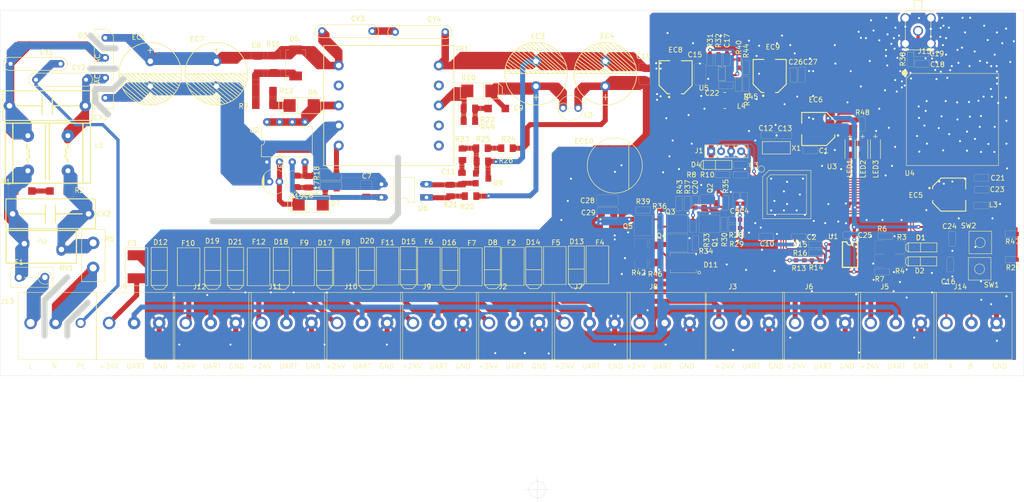
<source format=kicad_pcb>
(kicad_pcb (version 20171130) (host pcbnew "(5.1.4)-1")
  (layers (0 F.Cu signal) (31 B.Cu signal) (34 B.Paste user) (35 F.Paste user) (36 B.SilkS user) (37 F.SilkS user) (38 B.Mask user) (39 F.Mask user) (44 Edge.Cuts user))
  (net 0 "")
  (net 1 +3V3)
  (net 2 GND)
  (net 3 "Net-(C3-Pad1)")
  (net 4 GNDA)
  (net 5 "Net-(C7-Pad1)")
  (net 6 "Net-(C8-Pad2)")
  (net 7 "Net-(C9-Pad1)")
  (net 8 "Net-(C9-Pad2)")
  (net 9 "Net-(C10-Pad1)")
  (net 10 "Net-(C11-Pad2)")
  (net 11 "Net-(C11-Pad1)")
  (net 12 "Net-(C12-Pad1)")
  (net 13 "Net-(C13-Pad2)")
  (net 14 +24V)
  (net 15 /SW1)
  (net 16 "Net-(C17-Pad1)")
  (net 17 /RF_WIRE)
  (net 18 "Net-(C20-Pad1)")
  (net 19 +3.3VA)
  (net 20 "Net-(C22-Pad1)")
  (net 21 "Net-(C22-Pad2)")
  (net 22 /SW2)
  (net 23 "Net-(CX1-Pad2)")
  (net 24 "Net-(CX1-Pad1)")
  (net 25 "Net-(CX2-Pad2)")
  (net 26 "Net-(CX2-Pad1)")
  (net 27 /PE)
  (net 28 "Net-(C6-Pad1)")
  (net 29 "Net-(CY3-Pad1)")
  (net 30 /RS485B)
  (net 31 /RS485A)
  (net 32 "Net-(C6-Pad2)")
  (net 33 "Net-(D6-Pad2)")
  (net 34 "Net-(D6-Pad1)")
  (net 35 "Net-(D7-Pad2)")
  (net 36 "Net-(D7-Pad1)")
  (net 37 /LINE)
  (net 38 /SWIM)
  (net 39 /NRST)
  (net 40 /UART)
  (net 41 /NINE)
  (net 42 "Net-(LED1-Pad2)")
  (net 43 /RunLed)
  (net 44 /RF_RunLed)
  (net 45 /Uart__RunLed)
  (net 46 "Net-(Q1-Pad3)")
  (net 47 "Net-(Q1-Pad1)")
  (net 48 /RXD1)
  (net 49 "Net-(Q3-Pad3)")
  (net 50 "Net-(D11-Pad2)")
  (net 51 "Net-(Q4-Pad1)")
  (net 52 "Net-(Q5-Pad3)")
  (net 53 "Net-(Q5-Pad1)")
  (net 54 "Net-(R1-Pad1)")
  (net 55 "Net-(R3-Pad2)")
  (net 56 "Net-(R4-Pad2)")
  (net 57 /U2_RXD)
  (net 58 /U2_EN)
  (net 59 /U2_TXD)
  (net 60 "Net-(R17-Pad2)")
  (net 61 "Net-(R24-Pad2)")
  (net 62 /TXD1)
  (net 63 /CTRCL1)
  (net 64 "Net-(R31-Pad1)")
  (net 65 "Net-(R32-Pad1)")
  (net 66 "Net-(R40-Pad2)")
  (net 67 "Net-(R40-Pad1)")
  (net 68 "Net-(T1-Pad1)")
  (net 69 "Net-(T2-Pad1)")
  (net 70 /RF_SPI_SO)
  (net 71 /RF_SPI_CSN)
  (net 72 /RF_SPI_SCLK)
  (net 73 /RF_RST)
  (net 74 /RF_SPI_SI)
  (net 75 /RF_DIO0)
  (net 76 /RF_DIO3)
  (net 77 "Net-(R41-Pad2)")
  (net 78 "Net-(TR1-Pad2)")
  (net 79 "Net-(U3-Pad8)")
  (net 80 "Net-(U3-Pad7)")
  (net 81 "Net-(U3-Pad64)")
  (net 82 "Net-(U3-Pad6)")
  (net 83 "Net-(U3-Pad63)")
  (net 84 "Net-(U3-Pad62)")
  (net 85 "Net-(U3-Pad17)")
  (net 86 "Net-(U3-Pad19)")
  (net 87 "Net-(U3-Pad20)")
  (net 88 "Net-(U3-Pad21)")
  (net 89 "Net-(U3-Pad28)")
  (net 90 "Net-(U3-Pad25)")
  (net 91 "Net-(U3-Pad26)")
  (net 92 "Net-(U3-Pad27)")
  (net 93 "Net-(U3-Pad50)")
  (net 94 "Net-(U3-Pad49)")
  (net 95 "Net-(U3-Pad31)")
  (net 96 "Net-(U3-Pad54)")
  (net 97 "Net-(U3-Pad5)")
  (net 98 "Net-(U3-Pad57)")
  (net 99 "Net-(U3-Pad52)")
  (net 100 "Net-(U3-Pad51)")
  (net 101 "Net-(U3-Pad53)")
  (net 102 "Net-(U3-Pad32)")
  (net 103 "Net-(U4-Pad6)")
  (net 104 "Net-(U4-Pad4)")
  (net 105 "Net-(U4-Pad3)")
  (net 106 "Net-(R20-Pad2)")
  (net 107 "Net-(D10-Pad2)")
  (net 108 "Net-(D12-Pad1)")
  (net 109 "Net-(D13-Pad1)")
  (net 110 "Net-(D14-Pad1)")
  (net 111 "Net-(D15-Pad1)")
  (net 112 "Net-(D16-Pad1)")
  (net 113 "Net-(D17-Pad1)")
  (net 114 "Net-(D19-Pad1)")
  (net 115 "Net-(D20-Pad1)")
  (net 116 "Net-(D21-Pad1)")
  (net 117 "Net-(F2-Pad2)")
  (net 118 "Net-(D8-Pad1)")
  (net 119 "Net-(F3-Pad2)")
  (net 120 "Net-(F4-Pad2)")
  (net 121 "Net-(F5-Pad2)")
  (net 122 "Net-(F6-Pad2)")
  (net 123 "Net-(F7-Pad2)")
  (net 124 "Net-(F8-Pad2)")
  (net 125 "Net-(F9-Pad2)")
  (net 126 "Net-(D18-Pad1)")
  (net 127 "Net-(F10-Pad2)")
  (net 128 "Net-(F11-Pad2)")
  (net 129 "Net-(F12-Pad2)")
  (net 130 "Net-(R16-Pad2)")
  (net 131 "Net-(U3-Pad37)")
  (net 132 "Net-(U3-Pad35)")
  (net 133 "Net-(U3-Pad36)")
  (net 134 "Net-(U3-Pad38)")
  (net 135 "Net-(U3-Pad59)")
  (net 136 "Net-(U3-Pad58)")
  (net 137 "Net-(C19-Pad1)")
  (net 138 "Net-(D9-Pad1)")
  (module MenRed_Library_L:L.DIP.UU9.8 (layer F.Cu) (at 53 107.315)
    (fp_text reference L1 (at 10.25 -1.565) (layer F.SilkS))
    (fp_text value "UU9.8  20mH 1A")
    (pad 1 thru_hole circle (at -4 -3.5 270) (size 2.5 2.5) (drill 1) (layers *.Cu *.Mask) (net 23 "Net-(CX1-Pad2)"))
    (pad 2 thru_hole circle (at 4 -3.5 270) (size 2.5 2.5) (drill 1) (layers *.Cu *.Mask) (net 24 "Net-(CX1-Pad1)"))
    (pad 3 thru_hole circle (at 4 3.5 270) (size 2.5 2.5) (drill 1) (layers *.Cu *.Mask) (net 26 "Net-(CX2-Pad1)"))
    (pad 4 thru_hole circle (at -4 3.5 270) (size 2.5 2.5) (drill 1) (layers *.Cu *.Mask) (net 25 "Net-(CX2-Pad2)"))
  )
  (module MenRed_Library_DIODE:D.SMT.SMBJ6.5A.D0-214 (layer F.Cu) (at 102.5525 89.535 90)
    (fp_text reference D5 (at 5.035 -0.3025 180) (layer F.SilkS))
    (fp_text value SMBJ180A hide)
    (pad 2 smd rect (at 2.8505 -0.0635 90) (size 1.778 2.54) (layers F.Cu F.Paste F.Mask) (net 28 "Net-(C6-Pad1)"))
    (pad 1 smd rect (at -2.3495 -0.0635 90) (size 1.778 2.54) (layers F.Cu F.Paste F.Mask) (net 32 "Net-(C6-Pad2)"))
  )
  (module MenRed_Library_OPTO:OPTO.DIP.PC817B (layer F.Cu) (at 124.25 114.75 180)
    (fp_text reference U6 (at -3.683 -3.556) (layer F.SilkS))
    (fp_text value OPTO_DIP_PC817B_DIP-4P)
    (pad 3 thru_hole oval (at 4.6185 1.243 180) (size 2.54 1.27) (drill 0.762) (layers *.Cu *.Mask) (net 4 GNDA))
    (pad 2 thru_hole oval (at -4.3815 1.243 180) (size 2.54 1.27) (drill 0.762) (layers *.Cu *.Mask) (net 10 "Net-(C11-Pad2)"))
    (pad 4 thru_hole oval (at 4.6185 -1.397 180) (size 2.54 1.27) (drill 0.762) (layers *.Cu *.Mask) (net 5 "Net-(C7-Pad1)"))
    (pad 1 thru_hole rect (at -4.3815 -1.397 180) (size 2.54 1.27) (drill 0.7112) (layers *.Cu *.Mask) (net 106 "Net-(R20-Pad2)"))
  )
  (module MenRed_Library_BJT:BJT.SMT.SOT-23 (layer F.Cu) (at 139.5 112.25 270)
    (fp_text reference D9 (at 1 -3.429 180) (layer F.SilkS))
    (fp_text value D.SMT.MMTL431A)
    (pad 3 smd rect (at 0.111 -1.484 180) (size 1.143 1.27) (layers F.Cu F.Paste F.Mask) (net 2 GND))
    (pad 2 smd rect (at 1.061 1.016) (size 1.143 1.27) (layers F.Cu F.Paste F.Mask) (net 10 "Net-(C11-Pad2)"))
    (pad 1 smd rect (at -0.889 1.016) (size 1.143 1.27) (layers F.Cu F.Paste F.Mask) (net 138 "Net-(D9-Pad1)"))
  )
  (module MenRed_Library_L:L.SMT.3010 (layer F.Cu) (at 188.214 96.774 180)
    (fp_text reference L4 (at -3.302 -1.143) (layer F.SilkS))
    (fp_text value 10uH)
    (pad 1 smd rect (at -1.05 0 180) (size 1.3 3.4) (layers F.Cu F.Paste F.Mask) (net 1 +3V3))
    (pad 2 smd rect (at 1.05 0 180) (size 1.3 3.4) (layers F.Cu F.Paste F.Mask) (net 21 "Net-(C22-Pad2)"))
  )
  (module MenRed_Library_OTHER:OTHER.SMA (layer F.Cu) (at 226.822 82.8675 180)
    (fp_text reference J15 (at -1.27 -4.064) (layer F.SilkS))
    (fp_text value ANT_SMA)
    (pad 2 thru_hole circle (at 2.54 2.54 180) (size 2 2) (drill 1.4) (layers *.Cu *.Mask))
    (pad 2 thru_hole circle (at -2.54 2.54 180) (size 2 2) (drill 1.4) (layers *.Cu *.Mask))
    (pad 2 thru_hole circle (at 2.54 -2.54 180) (size 2 2) (drill 1.4) (layers *.Cu *.Mask))
    (pad 2 thru_hole circle (at -2.54 -2.54 180) (size 2 2) (drill 1.4) (layers *.Cu *.Mask))
    (pad 1 thru_hole circle (at 0 0 180) (size 2 2) (drill 1.4) (layers *.Cu *.Mask) (net 137 "Net-(C19-Pad1)"))
  )
  (module MenRed_Library_CAP:CAP.SMT.220uF.50V (layer F.Cu) (at 166.243 109.7915)
    (fp_text reference EC10 (at -6.1595 -4.8895) (layer F.SilkS))
    (fp_text value 220uF.50V hide)
    (pad 1 smd rect (at -5.5 0.0084) (size 3 2) (layers F.Cu F.Paste F.Mask) (net 14 +24V))
    (pad 2 smd rect (at 5.5 0.0084) (size 3 2) (layers F.Cu F.Paste F.Mask) (net 2 GND))
  )
  (module MenRed_Library_CAP:CAP.SMT.0805C (layer F.Cu) (at 164.9095 119.1895)
    (fp_text reference C29 (at -3.937 0) (layer F.SilkS))
    (fp_text value 0.1uF.0805)
    (pad 2 smd rect (at 1.026 0.04) (size 1.2 1.524) (layers F.Cu F.Paste F.Mask) (net 2 GND))
    (pad 1 smd rect (at -1.26 0.04) (size 1.2 1.524) (layers F.Cu F.Paste F.Mask) (net 14 +24V))
  )
  (module MenRed_Library_CAP:CAP.SMT.0805C (layer F.Cu) (at 164.9095 116.713)
    (fp_text reference C28 (at -4.1275 0.0635) (layer F.SilkS))
    (fp_text value 1uF.0805)
    (pad 2 smd rect (at 1.026 0.04) (size 1.2 1.524) (layers F.Cu F.Paste F.Mask) (net 2 GND))
    (pad 1 smd rect (at -1.26 0.04) (size 1.2 1.524) (layers F.Cu F.Paste F.Mask) (net 14 +24V))
  )
  (module MenRed_Library_DIODE:D.SMT.1N5819.SMA (layer F.Cu) (at 99.6315 129.921 90)
    (fp_text reference D18 (at 4.8895 -0.0635 180) (layer F.SilkS))
    (fp_text value 1N5819)
    (pad 2 smd rect (at 2.4 0 90) (size 2.4 2.54) (layers F.Cu F.Paste F.Mask) (net 14 +24V))
    (pad 1 smd rect (at -2.4 0 90) (size 2.4 2.54) (layers F.Cu F.Paste F.Mask) (net 126 "Net-(D18-Pad1)"))
  )
  (module MenRed_Library_DIODE:D.SMT.1N5819.SMA (layer F.Cu) (at 141.7955 129.794 90)
    (fp_text reference D8 (at 4.6355 0.0635 180) (layer F.SilkS))
    (fp_text value 1N5819)
    (pad 2 smd rect (at 2.4 0 90) (size 2.4 2.54) (layers F.Cu F.Paste F.Mask) (net 14 +24V))
    (pad 1 smd rect (at -2.4 0 90) (size 2.4 2.54) (layers F.Cu F.Paste F.Mask) (net 118 "Net-(D8-Pad1)"))
  )
  (module MenRed_Library_FUSE:FUSE.100MA.SMC (layer F.Cu) (at 95.0595 129.921 270)
    (fp_text reference F12 (at -4.8895 -0.0635 180) (layer F.SilkS))
    (fp_text value 500MA)
    (pad 2 smd rect (at 2.3775 -0.0635 270) (size 2 3.6) (layers F.Cu F.Paste F.Mask) (net 129 "Net-(F12-Pad2)"))
    (pad 1 smd rect (at -2.2225 -0.0635 270) (size 2 3.6) (layers F.Cu F.Paste F.Mask) (net 116 "Net-(D21-Pad1)"))
  )
  (module MenRed_Library_FUSE:FUSE.100MA.SMC (layer F.Cu) (at 120.8405 129.794 270)
    (fp_text reference F11 (at -4.6355 -0.0635 180) (layer F.SilkS))
    (fp_text value 500MA)
    (pad 2 smd rect (at 2.3775 -0.0635 270) (size 2 3.6) (layers F.Cu F.Paste F.Mask) (net 128 "Net-(F11-Pad2)"))
    (pad 1 smd rect (at -2.2225 -0.0635 270) (size 2 3.6) (layers F.Cu F.Paste F.Mask) (net 115 "Net-(D20-Pad1)"))
  )
  (module MenRed_Library_FUSE:FUSE.100MA.SMC (layer F.Cu) (at 81.0895 129.921 270)
    (fp_text reference F10 (at -4.6355 0.0635 180) (layer F.SilkS))
    (fp_text value 500MA)
    (pad 2 smd rect (at 2.3775 -0.0635 270) (size 2 3.6) (layers F.Cu F.Paste F.Mask) (net 127 "Net-(F10-Pad2)"))
    (pad 1 smd rect (at -2.2225 -0.0635 270) (size 2 3.6) (layers F.Cu F.Paste F.Mask) (net 114 "Net-(D19-Pad1)"))
  )
  (module MenRed_Library_FUSE:FUSE.100MA.SMC (layer F.Cu) (at 103.9495 129.921 270)
    (fp_text reference F9 (at -4.699 -0.254 180) (layer F.SilkS))
    (fp_text value 500MA)
    (pad 2 smd rect (at 2.3775 -0.0635 270) (size 2 3.6) (layers F.Cu F.Paste F.Mask) (net 125 "Net-(F9-Pad2)"))
    (pad 1 smd rect (at -2.2225 -0.0635 270) (size 2 3.6) (layers F.Cu F.Paste F.Mask) (net 126 "Net-(D18-Pad1)"))
  )
  (module MenRed_Library_FUSE:FUSE.100MA.SMC (layer F.Cu) (at 112.3315 129.921 270)
    (fp_text reference F8 (at -4.7625 -0.1905 180) (layer F.SilkS))
    (fp_text value 500MA)
    (pad 2 smd rect (at 2.3775 -0.0635 270) (size 2 3.6) (layers F.Cu F.Paste F.Mask) (net 124 "Net-(F8-Pad2)"))
    (pad 1 smd rect (at -2.2225 -0.0635 270) (size 2 3.6) (layers F.Cu F.Paste F.Mask) (net 113 "Net-(D17-Pad1)"))
  )
  (module MenRed_Library_FUSE:FUSE.100MA.SMC (layer F.Cu) (at 137.4775 129.921 270)
    (fp_text reference F7 (at -4.6355 -0.1905 180) (layer F.SilkS))
    (fp_text value 500MA)
    (pad 2 smd rect (at 2.3775 -0.0635 270) (size 2 3.6) (layers F.Cu F.Paste F.Mask) (net 123 "Net-(F7-Pad2)"))
    (pad 1 smd rect (at -2.2225 -0.0635 270) (size 2 3.6) (layers F.Cu F.Paste F.Mask) (net 112 "Net-(D16-Pad1)"))
  )
  (module MenRed_Library_FUSE:FUSE.100MA.SMC (layer F.Cu) (at 129.0955 129.794 270)
    (fp_text reference F6 (at -4.7625 0 180) (layer F.SilkS))
    (fp_text value 500MA)
    (pad 2 smd rect (at 2.3775 -0.0635 270) (size 2 3.6) (layers F.Cu F.Paste F.Mask) (net 122 "Net-(F6-Pad2)"))
    (pad 1 smd rect (at -2.2225 -0.0635 270) (size 2 3.6) (layers F.Cu F.Paste F.Mask) (net 111 "Net-(D15-Pad1)"))
  )
  (module MenRed_Library_FUSE:FUSE.100MA.SMC (layer F.Cu) (at 154.2415 129.667 270)
    (fp_text reference F5 (at -4.5085 -0.254 180) (layer F.SilkS))
    (fp_text value 500MA)
    (pad 2 smd rect (at 2.3775 -0.0635 270) (size 2 3.6) (layers F.Cu F.Paste F.Mask) (net 121 "Net-(F5-Pad2)"))
    (pad 1 smd rect (at -2.2225 -0.0635 270) (size 2 3.6) (layers F.Cu F.Paste F.Mask) (net 110 "Net-(D14-Pad1)"))
  )
  (module MenRed_Library_FUSE:FUSE.100MA.SMC (layer F.Cu) (at 162.7505 129.54 270)
    (fp_text reference F4 (at -4.3815 -0.508 180) (layer F.SilkS))
    (fp_text value 500MA)
    (pad 2 smd rect (at 2.3775 -0.0635 270) (size 2 3.6) (layers F.Cu F.Paste F.Mask) (net 120 "Net-(F4-Pad2)"))
    (pad 1 smd rect (at -2.2225 -0.0635 270) (size 2 3.6) (layers F.Cu F.Paste F.Mask) (net 109 "Net-(D13-Pad1)"))
  )
  (module MenRed_Library_FUSE:FUSE.100MA.SMC (layer F.Cu) (at 70.6755 129.921 270)
    (fp_text reference F3 (at -4.572 0.889 180) (layer F.SilkS))
    (fp_text value 500MA)
    (pad 2 smd rect (at 2.3775 -0.0635 270) (size 2 3.6) (layers F.Cu F.Paste F.Mask) (net 119 "Net-(F3-Pad2)"))
    (pad 1 smd rect (at -2.2225 -0.0635 270) (size 2 3.6) (layers F.Cu F.Paste F.Mask) (net 108 "Net-(D12-Pad1)"))
  )
  (module MenRed_Library_FUSE:FUSE.100MA.SMC (layer F.Cu) (at 145.8595 129.8575 270)
    (fp_text reference F2 (at -4.6355 0.254 180) (layer F.SilkS))
    (fp_text value 500MA)
    (pad 2 smd rect (at 2.3775 -0.0635 270) (size 2 3.6) (layers F.Cu F.Paste F.Mask) (net 117 "Net-(F2-Pad2)"))
    (pad 1 smd rect (at -2.2225 -0.0635 270) (size 2 3.6) (layers F.Cu F.Paste F.Mask) (net 118 "Net-(D8-Pad1)"))
  )
  (module MenRed_Library_DIODE:D.SMT.1N5819.SMA (layer F.Cu) (at 90.4875 129.921 90)
    (fp_text reference D21 (at 4.8895 -0.0635 180) (layer F.SilkS))
    (fp_text value 1N5819)
    (pad 2 smd rect (at 2.4 0 90) (size 2.4 2.54) (layers F.Cu F.Paste F.Mask) (net 14 +24V))
    (pad 1 smd rect (at -2.4 0 90) (size 2.4 2.54) (layers F.Cu F.Paste F.Mask) (net 116 "Net-(D21-Pad1)"))
  )
  (module MenRed_Library_DIODE:D.SMT.1N5819.SMA (layer F.Cu) (at 116.6495 129.921 90)
    (fp_text reference D20 (at 5.08 0.127 180) (layer F.SilkS))
    (fp_text value 1N5819)
    (pad 2 smd rect (at 2.4 0 90) (size 2.4 2.54) (layers F.Cu F.Paste F.Mask) (net 14 +24V))
    (pad 1 smd rect (at -2.4 0 90) (size 2.4 2.54) (layers F.Cu F.Paste F.Mask) (net 115 "Net-(D20-Pad1)"))
  )
  (module MenRed_Library_DIODE:D.SMT.1N5819.SMA (layer F.Cu) (at 85.9155 129.921 90)
    (fp_text reference D19 (at 5.08 -0.0635 180) (layer F.SilkS))
    (fp_text value 1N5819)
    (pad 2 smd rect (at 2.4 0 90) (size 2.4 2.54) (layers F.Cu F.Paste F.Mask) (net 14 +24V))
    (pad 1 smd rect (at -2.4 0 90) (size 2.4 2.54) (layers F.Cu F.Paste F.Mask) (net 114 "Net-(D19-Pad1)"))
  )
  (module MenRed_Library_DIODE:D.SMT.1N5819.SMA (layer F.Cu) (at 108.2675 129.921 90)
    (fp_text reference D17 (at 4.699 0.0635 180) (layer F.SilkS))
    (fp_text value 1N5819)
    (pad 2 smd rect (at 2.4 0 90) (size 2.4 2.54) (layers F.Cu F.Paste F.Mask) (net 14 +24V))
    (pad 1 smd rect (at -2.4 0 90) (size 2.4 2.54) (layers F.Cu F.Paste F.Mask) (net 113 "Net-(D17-Pad1)"))
  )
  (module MenRed_Library_DIODE:D.SMT.1N5819.SMA (layer F.Cu) (at 133.2865 129.921 90)
    (fp_text reference D16 (at 4.7625 -0.127 180) (layer F.SilkS))
    (fp_text value 1N5819)
    (pad 2 smd rect (at 2.4 0 90) (size 2.4 2.54) (layers F.Cu F.Paste F.Mask) (net 14 +24V))
    (pad 1 smd rect (at -2.4 0 90) (size 2.4 2.54) (layers F.Cu F.Paste F.Mask) (net 112 "Net-(D16-Pad1)"))
  )
  (module MenRed_Library_DIODE:D.SMT.1N5819.SMA (layer F.Cu) (at 125.0315 129.794 90)
    (fp_text reference D15 (at 4.826 0 180) (layer F.SilkS))
    (fp_text value 1N5819)
    (pad 2 smd rect (at 2.4 0 90) (size 2.4 2.54) (layers F.Cu F.Paste F.Mask) (net 14 +24V))
    (pad 1 smd rect (at -2.4 0 90) (size 2.4 2.54) (layers F.Cu F.Paste F.Mask) (net 111 "Net-(D15-Pad1)"))
  )
  (module MenRed_Library_DIODE:D.SMT.1N5819.SMA (layer F.Cu) (at 150.0505 129.794 90)
    (fp_text reference D14 (at 4.699 -0.127 180) (layer F.SilkS))
    (fp_text value 1N5819)
    (pad 2 smd rect (at 2.4 0 90) (size 2.4 2.54) (layers F.Cu F.Paste F.Mask) (net 14 +24V))
    (pad 1 smd rect (at -2.4 0 90) (size 2.4 2.54) (layers F.Cu F.Paste F.Mask) (net 110 "Net-(D14-Pad1)"))
  )
  (module MenRed_Library_DIODE:D.SMT.1N5819.SMA (layer F.Cu) (at 158.5595 129.667 90)
    (fp_text reference D13 (at 4.699 0.0635 180) (layer F.SilkS))
    (fp_text value 1N5819)
    (pad 2 smd rect (at 2.4 0 90) (size 2.4 2.54) (layers F.Cu F.Paste F.Mask) (net 14 +24V))
    (pad 1 smd rect (at -2.4 0 90) (size 2.4 2.54) (layers F.Cu F.Paste F.Mask) (net 109 "Net-(D13-Pad1)"))
  )
  (module MenRed_Library_DIODE:D.SMT.1N5819.SMA (layer F.Cu) (at 75.2475 129.921 90)
    (fp_text reference D12 (at 4.826 0.254 180) (layer F.SilkS))
    (fp_text value 1N5819)
    (pad 2 smd rect (at 2.4 0 90) (size 2.4 2.54) (layers F.Cu F.Paste F.Mask) (net 14 +24V))
    (pad 1 smd rect (at -2.4 0 90) (size 2.4 2.54) (layers F.Cu F.Paste F.Mask) (net 108 "Net-(D12-Pad1)"))
  )
  (module MenRed_Library_DIODE:D.SMT.KBP310G (layer F.Cu) (at 64.4525 90.17 270)
    (fp_text reference D3 (at -6.35 4.5085 180) (layer F.SilkS))
    (fp_text value KBP310)
    (fp_text user AC (at 2.286 1.524 90) (layer F.SilkS))
    (fp_text user AC (at -1.778 1.524 90) (layer F.SilkS))
    (pad 4 thru_hole circle (at 6.095 0 270) (size 1.524 1.524) (drill 0.8) (layers *.Cu *.Mask) (net 4 GNDA))
    (pad 2 thru_hole circle (at 2.095 0 270) (size 1.524 1.524) (drill 0.8) (layers *.Cu *.Mask) (net 24 "Net-(CX1-Pad1)"))
    (pad 1 thru_hole circle (at -1.905 0 270) (size 1.524 1.524) (drill 0.8) (layers *.Cu *.Mask) (net 23 "Net-(CX1-Pad2)"))
    (pad 3 thru_hole circle (at -5.905 0 270) (size 1.524 1.524) (drill 0.8) (layers *.Cu *.Mask) (net 28 "Net-(C6-Pad1)"))
  )
  (module MenRed_Library_RES:RES.SMT.0603 (layer F.Cu) (at 182.3085 125.222 270)
    (fp_text reference R34 (at 1.651 -2.159 180) (layer F.SilkS))
    (fp_text value 1K/0603)
    (pad 2 smd rect (at 0.8255 -0.0635 270) (size 0.889 0.8128) (layers F.Cu F.Paste F.Mask) (net 51 "Net-(Q4-Pad1)"))
    (pad 1 smd rect (at -0.8255 -0.0635 270) (size 0.889 0.8128) (layers F.Cu F.Paste F.Mask) (net 63 /CTRCL1))
  )
  (module MenRed_Library_DIODE:D.SMT.SMBJ6.5A.D0-214 (layer F.Cu) (at 180.1495 129.159 180)
    (fp_text reference D11 (at -5.2705 -0.4445) (layer F.SilkS))
    (fp_text value SMBJ28CA hide)
    (pad 2 smd rect (at 2.8505 -0.0635 180) (size 1.778 2.54) (layers F.Cu F.Paste F.Mask) (net 50 "Net-(D11-Pad2)"))
    (pad 1 smd rect (at -2.3495 -0.0635 180) (size 1.778 2.54) (layers F.Cu B.Adhes F.Paste F.Mask) (net 2 GND))
  )
  (module MenRed_Library_CAP:CAP.SMT.1206C (layer F.Cu) (at 94.9325 89.535 270)
    (fp_text reference C6 (at -3.7465 0.3175 180) (layer F.SilkS))
    (fp_text value 2.2nF.1kv)
    (pad 1 smd rect (at -1.6252 0.0381 270) (size 1.5 1.5) (layers F.Cu F.Paste F.Mask) (net 28 "Net-(C6-Pad1)"))
    (pad 2 smd rect (at 1.8038 0.0381 270) (size 1.5 1.5) (layers F.Cu F.Paste F.Mask) (net 32 "Net-(C6-Pad2)"))
  )
  (module MenRed_Library_RES:RES.SMT.0603 (layer F.Cu) (at 191.008 93.472 90)
    (fp_text reference R41 (at -2.9845 1.651 90) (layer F.SilkS))
    (fp_text value 20R/0603)
    (pad 2 smd rect (at 0.8255 -0.0635 90) (size 0.889 0.8128) (layers F.Cu F.Paste F.Mask) (net 77 "Net-(R41-Pad2)"))
    (pad 1 smd rect (at -0.8255 -0.0635 90) (size 0.889 0.8128) (layers F.Cu F.Paste F.Mask) (net 20 "Net-(C22-Pad1)"))
  )
  (module MenRed_Library_CAP:CAP.SMT.220UF.16V (layer F.Cu) (at 178.7525 92.075 90)
    (fp_text reference EC8 (at 5.3975 -0.381 180) (layer F.SilkS))
    (fp_text value 220uF.50V)
    (pad 2 smd rect (at 2.7346 -0.3624 90) (size 3.3 1.7) (layers F.Cu F.Paste F.Mask) (net 2 GND))
    (pad 1 smd rect (at -2.8654 -0.3624 90) (size 3.3 1.7) (layers F.Cu F.Paste F.Mask) (net 14 +24V))
  )
  (module MenRed_Library_XTAL:OSC.SMT.32.768KHz (layer F.Cu) (at 198.4375 106.299)
    (fp_text reference X1 (at 4.064 0) (layer F.SilkS))
    (fp_text value OSC-32.768kHz)
    (pad 2 smd rect (at 1.651 -0.0635) (size 1.8 1.5) (layers F.Cu F.Paste F.Mask) (net 13 "Net-(C13-Pad2)"))
    (pad 1 smd rect (at -1.524 -0.0635) (size 1.8 1.5) (layers F.Cu F.Paste F.Mask) (net 12 "Net-(C12-Pad1)"))
  )
  (module MenRed_Library_IC:IC.SMT.SOT23-8 (layer F.Cu) (at 187.6425 91.44)
    (fp_text reference U5 (at -3.6195 2.8575) (layer F.SilkS))
    (fp_text value MPS9942.SOT23-8)
    (pad 5 smd rect (at 1.4125 0.934 90) (size 0.4 1.2) (layers F.Cu F.Paste F.Mask) (net 77 "Net-(R41-Pad2)"))
    (pad 8 smd rect (at 1.4125 -1.016 90) (size 0.4 1.2) (layers F.Cu F.Paste F.Mask) (net 66 "Net-(R40-Pad2)"))
    (pad 2 smd rect (at -1.3335 -0.366 90) (size 0.4 1.2) (layers F.Cu F.Paste F.Mask) (net 14 +24V))
    (pad 3 smd rect (at -1.3335 0.284 90) (size 0.4 1.2) (layers F.Cu F.Paste F.Mask) (net 21 "Net-(C22-Pad2)"))
    (pad 7 smd rect (at 1.4125 -0.366 90) (size 0.4 1.2) (layers F.Cu F.Paste F.Mask) (net 16 "Net-(C17-Pad1)"))
    (pad 4 smd rect (at -1.3335 0.934 90) (size 0.4 1.2) (layers F.Cu F.Paste F.Mask) (net 2 GND))
    (pad 6 smd rect (at 1.4125 0.284 90) (size 0.4 1.2) (layers F.Cu F.Paste F.Mask) (net 64 "Net-(R31-Pad1)"))
    (pad 1 smd rect (at -1.3335 -1.016 90) (size 0.4 1.2) (layers F.Cu F.Paste F.Mask) (net 65 "Net-(R32-Pad1)"))
  )
  (module MenRed_Library_Modle:Modle.LSD4RF.2F717N30 (layer F.Cu) (at 233.68 101.6)
    (fp_text reference U4 (at -8.5344 9.7028) (layer F.SilkS))
    (fp_text value MOLDE.SMT.LSD4RF-2F717N30)
    (pad 12 smd rect (at 1.1052 -9.8712) (size 1 2) (layers F.Cu F.Paste F.Mask) (net 72 /RF_SPI_SCLK))
    (pad 11 smd rect (at 3.1052 -9.8712) (size 1 2) (layers F.Cu F.Paste F.Mask) (net 71 /RF_SPI_CSN))
    (pad 10 smd rect (at 5.1052 -9.8712) (size 1 2) (layers F.Cu F.Paste F.Mask) (net 74 /RF_SPI_SI))
    (pad 9 smd rect (at 7.1052 -9.8712) (size 1 2) (layers F.Cu F.Paste F.Mask) (net 70 /RF_SPI_SO))
    (pad 13 smd rect (at -5.1148 -9.8712) (size 1 2) (layers F.Cu F.Paste F.Mask) (net 2 GND))
    (pad 14 smd rect (at -6.8948 -9.8712) (size 1 2) (layers F.Cu F.Paste F.Mask) (net 17 /RF_WIRE))
    (pad 8 smd rect (at 7.1052 7.82881) (size 1 2) (layers F.Cu F.Paste F.Mask) (net 19 +3.3VA))
    (pad 7 smd rect (at 5.1052 7.82881) (size 1 2) (layers F.Cu F.Paste F.Mask) (net 2 GND))
    (pad 6 smd rect (at 3.1052 7.82881) (size 1 2) (layers F.Cu F.Paste F.Mask) (net 103 "Net-(U4-Pad6)"))
    (pad 5 smd rect (at 1.1052 7.82881) (size 1 2) (layers F.Cu F.Paste F.Mask) (net 76 /RF_DIO3))
    (pad 4 smd rect (at -0.8948 7.82881) (size 1 2) (layers F.Cu F.Paste F.Mask) (net 104 "Net-(U4-Pad4)"))
    (pad 3 smd rect (at -2.8948 7.82881) (size 1 2) (layers F.Cu F.Paste F.Mask) (net 105 "Net-(U4-Pad3)"))
    (pad 2 smd rect (at -4.8948 7.82881) (size 1 2) (layers F.Cu F.Paste F.Mask) (net 75 /RF_DIO0))
    (pad 1 smd rect (at -6.8948 7.82881) (size 1 2) (layers F.Cu F.Paste F.Mask) (net 73 /RF_RST))
  )
  (module MenRed_Library_MCU:MCU.LQFP.64.10x10mm.0.5mm (layer F.Cu) (at 200.5965 115.57)
    (fp_text reference U3 (at 9.017 -5.588) (layer F.SilkS))
    (fp_text value MCU-STM8L052R8T6)
    (pad 8 smd rect (at -6.06801 -0.18655 180) (size 1.55 0.22) (layers F.Cu F.Paste F.Mask) (net 79 "Net-(U3-Pad8)"))
    (pad 7 smd rect (at -6.06801 -0.68655 180) (size 1.55 0.22) (layers F.Cu F.Paste F.Mask) (net 80 "Net-(U3-Pad7)"))
    (pad 64 smd rect (at -3.66801 -6.08655 180) (size 0.22 1.55) (layers F.Cu F.Paste F.Mask) (net 81 "Net-(U3-Pad64)"))
    (pad 6 smd rect (at -6.06801 -1.18655 180) (size 1.55 0.22) (layers F.Cu F.Paste F.Mask) (net 82 "Net-(U3-Pad6)"))
    (pad 63 smd rect (at -3.16801 -6.08655 180) (size 0.22 1.55) (layers F.Cu F.Paste F.Mask) (net 83 "Net-(U3-Pad63)"))
    (pad 62 smd rect (at -2.66801 -6.08655 180) (size 0.22 1.55) (layers F.Cu F.Paste F.Mask) (net 84 "Net-(U3-Pad62)"))
    (pad 61 smd rect (at -2.16801 -6.08655 180) (size 0.22 1.55) (layers F.Cu F.Paste F.Mask) (net 12 "Net-(C12-Pad1)"))
    (pad 60 smd rect (at -1.66801 -6.08655 180) (size 0.22 1.55) (layers F.Cu F.Paste F.Mask) (net 13 "Net-(C13-Pad2)"))
    (pad 59 smd rect (at -1.16801 -6.08655 180) (size 0.22 1.55) (layers F.Cu F.Paste F.Mask) (net 135 "Net-(U3-Pad59)"))
    (pad 58 smd rect (at -0.66801 -6.08655 180) (size 0.22 1.55) (layers F.Cu F.Paste F.Mask) (net 136 "Net-(U3-Pad58)"))
    (pad 9 smd rect (at -6.06801 0.31345 180) (size 1.55 0.22) (layers F.Cu F.Paste F.Mask) (net 2 GND))
    (pad 17 smd rect (at -3.66801 6.21345 180) (size 0.22 1.55) (layers F.Cu F.Paste F.Mask) (net 85 "Net-(U3-Pad17)"))
    (pad 2 smd rect (at -6.06801 -3.18655 180) (size 1.55 0.22) (layers F.Cu F.Paste F.Mask) (net 39 /NRST))
    (pad 19 smd rect (at -2.66801 6.21345 180) (size 0.22 1.55) (layers F.Cu F.Paste F.Mask) (net 86 "Net-(U3-Pad19)"))
    (pad 10 smd rect (at -6.06801 0.81345 180) (size 1.55 0.22) (layers F.Cu F.Paste F.Mask) (net 2 GND))
    (pad 14 smd rect (at -6.06801 2.81345 180) (size 1.55 0.22) (layers F.Cu F.Paste F.Mask) (net 48 /RXD1))
    (pad 20 smd rect (at -2.16801 6.21345 180) (size 0.22 1.55) (layers F.Cu F.Paste F.Mask) (net 87 "Net-(U3-Pad20)"))
    (pad 24 smd rect (at -0.16801 6.21345 180) (size 0.22 1.55) (layers F.Cu F.Paste F.Mask) (net 58 /U2_EN))
    (pad 21 smd rect (at -1.66801 6.21345 180) (size 0.22 1.55) (layers F.Cu F.Paste F.Mask) (net 88 "Net-(U3-Pad21)"))
    (pad 15 smd rect (at -6.06801 3.31345 180) (size 1.55 0.22) (layers F.Cu F.Paste F.Mask) (net 62 /TXD1))
    (pad 13 smd rect (at -6.06801 2.31345 180) (size 1.55 0.22) (layers F.Cu F.Paste F.Mask) (net 1 +3V3))
    (pad 28 smd rect (at 1.83199 6.21345 180) (size 0.22 1.55) (layers F.Cu F.Paste F.Mask) (net 89 "Net-(U3-Pad28)"))
    (pad 25 smd rect (at 0.33199 6.21345 180) (size 0.22 1.55) (layers F.Cu F.Paste F.Mask) (net 90 "Net-(U3-Pad25)"))
    (pad 12 smd rect (at -6.06801 1.81345 180) (size 1.55 0.22) (layers F.Cu F.Paste F.Mask) (net 1 +3V3))
    (pad 16 smd rect (at -6.06801 3.81345 180) (size 1.55 0.22) (layers F.Cu F.Paste F.Mask) (net 63 /CTRCL1))
    (pad 26 smd rect (at 0.83199 6.21345 180) (size 0.22 1.55) (layers F.Cu F.Paste F.Mask) (net 91 "Net-(U3-Pad26)"))
    (pad 11 smd rect (at -6.06801 1.31345 180) (size 1.55 0.22) (layers F.Cu F.Paste F.Mask) (net 1 +3V3))
    (pad 1 smd rect (at -6.068 -3.68655 180) (size 1.55 0.22) (layers F.Cu F.Paste F.Mask) (net 38 /SWIM))
    (pad 18 smd rect (at -3.16801 6.21345 180) (size 0.22 1.55) (layers F.Cu F.Paste F.Mask) (net 9 "Net-(C10-Pad1)"))
    (pad 27 smd rect (at 1.33199 6.21345 180) (size 0.22 1.55) (layers F.Cu F.Paste F.Mask) (net 92 "Net-(U3-Pad27)"))
    (pad 23 smd rect (at -0.66801 6.21345 180) (size 0.22 1.55) (layers F.Cu F.Paste F.Mask) (net 59 /U2_TXD))
    (pad 22 smd rect (at -1.16801 6.21345 180) (size 0.22 1.55) (layers F.Cu F.Paste F.Mask) (net 57 /U2_RXD))
    (pad 3 smd rect (at -6.06801 -2.68655 180) (size 1.55 0.22) (layers F.Cu F.Paste F.Mask) (net 69 "Net-(T2-Pad1)"))
    (pad 37 smd rect (at 6.23199 1.81345 180) (size 1.55 0.22) (layers F.Cu F.Paste F.Mask) (net 131 "Net-(U3-Pad37)"))
    (pad 29 smd rect (at 2.33199 6.21345 180) (size 0.22 1.55) (layers F.Cu F.Paste F.Mask) (net 1 +3V3))
    (pad 4 smd rect (at -6.06801 -2.18655 180) (size 1.55 0.22) (layers F.Cu F.Paste F.Mask) (net 68 "Net-(T1-Pad1)"))
    (pad 55 smd rect (at 0.83199 -6.08655 180) (size 0.22 1.55) (layers F.Cu F.Paste F.Mask) (net 1 +3V3))
    (pad 50 smd rect (at 3.33199 -6.08655 180) (size 0.22 1.55) (layers F.Cu F.Paste F.Mask) (net 93 "Net-(U3-Pad50)"))
    (pad 45 smd rect (at 6.23199 -2.18655 180) (size 1.55 0.22) (layers F.Cu F.Paste F.Mask) (net 72 /RF_SPI_SCLK))
    (pad 49 smd rect (at 3.83199 -6.08655 180) (size 0.22 1.55) (layers F.Cu F.Paste F.Mask) (net 94 "Net-(U3-Pad49)"))
    (pad 35 smd rect (at 6.23199 2.81345 180) (size 1.55 0.22) (layers F.Cu F.Paste F.Mask) (net 132 "Net-(U3-Pad35)"))
    (pad 44 smd rect (at 6.23199 -1.68655 180) (size 1.55 0.22) (layers F.Cu F.Paste F.Mask) (net 71 /RF_SPI_CSN))
    (pad 31 smd rect (at 3.33199 6.21345 180) (size 0.22 1.55) (layers F.Cu F.Paste F.Mask) (net 95 "Net-(U3-Pad31)"))
    (pad 36 smd rect (at 6.23199 2.31345 180) (size 1.55 0.22) (layers F.Cu F.Paste F.Mask) (net 133 "Net-(U3-Pad36)"))
    (pad 48 smd rect (at 6.23199 -3.68655 180) (size 1.55 0.22) (layers F.Cu F.Paste F.Mask) (net 43 /RunLed))
    (pad 54 smd rect (at 1.33199 -6.08655 180) (size 0.22 1.55) (layers F.Cu F.Paste F.Mask) (net 96 "Net-(U3-Pad54)"))
    (pad 5 smd rect (at -6.06801 -1.68655 180) (size 1.55 0.22) (layers F.Cu F.Paste F.Mask) (net 97 "Net-(U3-Pad5)"))
    (pad 47 smd rect (at 6.23199 -3.18655 180) (size 1.55 0.22) (layers F.Cu F.Paste F.Mask) (net 44 /RF_RunLed))
    (pad 57 smd rect (at -0.16801 -6.08655 180) (size 0.22 1.55) (layers F.Cu F.Paste F.Mask) (net 98 "Net-(U3-Pad57)"))
    (pad 56 smd rect (at 0.33199 -6.08655 180) (size 0.22 1.55) (layers F.Cu F.Paste F.Mask) (net 2 GND))
    (pad 52 smd rect (at 2.33199 -6.08655 180) (size 0.22 1.55) (layers F.Cu F.Paste F.Mask) (net 99 "Net-(U3-Pad52)"))
    (pad 51 smd rect (at 2.83199 -6.08655 180) (size 0.22 1.55) (layers F.Cu F.Paste F.Mask) (net 100 "Net-(U3-Pad51)"))
    (pad 41 smd rect (at 6.23199 -0.18655 180) (size 1.55 0.22) (layers F.Cu F.Paste F.Mask) (net 73 /RF_RST))
    (pad 38 smd rect (at 6.23199 1.31345 180) (size 1.55 0.22) (layers F.Cu F.Paste F.Mask) (net 134 "Net-(U3-Pad38)"))
    (pad 34 smd rect (at 6.23199 3.31345 180) (size 1.55 0.22) (layers F.Cu F.Paste F.Mask) (net 22 /SW2))
    (pad 46 smd rect (at 6.23199 -2.68655 180) (size 1.55 0.22) (layers F.Cu F.Paste F.Mask) (net 45 /Uart__RunLed))
    (pad 33 smd rect (at 6.23199 3.81345 180) (size 1.55 0.22) (layers F.Cu F.Paste F.Mask) (net 15 /SW1))
    (pad 53 smd rect (at 1.83199 -6.08655 180) (size 0.22 1.55) (layers F.Cu F.Paste F.Mask) (net 101 "Net-(U3-Pad53)"))
    (pad 40 smd rect (at 6.23199 0.31345 180) (size 1.55 0.22) (layers F.Cu F.Paste F.Mask) (net 75 /RF_DIO0))
    (pad 39 smd rect (at 6.23199 0.81345 180) (size 1.55 0.22) (layers F.Cu F.Paste F.Mask) (net 76 /RF_DIO3))
    (pad 43 smd rect (at 6.23199 -1.18655 180) (size 1.55 0.22) (layers F.Cu F.Paste F.Mask) (net 74 /RF_SPI_SI))
    (pad 32 smd rect (at 3.83199 6.21345 180) (size 0.22 1.55) (layers F.Cu F.Paste F.Mask) (net 102 "Net-(U3-Pad32)"))
    (pad 30 smd rect (at 2.83199 6.21345 180) (size 0.22 1.55) (layers F.Cu F.Paste F.Mask) (net 2 GND))
    (pad 42 smd rect (at 6.23199 -0.68655 180) (size 1.55 0.22) (layers F.Cu F.Paste F.Mask) (net 70 /RF_SPI_SO))
  )
  (module MenRed_Library_IC:IC_DIP-8 (layer F.Cu) (at 100.5205 105.029 90)
    (fp_text reference U2 (at 2.3495 -6.2865 180) (layer F.SilkS))
    (fp_text value PN8160J.DIP-8 hide)
    (pad 8 thru_hole circle (at 3.9492 -3.7846 180) (size 1.5 1.5) (drill 0.65) (layers *.Cu *.Mask) (net 33 "Net-(D6-Pad2)"))
    (pad 7 thru_hole circle (at 3.9492 -1.2446 180) (size 1.5 1.5) (drill 0.65) (layers *.Cu *.Mask) (net 33 "Net-(D6-Pad2)"))
    (pad 6 thru_hole circle (at 3.9492 1.2954 180) (size 1.5 1.5) (drill 0.65) (layers *.Cu *.Mask) (net 33 "Net-(D6-Pad2)"))
    (pad 5 thru_hole circle (at 3.9492 3.8354 180) (size 1.5 1.5) (drill 0.65) (layers *.Cu *.Mask) (net 33 "Net-(D6-Pad2)"))
    (pad 4 thru_hole circle (at -4.0508 3.8354 180) (size 1.5 1.5) (drill 0.65) (layers *.Cu *.Mask) (net 6 "Net-(C8-Pad2)"))
    (pad 3 thru_hole circle (at -4.0508 1.2954 180) (size 1.5 1.5) (drill 0.65) (layers *.Cu *.Mask) (net 5 "Net-(C7-Pad1)"))
    (pad 2 thru_hole circle (at -4.0508 -1.2446 180) (size 1.5 1.5) (drill 0.65) (layers *.Cu *.Mask) (net 36 "Net-(D7-Pad1)"))
    (pad 1 thru_hole circle (at -4.0508 -3.7846 180) (size 1.5 1.5) (drill 0.65) (layers *.Cu *.Mask) (net 4 GNDA))
  )
  (module MenRed_Library_IC:IC.SMT.SOIC-8 (layer F.Cu) (at 213.1695 127.4445)
    (fp_text reference U1 (at -3.302 -3.4925) (layer F.SilkS))
    (fp_text value MS1585)
    (pad 2 smd oval (at -2.97769 -0.63078 270) (size 0.6096 2.54) (layers F.Cu F.Paste F.Mask) (net 58 /U2_EN))
    (pad 5 smd oval (at 3.11831 1.90922 270) (size 0.6096 2.54) (layers F.Cu F.Paste F.Mask) (net 2 GND))
    (pad 4 smd oval (at -2.97769 1.90922 270) (size 0.6096 2.54) (layers F.Cu F.Paste F.Mask) (net 130 "Net-(R16-Pad2)"))
    (pad 3 smd oval (at -2.97769 0.63922 270) (size 0.6096 2.54) (layers F.Cu F.Paste F.Mask) (net 58 /U2_EN))
    (pad 8 smd oval (at 3.11831 -1.90078 270) (size 0.6096 2.54) (layers F.Cu F.Paste F.Mask) (net 1 +3V3))
    (pad 6 smd oval (at 3.11831 0.63922 270) (size 0.6096 2.54) (layers F.Cu F.Paste F.Mask) (net 56 "Net-(R4-Pad2)"))
    (pad 1 smd oval (at -2.97769 -1.90078 270) (size 0.6096 2.54) (layers F.Cu F.Paste F.Mask) (net 57 /U2_RXD))
    (pad 7 smd oval (at 3.11831 -0.63078 270) (size 0.6096 2.54) (layers F.Cu F.Paste F.Mask) (net 55 "Net-(R3-Pad2)"))
  )
  (module MenRed_Library_L:L_TRANS_DIP_EF25_PN8160_25W (layer F.Cu) (at 121.0945 97.79)
    (fp_text reference TR1 (at 14.6685 -11.303 unlocked) (layer F.SilkS))
    (fp_text value EF25_25W_PN8160J hide)
    (pad 9 thru_hole circle (at 10 -4) (size 2 2) (drill 1.1) (layers *.Cu *.Mask))
    (pad 7 thru_hole circle (at 10 4) (size 2 2) (drill 1.1) (layers *.Cu *.Mask))
    (pad 6 thru_hole circle (at 10 8) (size 2 2) (drill 1.1) (layers *.Cu *.Mask))
    (pad 2 thru_hole circle (at -10 -4) (size 2 2) (drill 1.1) (layers *.Cu *.Mask) (net 78 "Net-(TR1-Pad2)"))
    (pad 8 thru_hole circle (at 10 0 90) (size 2 2) (drill 1.1) (layers *.Cu *.Mask) (net 107 "Net-(D10-Pad2)"))
    (pad 5 thru_hole circle (at -10 8 90) (size 2 2) (drill 1.1) (layers *.Cu *.Mask) (net 60 "Net-(R17-Pad2)"))
    (pad 4 thru_hole circle (at -10 4 90) (size 2 2) (drill 1.1) (layers *.Cu *.Mask) (net 4 GNDA))
    (pad 3 thru_hole circle (at -10 0 90) (size 2 2) (drill 1.1) (layers *.Cu *.Mask) (net 33 "Net-(D6-Pad2)"))
    (pad 10 thru_hole circle (at 10 -8 90) (size 2 2) (drill 1.1) (layers *.Cu *.Mask) (net 2 GND))
    (pad 1 thru_hole circle (at -10 -8 90) (size 2 2) (drill 1.1) (layers *.Cu *.Mask) (net 28 "Net-(C6-Pad1)"))
  )
  (module MenRed_Library_OTHER:OTHER.TEST (layer F.Cu) (at 189.9285 113.157 90)
    (fp_text reference T2 hide)
    (fp_text value TSET)
    (pad 1 smd circle (at 0 0 90) (size 1.2 1.2) (layers F.Cu F.Paste F.Mask) (net 69 "Net-(T2-Pad1)"))
  )
  (module MenRed_Library_OTHER:OTHER.TEST (layer F.Cu) (at 191.8335 113.919 90)
    (fp_text reference T1 hide)
    (fp_text value TSET)
    (pad 1 smd circle (at 0 0 90) (size 1.2 1.2) (layers F.Cu F.Paste F.Mask) (net 68 "Net-(T1-Pad1)"))
  )
  (module MenRed_Library_SWITCH:SWITCH_KAN4542 (layer F.Cu) (at 239.0775 125.095)
    (fp_text reference SW2 (at -2.159 -3.302 unlocked) (layer F.SilkS))
    (fp_text value SW.SMT.E51.6x6x4.3 hide)
    (pad 1 smd rect (at -3.1722 1.7508 270) (size 1 1.8) (layers F.Cu F.Paste F.Mask) (net 2 GND))
    (pad 2 smd rect (at 3.5278 1.7508 270) (size 1 1.8) (layers F.Cu F.Paste F.Mask) (net 2 GND))
    (pad 3 smd rect (at 3.5278 -1.6492 270) (size 1 1.8) (layers F.Cu F.Paste F.Mask) (net 22 /SW2))
    (pad 4 smd rect (at -3.1722 -1.6492 270) (size 1 1.8) (layers F.Cu F.Paste F.Mask) (net 22 /SW2))
  )
  (module MenRed_Library_SWITCH:SWITCH_KAN4542 (layer F.Cu) (at 238.9505 130.3655)
    (fp_text reference SW1 (at 2.54 3.2385 unlocked) (layer F.SilkS))
    (fp_text value SW.SMT.E51.6x6x4.3 hide)
    (pad 1 smd rect (at -3.1722 1.7508 270) (size 1 1.8) (layers F.Cu F.Paste F.Mask) (net 2 GND))
    (pad 2 smd rect (at 3.5278 1.7508 270) (size 1 1.8) (layers F.Cu F.Paste F.Mask) (net 2 GND))
    (pad 3 smd rect (at 3.5278 -1.6492 270) (size 1 1.8) (layers F.Cu F.Paste F.Mask) (net 15 /SW1))
    (pad 4 smd rect (at -3.1722 -1.6492 270) (size 1 1.8) (layers F.Cu F.Paste F.Mask) (net 15 /SW1))
  )
  (module MenRed_Library_RES:RES.DIP.RV.TDK471KD14 (layer F.Cu) (at 51.7525 131.445)
    (fp_text reference RV1 (at 4.953 -1.143) (layer F.SilkS))
    (fp_text value TDK471KD14)
    (pad 2 thru_hole oval (at 3.948 -4.894 270) (size 2.5 2) (drill 1.1) (layers *.Cu *.Mask) (net 26 "Net-(CX2-Pad1)"))
    (pad 1 thru_hole oval (at -3.453 -6.061 270) (size 2.5 2) (drill 1.1) (layers *.Cu *.Mask) (net 25 "Net-(CX2-Pad2)"))
  )
  (module MenRed_Library_RES:RES.SMT.0805 (layer F.Cu) (at 137.16 100.965)
    (fp_text reference R49 (at 3.683 1.143) (layer F.SilkS))
    (fp_text value 47R.0805)
    (pad 2 smd rect (at 1.1811 -0.0635) (size 1.2 1.524) (layers F.Cu F.Paste F.Mask) (net 8 "Net-(C9-Pad2)"))
    (pad 1 smd rect (at -1.1049 -0.0635) (size 1.2 1.524) (layers F.Cu F.Paste F.Mask) (net 107 "Net-(D10-Pad2)"))
  )
  (module MenRed_Library_RES:RES.SMT.0603 (layer F.Cu) (at 215.7095 101.473 90)
    (fp_text reference R48 (at 2.286 0 180) (layer F.SilkS))
    (fp_text value 1K/0603)
    (pad 2 smd rect (at 0.8255 -0.0635 90) (size 0.889 0.8128) (layers F.Cu F.Paste F.Mask) (net 1 +3V3))
    (pad 1 smd rect (at -0.8255 -0.0635 90) (size 0.889 0.8128) (layers F.Cu F.Paste F.Mask) (net 42 "Net-(LED1-Pad2)"))
  )
  (module MenRed_Library_RES:RES.SMT.0603 (layer F.Cu) (at 245.6815 123.5075)
    (fp_text reference R47 (at 0 1.4605) (layer F.SilkS))
    (fp_text value 47K/0603)
    (pad 2 smd rect (at 0.8255 -0.0635) (size 0.889 0.8128) (layers F.Cu F.Paste F.Mask) (net 1 +3V3))
    (pad 1 smd rect (at -0.8255 -0.0635) (size 0.889 0.8128) (layers F.Cu F.Paste F.Mask) (net 22 /SW2))
  )
  (module MenRed_Library_RES:RES.SMT.1206 (layer F.Cu) (at 174.3075 127.381 270)
    (fp_text reference R46 (at 4.064 0 180) (layer F.SilkS))
    (fp_text value 100R/1206)
    (pad 1 smd rect (at -1.6706 -0.0635 270) (size 1.5 1.5) (layers F.Cu F.Paste F.Mask) (net 50 "Net-(D11-Pad2)"))
    (pad 2 smd rect (at 1.7584 -0.0635 270) (size 1.5 1.5) (layers F.Cu F.Paste F.Mask) (net 40 /UART))
  )
  (module MenRed_Library_RES:RES.SMT.0603 (layer F.Cu) (at 192.532 93.472 90)
    (fp_text reference R45 (at -2.54 0.889 180) (layer F.SilkS))
    (fp_text value 39K/0603)
    (pad 2 smd rect (at 0.8255 -0.0635 90) (size 0.889 0.8128) (layers F.Cu F.Paste F.Mask) (net 67 "Net-(R40-Pad1)"))
    (pad 1 smd rect (at -0.8255 -0.0635 90) (size 0.889 0.8128) (layers F.Cu F.Paste F.Mask) (net 1 +3V3))
  )
  (module MenRed_Library_RES:RES.SMT.0603 (layer F.Cu) (at 192.532 90.17 90)
    (fp_text reference R44 (at 3.302 -0.0635 90) (layer F.SilkS))
    (fp_text value 12K/0603)
    (pad 2 smd rect (at 0.8255 -0.0635 90) (size 0.889 0.8128) (layers F.Cu F.Paste F.Mask) (net 2 GND))
    (pad 1 smd rect (at -0.8255 -0.0635 90) (size 0.889 0.8128) (layers F.Cu F.Paste F.Mask) (net 67 "Net-(R40-Pad1)"))
  )
  (module MenRed_Library_RES:RES.SMT.0603 (layer F.Cu) (at 179.0065 117.348 270)
    (fp_text reference R43 (at -3.302 -0.1905 90) (layer F.SilkS))
    (fp_text value 4.7K/0603)
    (pad 2 smd rect (at 0.8255 -0.0635 270) (size 0.889 0.8128) (layers F.Cu F.Paste F.Mask) (net 40 /UART))
    (pad 1 smd rect (at -0.8255 -0.0635 270) (size 0.889 0.8128) (layers F.Cu F.Paste F.Mask) (net 18 "Net-(C20-Pad1)"))
  )
  (module MenRed_Library_RES:RES.SMT.1206 (layer F.Cu) (at 171.5135 127.381 90)
    (fp_text reference R42 (at -3.81 -0.508 180) (layer F.SilkS))
    (fp_text value 100R/1206)
    (pad 1 smd rect (at -1.6706 -0.0635 90) (size 1.5 1.5) (layers F.Cu F.Paste F.Mask) (net 50 "Net-(D11-Pad2)"))
    (pad 2 smd rect (at 1.7584 -0.0635 90) (size 1.5 1.5) (layers F.Cu F.Paste F.Mask) (net 52 "Net-(Q5-Pad3)"))
  )
  (module MenRed_Library_RES:RES.SMT.0603 (layer F.Cu) (at 191.008 89.408 90)
    (fp_text reference R40 (at 3.2385 0 90) (layer F.SilkS))
    (fp_text value 33K/0603)
    (pad 2 smd rect (at 0.8255 -0.0635 90) (size 0.889 0.8128) (layers F.Cu F.Paste F.Mask) (net 66 "Net-(R40-Pad2)"))
    (pad 1 smd rect (at -0.8255 -0.0635 90) (size 0.889 0.8128) (layers F.Cu F.Paste F.Mask) (net 67 "Net-(R40-Pad1)"))
  )
  (module MenRed_Library_RES:RES.SMT.0603 (layer F.Cu) (at 171.8945 118.745)
    (fp_text reference R39 (at 0 -1.778) (layer F.SilkS))
    (fp_text value 10K/0603)
    (pad 2 smd rect (at 0.8255 -0.0635) (size 0.889 0.8128) (layers F.Cu F.Paste F.Mask) (net 53 "Net-(Q5-Pad1)"))
    (pad 1 smd rect (at -0.8255 -0.0635) (size 0.889 0.8128) (layers F.Cu F.Paste F.Mask) (net 14 +24V))
  )
  (module MenRed_Library_RES:RES.SMT.0603 (layer F.Cu) (at 225.2345 88.5825 270)
    (fp_text reference R38 (at -0.0635 1.4605 90) (layer F.SilkS))
    (fp_text value 0R.0603)
    (pad 2 smd rect (at 0.8255 -0.0635 270) (size 0.889 0.8128) (layers F.Cu F.Paste F.Mask) (net 17 /RF_WIRE))
    (pad 1 smd rect (at -0.8255 -0.0635 270) (size 0.889 0.8128) (layers F.Cu F.Paste F.Mask) (net 137 "Net-(C19-Pad1)"))
  )
  (module MenRed_Library_RES:RES.SMT.0603 (layer F.Cu) (at 180.7845 117.339999 90)
    (fp_text reference R37 (at 3.293999 0 90) (layer F.SilkS))
    (fp_text value 1K/0603)
    (pad 2 smd rect (at 0.8255 -0.0635 90) (size 0.889 0.8128) (layers F.Cu F.Paste F.Mask) (net 18 "Net-(C20-Pad1)"))
    (pad 1 smd rect (at -0.8255 -0.0635 90) (size 0.889 0.8128) (layers F.Cu F.Paste F.Mask) (net 2 GND))
  )
  (module MenRed_Library_RES:RES.SMT.0603 (layer F.Cu) (at 175.0695 121.158 270)
    (fp_text reference R36 (at -3.2385 -0.127 180) (layer F.SilkS))
    (fp_text value 10K/0603)
    (pad 2 smd rect (at 0.8255 -0.0635 270) (size 0.889 0.8128) (layers F.Cu F.Paste F.Mask) (net 49 "Net-(Q3-Pad3)"))
    (pad 1 smd rect (at -0.8255 -0.0635 270) (size 0.889 0.8128) (layers F.Cu F.Paste F.Mask) (net 53 "Net-(Q5-Pad1)"))
  )
  (module MenRed_Library_RES:RES.SMT.0603 (layer F.Cu) (at 188.2775 117.221 270)
    (fp_text reference R35 (at -3.302 -0.127 90) (layer F.SilkS))
    (fp_text value 10K/0603)
    (pad 2 smd rect (at 0.8255 -0.0635 270) (size 0.889 0.8128) (layers F.Cu F.Paste F.Mask) (net 48 /RXD1))
    (pad 1 smd rect (at -0.8255 -0.0635 270) (size 0.889 0.8128) (layers F.Cu F.Paste F.Mask) (net 1 +3V3))
  )
  (module MenRed_Library_RES:RES.SMT.0603 (layer F.Cu) (at 181.8005 121.666 270)
    (fp_text reference R33 (at 3.048 -2.794 90) (layer F.SilkS))
    (fp_text value 10K/0603)
    (pad 2 smd rect (at 0.8255 -0.0635 270) (size 0.889 0.8128) (layers F.Cu F.Paste F.Mask) (net 46 "Net-(Q1-Pad3)"))
    (pad 1 smd rect (at -0.8255 -0.0635 270) (size 0.889 0.8128) (layers F.Cu F.Paste F.Mask) (net 1 +3V3))
  )
  (module MenRed_Library_RES:RES.SMT.0603 (layer F.Cu) (at 187.0075 88.392 90)
    (fp_text reference R32 (at 3.556 -0.0635 90) (layer F.SilkS))
    (fp_text value 10K/0603)
    (pad 2 smd rect (at 0.8255 -0.0635 90) (size 0.889 0.8128) (layers F.Cu F.Paste F.Mask) (net 16 "Net-(C17-Pad1)"))
    (pad 1 smd rect (at -0.8255 -0.0635 90) (size 0.889 0.8128) (layers F.Cu F.Paste F.Mask) (net 65 "Net-(R32-Pad1)"))
  )
  (module MenRed_Library_RES:RES.SMT.0603 (layer F.Cu) (at 185.166 88.392 270)
    (fp_text reference R31 (at -3.556 -0.127 90) (layer F.SilkS))
    (fp_text value 100K/0603)
    (pad 2 smd rect (at 0.8255 -0.0635 270) (size 0.889 0.8128) (layers F.Cu F.Paste F.Mask) (net 14 +24V))
    (pad 1 smd rect (at -0.8255 -0.0635 270) (size 0.889 0.8128) (layers F.Cu F.Paste F.Mask) (net 64 "Net-(R31-Pad1)"))
  )
  (module MenRed_Library_RES:RES.SMT.0603 (layer F.Cu) (at 188.1505 121.539 90)
    (fp_text reference R30 (at -3.048 0 90) (layer F.SilkS))
    (fp_text value 10K/0603)
    (pad 2 smd rect (at 0.8255 -0.0635 90) (size 0.889 0.8128) (layers F.Cu F.Paste F.Mask) (net 62 /TXD1))
    (pad 1 smd rect (at -0.8255 -0.0635 90) (size 0.889 0.8128) (layers F.Cu F.Paste F.Mask) (net 47 "Net-(Q1-Pad1)"))
  )
  (module MenRed_Library_RES:RES.SMT.0603 (layer F.Cu) (at 190.4365 122.301)
    (fp_text reference R29 (at 0.127 3.175) (layer F.SilkS))
    (fp_text value 10K/0603)
    (pad 2 smd rect (at 0.8255 -0.0635) (size 0.889 0.8128) (layers F.Cu F.Paste F.Mask) (net 63 /CTRCL1))
    (pad 1 smd rect (at -0.8255 -0.0635) (size 0.889 0.8128) (layers F.Cu F.Paste F.Mask) (net 62 /TXD1))
  )
  (module MenRed_Library_RES:RES.SMT.0603 (layer F.Cu) (at 190.4365 120.523 180)
    (fp_text reference R28 (at 0 -3.175) (layer F.SilkS))
    (fp_text value 10K/0603)
    (pad 2 smd rect (at 0.8255 -0.0635 180) (size 0.889 0.8128) (layers F.Cu F.Paste F.Mask) (net 62 /TXD1))
    (pad 1 smd rect (at -0.8255 -0.0635 180) (size 0.889 0.8128) (layers F.Cu F.Paste F.Mask) (net 1 +3V3))
  )
  (module MenRed_Library_RES:RES.SMT.0603 (layer F.Cu) (at 245.6815 128.524 180)
    (fp_text reference R27 (at -0.127 -1.651) (layer F.SilkS))
    (fp_text value 47K/0603)
    (pad 2 smd rect (at 0.8255 -0.0635 180) (size 0.889 0.8128) (layers F.Cu F.Paste F.Mask) (net 15 /SW1))
    (pad 1 smd rect (at -0.8255 -0.0635 180) (size 0.889 0.8128) (layers F.Cu F.Paste F.Mask) (net 1 +3V3))
  )
  (module MenRed_Library_RES:RES.SMT.0805 (layer F.Cu) (at 139.75 109)
    (fp_text reference R26 (at 4.75 -0.25) (layer F.SilkS))
    (fp_text value 10K.0805)
    (pad 2 smd rect (at 1.1811 -0.0635) (size 1.2 1.524) (layers F.Cu F.Paste F.Mask) (net 2 GND))
    (pad 1 smd rect (at -1.1049 -0.0635) (size 1.2 1.524) (layers F.Cu F.Paste F.Mask) (net 138 "Net-(D9-Pad1)"))
  )
  (module MenRed_Library_RES:RES.SMT.0805 (layer F.Cu) (at 139.75 106.25 180)
    (fp_text reference R25 (at -0.1905 1.778) (layer F.SilkS))
    (fp_text value 56K.0805)
    (pad 2 smd rect (at 1.1811 -0.0635 180) (size 1.2 1.524) (layers F.Cu F.Paste F.Mask) (net 138 "Net-(D9-Pad1)"))
    (pad 1 smd rect (at -1.1049 -0.0635 180) (size 1.2 1.524) (layers F.Cu F.Paste F.Mask) (net 61 "Net-(R24-Pad2)"))
  )
  (module MenRed_Library_RES:RES.SMT.0805 (layer F.Cu) (at 144.75 106.25 180)
    (fp_text reference R24 (at -0.254 1.778) (layer F.SilkS))
    (fp_text value 30K.0805)
    (pad 2 smd rect (at 1.1811 -0.0635 180) (size 1.2 1.524) (layers F.Cu F.Paste F.Mask) (net 61 "Net-(R24-Pad2)"))
    (pad 1 smd rect (at -1.1049 -0.0635 180) (size 1.2 1.524) (layers F.Cu F.Paste F.Mask) (net 14 +24V))
  )
  (module MenRed_Library_RES:RES.SMT.0805 (layer F.Cu) (at 135.75 107.5 270)
    (fp_text reference R23 (at -3 0 180) (layer F.SilkS))
    (fp_text value 4.7K.0805)
    (pad 2 smd rect (at 1.1811 -0.0635 270) (size 1.2 1.524) (layers F.Cu F.Paste F.Mask) (net 11 "Net-(C11-Pad1)"))
    (pad 1 smd rect (at -1.1049 -0.0635 270) (size 1.2 1.524) (layers F.Cu F.Paste F.Mask) (net 138 "Net-(D9-Pad1)"))
  )
  (module MenRed_Library_RES:RES.SMT.0805 (layer F.Cu) (at 137.16 98.425)
    (fp_text reference R22 (at 3.683 2.2225) (layer F.SilkS))
    (fp_text value 47R.0805)
    (pad 2 smd rect (at 1.1811 -0.0635) (size 1.2 1.524) (layers F.Cu F.Paste F.Mask) (net 8 "Net-(C9-Pad2)"))
    (pad 1 smd rect (at -1.1049 -0.0635) (size 1.2 1.524) (layers F.Cu F.Paste F.Mask) (net 107 "Net-(D10-Pad2)"))
  )
  (module MenRed_Library_RES:RES.SMT.0805 (layer F.Cu) (at 133.4135 114.808 90)
    (fp_text reference R21 (at -2.794 0 180) (layer F.SilkS))
    (fp_text value 1K.0805)
    (pad 2 smd rect (at 1.1811 -0.0635 90) (size 1.2 1.524) (layers F.Cu F.Paste F.Mask) (net 10 "Net-(C11-Pad2)"))
    (pad 1 smd rect (at -1.1049 -0.0635 90) (size 1.2 1.524) (layers F.Cu F.Paste F.Mask) (net 106 "Net-(R20-Pad2)"))
  )
  (module MenRed_Library_RES:RES.SMT.0805 (layer F.Cu) (at 137.4775 115.824 180)
    (fp_text reference R20 (at 0.7275 -2.176) (layer F.SilkS))
    (fp_text value 1.8K.0805)
    (pad 2 smd rect (at 1.1811 -0.0635 180) (size 1.2 1.524) (layers F.Cu F.Paste F.Mask) (net 106 "Net-(R20-Pad2)"))
    (pad 1 smd rect (at -1.1049 -0.0635 180) (size 1.2 1.524) (layers F.Cu F.Paste F.Mask) (net 7 "Net-(C9-Pad1)"))
  )
  (module MenRed_Library_RES:RES.SMT.0805 (layer F.Cu) (at 102.5 112.903 270)
    (fp_text reference R19 (at 2.9845 -0.1905 180) (layer F.SilkS))
    (fp_text value 6.8k.0805)
    (pad 2 smd rect (at 1.1811 -0.0635 270) (size 1.2 1.524) (layers F.Cu F.Paste F.Mask) (net 4 GNDA))
    (pad 1 smd rect (at -1.1049 -0.0635 270) (size 1.2 1.524) (layers F.Cu F.Paste F.Mask) (net 6 "Net-(C8-Pad2)"))
  )
  (module MenRed_Library_RES:RES.SMT.0805 (layer F.Cu) (at 109.5375 111.5 180)
    (fp_text reference R18 (at 2.8575 0.1905 270) (layer F.SilkS))
    (fp_text value 43k.0805)
    (pad 2 smd rect (at 1.1811 -0.0635 180) (size 1.2 1.524) (layers F.Cu F.Paste F.Mask) (net 6 "Net-(C8-Pad2)"))
    (pad 1 smd rect (at -1.1049 -0.0635 180) (size 1.2 1.524) (layers F.Cu F.Paste F.Mask) (net 60 "Net-(R17-Pad2)"))
  )
  (module MenRed_Library_RES:RES.SMT.0805 (layer F.Cu) (at 109.5 114.25)
    (fp_text reference R17 (at -2.794 0 270) (layer F.SilkS))
    (fp_text value 6R8.0805)
    (pad 2 smd rect (at 1.1811 -0.0635) (size 1.2 1.524) (layers F.Cu F.Paste F.Mask) (net 60 "Net-(R17-Pad2)"))
    (pad 1 smd rect (at -1.1049 -0.0635) (size 1.2 1.524) (layers F.Cu F.Paste F.Mask) (net 35 "Net-(D7-Pad2)"))
  )
  (module MenRed_Library_RES:RES.SMT.0603 (layer F.Cu) (at 206.4385 127.254)
    (fp_text reference R16 (at -3.175 0) (layer F.SilkS))
    (fp_text value 100R.0603)
    (pad 2 smd rect (at 0.8255 -0.0635) (size 0.889 0.8128) (layers F.Cu F.Paste F.Mask) (net 130 "Net-(R16-Pad2)"))
    (pad 1 smd rect (at -0.8255 -0.0635) (size 0.889 0.8128) (layers F.Cu F.Paste F.Mask) (net 59 /U2_TXD))
  )
  (module MenRed_Library_RES:RES.SMT.0603 (layer F.Cu) (at 206.4385 125.603)
    (fp_text reference R15 (at -3.165501 -0.042501) (layer F.SilkS))
    (fp_text value 10K.0603)
    (pad 2 smd rect (at 0.8255 -0.0635) (size 0.889 0.8128) (layers F.Cu F.Paste F.Mask) (net 58 /U2_EN))
    (pad 1 smd rect (at -0.8255 -0.0635) (size 0.889 0.8128) (layers F.Cu F.Paste F.Mask) (net 2 GND))
  )
  (module MenRed_Library_RES:RES.SMT.0603 (layer F.Cu) (at 206.4385 128.778)
    (fp_text reference R14 (at 0 1.397) (layer F.SilkS))
    (fp_text value 10K.0603)
    (pad 2 smd rect (at 0.8255 -0.0635) (size 0.889 0.8128) (layers F.Cu F.Paste F.Mask) (net 59 /U2_TXD))
    (pad 1 smd rect (at -0.8255 -0.0635) (size 0.889 0.8128) (layers F.Cu F.Paste F.Mask) (net 1 +3V3))
  )
  (module MenRed_Library_RES:RES.SMT.0603 (layer F.Cu) (at 203.2635 128.651 180)
    (fp_text reference R13 (at 0.254 -1.651) (layer F.SilkS))
    (fp_text value 10K.0603)
    (pad 2 smd rect (at 0.8255 -0.0635 180) (size 0.889 0.8128) (layers F.Cu F.Paste F.Mask) (net 57 /U2_RXD))
    (pad 1 smd rect (at -0.8255 -0.0635 180) (size 0.889 0.8128) (layers F.Cu F.Paste F.Mask) (net 1 +3V3))
  )
  (module MenRed_Library_RES:RES.SMT.1206 (layer F.Cu) (at 96.2025 94.869)
    (fp_text reference R12 (at 4.445 0) (layer F.SilkS))
    (fp_text value 200R.1206)
    (pad 1 smd rect (at -1.6706 -0.0635) (size 1.5 1.5) (layers F.Cu F.Paste F.Mask) (net 32 "Net-(C6-Pad2)"))
    (pad 2 smd rect (at 1.7584 -0.0635) (size 1.5 1.5) (layers F.Cu F.Paste F.Mask) (net 34 "Net-(D6-Pad1)"))
  )
  (module MenRed_Library_RES:RES.SMT.1210 (layer F.Cu) (at 98.1075 89.535 270)
    (fp_text reference R11 (at -4.0005 0.0635 180) (layer F.SilkS))
    (fp_text value 150K.2W)
    (pad 1 smd rect (at -1.7145 0 270) (size 1.5 1.5) (layers F.Cu F.Paste F.Mask) (net 28 "Net-(C6-Pad1)"))
    (pad 2 smd rect (at 1.7145 0 270) (size 1.5 1.5) (layers F.Cu F.Paste F.Mask) (net 32 "Net-(C6-Pad2)"))
  )
  (module MenRed_Library_RES:RES.SMT.0603 (layer F.Cu) (at 191.389 111.5695 180)
    (fp_text reference R10 (at 6.6675 -0.0635) (layer F.SilkS))
    (fp_text value 430R/0603)
    (pad 2 smd rect (at 0.8255 -0.0635 180) (size 0.889 0.8128) (layers F.Cu F.Paste F.Mask) (net 3 "Net-(C3-Pad1)"))
    (pad 1 smd rect (at -0.8255 -0.0635 180) (size 0.889 0.8128) (layers F.Cu F.Paste F.Mask) (net 39 /NRST))
  )
  (module MenRed_Library_RES:RES.SMT.1206 (layer F.Cu) (at 96.2025 97.79)
    (fp_text reference R9 (at -4.1275 0.127) (layer F.SilkS))
    (fp_text value 200R.1206)
    (pad 1 smd rect (at -1.6706 -0.0635) (size 1.5 1.5) (layers F.Cu F.Paste F.Mask) (net 32 "Net-(C6-Pad2)"))
    (pad 2 smd rect (at 1.7584 -0.0635) (size 1.5 1.5) (layers F.Cu F.Paste F.Mask) (net 34 "Net-(D6-Pad1)"))
  )
  (module MenRed_Library_RES:RES.SMT.0603 (layer F.Cu) (at 187.7695 111.506 180)
    (fp_text reference R8 (at 6.223 -0.127) (layer F.SilkS))
    (fp_text value 47K/0603)
    (pad 2 smd rect (at 0.8255 -0.0635 180) (size 0.889 0.8128) (layers F.Cu F.Paste F.Mask) (net 1 +3V3))
    (pad 1 smd rect (at -0.8255 -0.0635 180) (size 0.889 0.8128) (layers F.Cu F.Paste F.Mask) (net 3 "Net-(C3-Pad1)"))
  )
  (module MenRed_Library_RES:RES.SMT.0603 (layer F.Cu) (at 219.6465 131.064)
    (fp_text reference R7 (at -0.508 1.397) (layer F.SilkS))
    (fp_text value 10K.0603)
    (pad 2 smd rect (at 0.8255 -0.0635) (size 0.889 0.8128) (layers F.Cu F.Paste F.Mask) (net 56 "Net-(R4-Pad2)"))
    (pad 1 smd rect (at -0.8255 -0.0635) (size 0.889 0.8128) (layers F.Cu F.Paste F.Mask) (net 1 +3V3))
  )
  (module MenRed_Library_RES:RES.SMT.0603 (layer F.Cu) (at 220.2815 123.825 180)
    (fp_text reference R6 (at 0.635 1.397) (layer F.SilkS))
    (fp_text value 10K.0603)
    (pad 2 smd rect (at 0.8255 -0.0635 180) (size 0.889 0.8128) (layers F.Cu F.Paste F.Mask) (net 55 "Net-(R3-Pad2)"))
    (pad 1 smd rect (at -0.8255 -0.0635 180) (size 0.889 0.8128) (layers F.Cu F.Paste F.Mask) (net 2 GND))
  )
  (module MenRed_Library_FUSE:FUSE.DIP.10D-9 (layer F.Cu) (at 61.9125 127.635 270)
    (fp_text reference R5 (at -3.175 -3.3655 180) (layer F.SilkS))
    (fp_text value NTC.5D-13)
    (pad 2 thru_hole circle (at 2.587 -0.127 270) (size 2.5 2.5) (drill 1.4) (layers *.Cu *.Mask) (net 41 /NINE))
    (pad 1 thru_hole circle (at -2.413 -0.127 270) (size 2.5 2.5) (drill 1.4) (layers *.Cu *.Mask) (net 26 "Net-(CX2-Pad1)"))
  )
  (module MenRed_Library_RES:RES.SMT.1206 (layer F.Cu) (at 221.1705 128.778 180)
    (fp_text reference R4 (at -2.032 -2.0955) (layer F.SilkS))
    (fp_text value 10R.1206)
    (pad 1 smd rect (at -1.6706 -0.0635 180) (size 1.5 1.5) (layers F.Cu F.Paste F.Mask) (net 31 /RS485A))
    (pad 2 smd rect (at 1.7584 -0.0635 180) (size 1.5 1.5) (layers F.Cu F.Paste F.Mask) (net 56 "Net-(R4-Pad2)"))
  )
  (module MenRed_Library_RES:RES.SMT.1206 (layer F.Cu) (at 221.234 126.0475 180)
    (fp_text reference R3 (at -2.3495 1.9685) (layer F.SilkS))
    (fp_text value 10R.1206)
    (pad 1 smd rect (at -1.6706 -0.0635 180) (size 1.5 1.5) (layers F.Cu F.Paste F.Mask) (net 30 /RS485B))
    (pad 2 smd rect (at 1.7584 -0.0635 180) (size 1.5 1.5) (layers F.Cu F.Paste F.Mask) (net 55 "Net-(R3-Pad2)"))
  )
  (module MenRed_Library_RES:RES.SMT.1206 (layer F.Cu) (at 55.1815 114.8 180)
    (fp_text reference R2 (at -4.1275 0.0635) (layer F.SilkS))
    (fp_text value 2M.1206)
    (pad 1 smd rect (at -1.6706 -0.0635 180) (size 1.5 1.5) (layers F.Cu F.Paste F.Mask) (net 26 "Net-(CX2-Pad1)"))
    (pad 2 smd rect (at 1.7584 -0.0635 180) (size 1.5 1.5) (layers F.Cu F.Paste F.Mask) (net 54 "Net-(R1-Pad1)"))
  )
  (module MenRed_Library_RES:RES.SMT.1206 (layer F.Cu) (at 48.133 114.8 180)
    (fp_text reference R1 (at 3.556 1.778) (layer F.SilkS))
    (fp_text value 2M.1206)
    (pad 1 smd rect (at -1.6706 -0.0635 180) (size 1.5 1.5) (layers F.Cu F.Paste F.Mask) (net 54 "Net-(R1-Pad1)"))
    (pad 2 smd rect (at 1.7584 -0.0635 180) (size 1.5 1.5) (layers F.Cu F.Paste F.Mask) (net 25 "Net-(CX2-Pad2)"))
  )
  (module MenRed_Library_BJT:BJT.SMT.SOT-23 (layer F.Cu) (at 172.0215 121.539 180)
    (fp_text reference Q5 (at 3.175 -0.381) (layer F.SilkS))
    (fp_text value BC807)
    (pad 3 smd rect (at 0.111 -1.484 90) (size 1.143 1.27) (layers F.Cu F.Paste F.Mask) (net 52 "Net-(Q5-Pad3)"))
    (pad 2 smd rect (at 1.061 1.016 270) (size 1.143 1.27) (layers F.Cu F.Paste F.Mask) (net 14 +24V))
    (pad 1 smd rect (at -0.889 1.016 270) (size 1.143 1.27) (layers F.Cu F.Paste F.Mask) (net 53 "Net-(Q5-Pad1)"))
  )
  (module MenRed_Library_BJT:BJT.SMT.SOT-23 (layer F.Cu) (at 179.0065 125.349 90)
    (fp_text reference Q4 (at 1.524 -3.429 180) (layer F.SilkS))
    (fp_text value BC817)
    (pad 3 smd rect (at 0.111 -1.484) (size 1.143 1.27) (layers F.Cu F.Paste F.Mask) (net 50 "Net-(D11-Pad2)"))
    (pad 2 smd rect (at 1.061 1.016 180) (size 1.143 1.27) (layers F.Cu F.Paste F.Mask) (net 2 GND))
    (pad 1 smd rect (at -0.889 1.016 180) (size 1.143 1.27) (layers F.Cu F.Paste F.Mask) (net 51 "Net-(Q4-Pad1)"))
  )
  (module MenRed_Library_BJT:BJT.SMT.SOT-23 (layer F.Cu) (at 179.0065 121.539 90)
    (fp_text reference Q3 (at 2.54 -1.651 180) (layer F.SilkS))
    (fp_text value BC817)
    (pad 3 smd rect (at 0.111 -1.484) (size 1.143 1.27) (layers F.Cu F.Paste F.Mask) (net 49 "Net-(Q3-Pad3)"))
    (pad 2 smd rect (at 1.061 1.016 180) (size 1.143 1.27) (layers F.Cu F.Paste F.Mask) (net 2 GND))
    (pad 1 smd rect (at -0.889 1.016 180) (size 1.143 1.27) (layers F.Cu F.Paste F.Mask) (net 46 "Net-(Q1-Pad3)"))
  )
  (module MenRed_Library_BJT:BJT.SMT.SOT-23 (layer F.Cu) (at 185.1025 117.221 270)
    (fp_text reference Q2 (at -2.921 -0.1905 90) (layer F.SilkS))
    (fp_text value BC817)
    (pad 3 smd rect (at 0.111 -1.484 180) (size 1.143 1.27) (layers F.Cu F.Paste F.Mask) (net 48 /RXD1))
    (pad 2 smd rect (at 1.061 1.016) (size 1.143 1.27) (layers F.Cu F.Paste F.Mask) (net 2 GND))
    (pad 1 smd rect (at -0.889 1.016) (size 1.143 1.27) (layers F.Cu F.Paste F.Mask) (net 18 "Net-(C20-Pad1)"))
  )
  (module MenRed_Library_BJT:BJT.SMT.SOT-23 (layer F.Cu) (at 185.3565 121.539 90)
    (fp_text reference Q1 (at -3.556 0.889 90) (layer F.SilkS))
    (fp_text value BC817)
    (pad 3 smd rect (at 0.111 -1.484) (size 1.143 1.27) (layers F.Cu F.Paste F.Mask) (net 46 "Net-(Q1-Pad3)"))
    (pad 2 smd rect (at 1.061 1.016 180) (size 1.143 1.27) (layers F.Cu F.Paste F.Mask) (net 2 GND))
    (pad 1 smd rect (at -0.889 1.016 180) (size 1.143 1.27) (layers F.Cu F.Paste F.Mask) (net 47 "Net-(Q1-Pad1)"))
  )
  (module MenRed_Library_DIODE:D.BL-HG635A-TRB-LED (layer F.Cu) (at 218.2495 106.553 270)
    (fp_text reference LED3 (at 3.937 -0.127 270) (layer F.SilkS))
    (fp_text value HG635A-TRB hide)
    (pad 2 smd rect (at -1.1938 -0.0508 90) (size 1.27 1.524) (layers F.Cu F.Paste F.Mask) (net 42 "Net-(LED1-Pad2)"))
    (pad 1 smd rect (at 1.0922 -0.0508 90) (size 1.27 1.524) (layers F.Cu F.Paste F.Mask) (net 45 /Uart__RunLed))
  )
  (module MenRed_Library_DIODE:D.BL-HG635A-TRB-LED (layer F.Cu) (at 215.7095 106.553 270)
    (fp_text reference LED2 (at 3.937 -0.127 90) (layer F.SilkS))
    (fp_text value HG635A-TRB hide)
    (pad 2 smd rect (at -1.1938 -0.0508 90) (size 1.27 1.524) (layers F.Cu F.Paste F.Mask) (net 42 "Net-(LED1-Pad2)"))
    (pad 1 smd rect (at 1.0922 -0.0508 90) (size 1.27 1.524) (layers F.Cu F.Paste F.Mask) (net 44 /RF_RunLed))
  )
  (module MenRed_Library_DIODE:D.BL-HG635A-TRB-LED (layer F.Cu) (at 213.1695 106.553 270)
    (fp_text reference LED1 (at 3.81 0 90) (layer F.SilkS))
    (fp_text value HG635A-TRB hide)
    (pad 2 smd rect (at -1.1938 -0.0508 90) (size 1.27 1.524) (layers F.Cu F.Paste F.Mask) (net 42 "Net-(LED1-Pad2)"))
    (pad 1 smd rect (at 1.0922 -0.0508 90) (size 1.27 1.524) (layers F.Cu F.Paste F.Mask) (net 43 /RunLed))
  )
  (module MenRed_Library_CAP:CAP.SMT.0603C (layer F.Cu) (at 239.4585 117.729 180)
    (fp_text reference L3 (at -2.413 0.127) (layer F.SilkS))
    (fp_text value 10uH)
    (pad 1 smd rect (at -0.7874 0 180) (size 0.889 0.8128) (layers F.Cu F.Paste F.Mask) (net 19 +3.3VA))
    (pad 2 smd rect (at 0.8636 0 180) (size 0.889 0.8128) (layers F.Cu F.Paste F.Mask) (net 1 +3V3))
  )
  (module MenRed_Library_L:L.PID.2.2mH (layer F.Cu) (at 157.4165 98.298)
    (fp_text reference L2 (at 3.556 1.4605) (layer F.SilkS))
    (fp_text value "3.3uH 5A")
    (pad 1 thru_hole circle (at -1.5 0) (size 1.5 1.5) (drill 0.9) (layers *.Cu *.Mask) (net 7 "Net-(C9-Pad1)"))
    (pad 2 thru_hole circle (at 1.5 0) (size 1.5 1.5) (drill 0.9) (layers *.Cu *.Mask) (net 14 +24V))
  )
  (module MenRed_Library_CON:CON_DIP_1X3PIN_5.0MM_WJ103 (layer F.Cu) (at 237.49 141.224)
    (fp_text reference J14 (at -2.2225 -7.239 unlocked) (layer F.SilkS))
    (fp_text value CON-1x3PIN-3.5MM hide)
    (pad 1 thru_hole circle (at -5 0) (size 2.5 2.5) (drill 1.6) (layers *.Cu *.Mask) (net 31 /RS485A))
    (pad 2 thru_hole circle (at 0 0) (size 2.5 2.5) (drill 1.3) (layers *.Cu *.Mask) (net 30 /RS485B))
    (pad 3 thru_hole circle (at 5 0) (size 2.5 2.5) (drill 1.3) (layers *.Cu *.Mask) (net 2 GND))
  )
  (module MenRed_Library_CON:CON_DIP_1X3PIN_5.0MM_WJ103 (layer F.Cu) (at 54.5465 141.224)
    (fp_text reference J13 (at -9.652 -4.318 unlocked) (layer F.SilkS))
    (fp_text value CON-1x3PIN-3.5MM hide)
    (pad 1 thru_hole circle (at -5 0) (size 2.5 2.5) (drill 1.6) (layers *.Cu *.Mask) (net 37 /LINE))
    (pad 2 thru_hole circle (at 0 0) (size 2.5 2.5) (drill 1.3) (layers *.Cu *.Mask) (net 41 /NINE))
    (pad 3 thru_hole circle (at 5 0) (size 2 2) (drill 1.3) (layers *.Cu *.Mask) (net 27 /PE))
  )
  (module MenRed_Library_CON:CON_DIP_1X3PIN_5.0MM_WJ103 (layer F.Cu) (at 85.5345 141.224)
    (fp_text reference J12 (at -2.2225 -7.239 unlocked) (layer F.SilkS))
    (fp_text value CON-1x3PIN-3.5MM hide)
    (pad 1 thru_hole circle (at -5 0) (size 2.5 2.5) (drill 1.6) (layers *.Cu *.Mask) (net 127 "Net-(F10-Pad2)"))
    (pad 2 thru_hole circle (at 0 0) (size 2.5 2.5) (drill 1.3) (layers *.Cu *.Mask) (net 40 /UART))
    (pad 3 thru_hole circle (at 5 0) (size 2.5 2.5) (drill 1.3) (layers *.Cu *.Mask) (net 2 GND))
  )
  (module MenRed_Library_CON:CON_DIP_1X3PIN_5.0MM_WJ103 (layer F.Cu) (at 100.6475 141.224)
    (fp_text reference J11 (at -2.2225 -7.239 unlocked) (layer F.SilkS))
    (fp_text value CON-1x3PIN-3.5MM hide)
    (pad 1 thru_hole circle (at -5 0) (size 2.5 2.5) (drill 1.6) (layers *.Cu *.Mask) (net 129 "Net-(F12-Pad2)"))
    (pad 2 thru_hole circle (at 0 0) (size 2.5 2.5) (drill 1.3) (layers *.Cu *.Mask) (net 40 /UART))
    (pad 3 thru_hole circle (at 5 0) (size 2.5 2.5) (drill 1.3) (layers *.Cu *.Mask) (net 2 GND))
  )
  (module MenRed_Library_CON:CON_DIP_1X3PIN_5.0MM_WJ103 (layer F.Cu) (at 115.7605 141.224)
    (fp_text reference J10 (at -2.2225 -7.239 unlocked) (layer F.SilkS))
    (fp_text value CON-1x3PIN-3.5MM hide)
    (pad 1 thru_hole circle (at -5 0) (size 2.5 2.5) (drill 1.6) (layers *.Cu *.Mask) (net 125 "Net-(F9-Pad2)"))
    (pad 2 thru_hole circle (at 0 0) (size 2.5 2.5) (drill 1.3) (layers *.Cu *.Mask) (net 40 /UART))
    (pad 3 thru_hole circle (at 5 0) (size 2.5 2.5) (drill 1.3) (layers *.Cu *.Mask) (net 2 GND))
  )
  (module MenRed_Library_CON:CON_DIP_1X3PIN_5.0MM_WJ103 (layer F.Cu) (at 130.937 141.224)
    (fp_text reference J9 (at -2.2225 -7.239 unlocked) (layer F.SilkS))
    (fp_text value CON-1x3PIN-3.5MM hide)
    (pad 1 thru_hole circle (at -5 0) (size 2.5 2.5) (drill 1.6) (layers *.Cu *.Mask) (net 124 "Net-(F8-Pad2)"))
    (pad 2 thru_hole circle (at 0 0) (size 2.5 2.5) (drill 1.3) (layers *.Cu *.Mask) (net 40 /UART))
    (pad 3 thru_hole circle (at 5 0) (size 2.5 2.5) (drill 1.3) (layers *.Cu *.Mask) (net 2 GND))
  )
  (module MenRed_Library_CON:CON_DIP_1X3PIN_5.0MM_WJ103 (layer F.Cu) (at 176.2125 141.224)
    (fp_text reference J8 (at -2.2225 -7.239 unlocked) (layer F.SilkS))
    (fp_text value CON-1x3PIN-3.5MM hide)
    (pad 1 thru_hole circle (at -5 0) (size 2.5 2.5) (drill 1.6) (layers *.Cu *.Mask) (net 123 "Net-(F7-Pad2)"))
    (pad 2 thru_hole circle (at 0 0) (size 2.5 2.5) (drill 1.3) (layers *.Cu *.Mask) (net 40 /UART))
    (pad 3 thru_hole circle (at 5 0) (size 2.5 2.5) (drill 1.3) (layers *.Cu *.Mask) (net 2 GND))
  )
  (module MenRed_Library_CON:CON_DIP_1X3PIN_5.0MM_WJ103 (layer F.Cu) (at 161.2265 141.224)
    (fp_text reference J7 (at -2.2225 -7.239 unlocked) (layer F.SilkS))
    (fp_text value CON-1x3PIN-3.5MM hide)
    (pad 1 thru_hole circle (at -5 0) (size 2.5 2.5) (drill 1.6) (layers *.Cu *.Mask) (net 122 "Net-(F6-Pad2)"))
    (pad 2 thru_hole circle (at 0 0) (size 2.5 2.5) (drill 1.3) (layers *.Cu *.Mask) (net 40 /UART))
    (pad 3 thru_hole circle (at 5 0) (size 2.5 2.5) (drill 1.3) (layers *.Cu *.Mask) (net 2 GND))
  )
  (module MenRed_Library_CON:CON_DIP_1X3PIN_5.0MM_WJ103 (layer F.Cu) (at 207.264 141.224)
    (fp_text reference J6 (at -2.2225 -7.239 unlocked) (layer F.SilkS))
    (fp_text value CON-1x3PIN-3.5MM hide)
    (pad 1 thru_hole circle (at -5 0) (size 2.5 2.5) (drill 1.6) (layers *.Cu *.Mask) (net 121 "Net-(F5-Pad2)"))
    (pad 2 thru_hole circle (at 0 0) (size 2.5 2.5) (drill 1.3) (layers *.Cu *.Mask) (net 40 /UART))
    (pad 3 thru_hole circle (at 5 0) (size 2.5 2.5) (drill 1.3) (layers *.Cu *.Mask) (net 2 GND))
  )
  (module MenRed_Library_CON:CON_DIP_1X3PIN_5.0MM_WJ103 (layer F.Cu) (at 222.377 141.224)
    (fp_text reference J5 (at -2.2225 -7.239 unlocked) (layer F.SilkS))
    (fp_text value CON-1x3PIN-3.5MM hide)
    (pad 1 thru_hole circle (at -5 0) (size 2.5 2.5) (drill 1.6) (layers *.Cu *.Mask) (net 120 "Net-(F4-Pad2)"))
    (pad 2 thru_hole circle (at 0 0) (size 2.5 2.5) (drill 1.3) (layers *.Cu *.Mask) (net 40 /UART))
    (pad 3 thru_hole circle (at 5 0) (size 2.5 2.5) (drill 1.3) (layers *.Cu *.Mask) (net 2 GND))
  )
  (module MenRed_Library_CON:CON_DIP_1X3PIN_5.0MM_WJ103 (layer F.Cu) (at 70.231 141.224)
    (fp_text reference J4 (at -2.2225 -7.239 unlocked) (layer F.SilkS))
    (fp_text value CON-1x3PIN-3.5MM hide)
    (pad 1 thru_hole circle (at -5 0) (size 2.5 2.5) (drill 1.6) (layers *.Cu *.Mask) (net 119 "Net-(F3-Pad2)"))
    (pad 2 thru_hole circle (at 0 0) (size 2.5 2.5) (drill 1.3) (layers *.Cu *.Mask) (net 40 /UART))
    (pad 3 thru_hole circle (at 5 0) (size 2.5 2.5) (drill 1.3) (layers *.Cu *.Mask) (net 2 GND))
  )
  (module MenRed_Library_CON:CON_DIP_1X3PIN_5.0MM_WJ103 (layer F.Cu) (at 192.024 141.224)
    (fp_text reference J3 (at -2.2225 -7.239 unlocked) (layer F.SilkS))
    (fp_text value CON-1x3PIN-3.5MM hide)
    (pad 1 thru_hole circle (at -5 0) (size 2.5 2.5) (drill 1.6) (layers *.Cu *.Mask) (net 117 "Net-(F2-Pad2)"))
    (pad 2 thru_hole circle (at 0 0) (size 2.5 2.5) (drill 1.3) (layers *.Cu *.Mask) (net 40 /UART))
    (pad 3 thru_hole circle (at 5 0) (size 2.5 2.5) (drill 1.3) (layers *.Cu *.Mask) (net 2 GND))
  )
  (module MenRed_Library_CON:CON_DIP_1X3PIN_5.0MM_WJ103 (layer F.Cu) (at 146.1135 141.224)
    (fp_text reference J2 (at -2.2225 -7.239 unlocked) (layer F.SilkS))
    (fp_text value CON-1x3PIN-3.5MM hide)
    (pad 1 thru_hole circle (at -5 0) (size 2.5 2.5) (drill 1.6) (layers *.Cu *.Mask) (net 128 "Net-(F11-Pad2)"))
    (pad 2 thru_hole circle (at 0 0) (size 2.5 2.5) (drill 1.3) (layers *.Cu *.Mask) (net 40 /UART))
    (pad 3 thru_hole circle (at 5 0) (size 2.5 2.5) (drill 1.3) (layers *.Cu *.Mask) (net 2 GND))
  )
  (module MenRed_Library_CON:CON_DIP_1X4PIN_2.0MM (layer F.Cu) (at 185.4835 106.934)
    (fp_text reference J1 (at -2.413 -0.127 unlocked) (layer F.SilkS))
    (fp_text value CON-1x4PIN-2.0MM hide)
    (pad 1 thru_hole rect (at 0 0) (size 1.5748 1.5748) (drill 0.8) (layers *.Cu *.Mask) (net 1 +3V3))
    (pad 2 thru_hole circle (at 1.99999 -0.00001) (size 1.5748 1.5748) (drill 0.8) (layers *.Cu *.Mask) (net 38 /SWIM))
    (pad 3 thru_hole circle (at 3.99999 0) (size 1.5748 1.5748) (drill 0.8) (layers *.Cu *.Mask) (net 2 GND))
    (pad 4 thru_hole circle (at 5.99998 0.00001) (size 1.5748 1.5748) (drill 0.8) (layers *.Cu *.Mask) (net 39 /NRST))
  )
  (module MenRed_Library_FUSE:FUSE.3.15A (layer F.Cu) (at 49.8475 132.08)
    (fp_text reference F1 (at -2.6035 -2.9845) (layer F.SilkS))
    (fp_text value FUSE_DIP_3.15A)
    (pad 2 thru_hole circle (at 2.5527 0.0315) (size 1.8 1.8) (drill 1.1) (layers *.Cu *.Mask) (net 37 /LINE))
    (pad 1 thru_hole circle (at -2.6045 0.0315) (size 1.8 1.8) (drill 1.1) (layers *.Cu *.Mask) (net 25 "Net-(CX2-Pad2)"))
  )
  (module MenRed_Library_CAP:CAP.SMT.220UF.16V (layer F.Cu) (at 197.5485 91.821 90)
    (fp_text reference EC9 (at 5.715 0.254 180) (layer F.SilkS))
    (fp_text value 220uF.16V)
    (pad 2 smd rect (at 2.7346 -0.3624 90) (size 3.3 1.7) (layers F.Cu F.Paste F.Mask) (net 2 GND))
    (pad 1 smd rect (at -2.8654 -0.3624 90) (size 3.3 1.7) (layers F.Cu F.Paste F.Mask) (net 1 +3V3))
  )
  (module "MenRed_Library_CAP:CAP.DIP.680uF50V 12.5X20" (layer F.Cu) (at 86.6775 91.44 270)
    (fp_text reference EC7 (at -6.9215 3.8735 180) (layer F.SilkS))
    (fp_text value 33uF.400V)
    (pad 2 thru_hole circle (at 2.5 0) (size 2 2) (drill 1.1) (layers *.Cu *.Mask) (net 4 GNDA))
    (pad 1 thru_hole circle (at -2.5 0) (size 2 2) (drill 1.1) (layers *.Cu *.Mask) (net 28 "Net-(C6-Pad1)"))
  )
  (module MenRed_Library_CAP:CAP.SMT.220UF.16V (layer F.Cu) (at 206.8195 102.108 180)
    (fp_text reference EC6 (at 0.4318 5.4784) (layer F.SilkS))
    (fp_text value 220uF.16V)
    (pad 2 smd rect (at 2.7346 -0.3624 180) (size 3.3 1.7) (layers F.Cu F.Paste F.Mask) (net 2 GND))
    (pad 1 smd rect (at -2.8654 -0.3624 180) (size 3.3 1.7) (layers F.Cu F.Paste F.Mask) (net 1 +3V3))
  )
  (module MenRed_Library_CAP:CAP.SMT.220UF.16V (layer F.Cu) (at 233.1085 115.951)
    (fp_text reference EC5 (at -6.731 -0.254) (layer F.SilkS))
    (fp_text value 220uF.16V)
    (pad 2 smd rect (at 2.7346 -0.3624) (size 3.3 1.7) (layers F.Cu F.Paste F.Mask) (net 2 GND))
    (pad 1 smd rect (at -2.8654 -0.3624) (size 3.3 1.7) (layers F.Cu F.Paste F.Mask) (net 1 +3V3))
  )
  (module "MenRed_Library_CAP:CAP.DIP.680uF50V 12.5X20" (layer F.Cu) (at 164.338 91.44 90)
    (fp_text reference EC4 (at 7.5565 0.381 180) (layer F.SilkS))
    (fp_text value 680uF.50V)
    (pad 2 thru_hole circle (at 2.5 0 180) (size 2 2) (drill 1.1) (layers *.Cu *.Mask) (net 2 GND))
    (pad 1 thru_hole circle (at -2.5 0 180) (size 2 2) (drill 1.1) (layers *.Cu *.Mask) (net 14 +24V))
  )
  (module "MenRed_Library_CAP:CAP.DIP.680uF50V 12.5X20" (layer F.Cu) (at 150.495 91.44 90)
    (fp_text reference EC3 (at 7.4295 0.381 180) (layer F.SilkS))
    (fp_text value 680uF.50V)
    (pad 2 thru_hole circle (at 2.5 0 180) (size 2 2) (drill 1.1) (layers *.Cu *.Mask) (net 2 GND))
    (pad 1 thru_hole circle (at -2.5 0 180) (size 2 2) (drill 1.1) (layers *.Cu *.Mask) (net 7 "Net-(C9-Pad1)"))
  )
  (module MenRed_Library_CAP:CAP.DIP.10uF／50V.5.2X11.6 (layer F.Cu) (at 98.107 113.0762 180)
    (fp_text reference EC2 (at -1.524 4.1275 270) (layer F.SilkS))
    (fp_text value 10uF.50V)
    (pad 1 thru_hole circle (at -1.143 0.0762 180) (size 1.5 1.5) (drill 0.85) (layers *.Cu *.Mask) (net 36 "Net-(D7-Pad1)"))
    (pad 2 thru_hole circle (at 0.857 0.0762 180) (size 1.5 1.5) (drill 0.85) (layers *.Cu *.Mask) (net 4 GNDA))
  )
  (module "MenRed_Library_CAP:CAP.DIP.680uF50V 12.5X20" (layer F.Cu) (at 73.4695 91.44 270)
    (fp_text reference EC1 (at -7.3025 2.286 180) (layer F.SilkS))
    (fp_text value 33uF.400V)
    (pad 2 thru_hole circle (at 2.5 0) (size 2 2) (drill 1.1) (layers *.Cu *.Mask) (net 4 GNDA))
    (pad 1 thru_hole circle (at -2.5 0) (size 2 2) (drill 1.1) (layers *.Cu *.Mask) (net 28 "Net-(C6-Pad1)"))
  )
  (module MenRed_Library_DIODE:D.SMT.1N5819.SMA (layer F.Cu) (at 139.192 94.869 180)
    (fp_text reference D10 (at 2.159 2.667) (layer F.SilkS))
    (fp_text value SK520)
    (pad 2 smd rect (at 2.4 0 180) (size 2.4 2.54) (layers F.Cu F.Paste F.Mask) (net 107 "Net-(D10-Pad2)"))
    (pad 1 smd rect (at -2.4 0 180) (size 2.4 2.54) (layers F.Cu F.Paste F.Mask) (net 7 "Net-(C9-Pad1)"))
  )
  (module MenRed_Library_DIODE:D.SMT.1N5819.SMA (layer F.Cu) (at 105.5 117.5)
    (fp_text reference D7 (at 4.953 -0.1905) (layer F.SilkS))
    (fp_text value FFM107)
    (pad 2 smd rect (at 2.4 0) (size 2.4 2.54) (layers F.Cu F.Paste F.Mask) (net 35 "Net-(D7-Pad2)"))
    (pad 1 smd rect (at -2.4 0) (size 2.4 2.54) (layers F.Cu F.Paste F.Mask) (net 36 "Net-(D7-Pad1)"))
  )
  (module MenRed_Library_DIODE:D.SMT.1N5819.SMA (layer F.Cu) (at 103.6955 97.79)
    (fp_text reference D6 (at 2.2225 -2.6035) (layer F.SilkS))
    (fp_text value FFM107.D0-214)
    (pad 2 smd rect (at 2.4 0) (size 2.4 2.54) (layers F.Cu F.Paste F.Mask) (net 33 "Net-(D6-Pad2)"))
    (pad 1 smd rect (at -2.4 0) (size 2.4 2.54) (layers F.Cu F.Paste F.Mask) (net 34 "Net-(D6-Pad1)"))
  )
  (module MenRed_Library_DIODE:D.SMT.1N4148.SOD-123 (layer F.Cu) (at 186.8805 109.728)
    (fp_text reference D4 (at -4.445 -0.127) (layer F.SilkS))
    (fp_text value 1N4148 hide)
    (pad 1 smd rect (at -1.8288 -0.0762) (size 1.6 1.2) (layers F.Cu F.Paste F.Mask) (net 1 +3V3))
    (pad 2 smd rect (at 1.7712 -0.0762) (size 1.6 1.2) (layers F.Cu F.Paste F.Mask) (net 3 "Net-(C3-Pad1)"))
  )
  (module MenRed_Library_DIODE:D.SMT.SOD-123 (layer F.Cu) (at 227.33 128.9685)
    (fp_text reference D2 (at -0.1905 1.8415) (layer F.SilkS))
    (fp_text value SMBJ6.5A hide)
    (pad 2 smd rect (at 2.2538 -0.0508) (size 1.6 1.2) (layers F.Cu F.Paste F.Mask) (net 2 GND))
    (pad 1 smd rect (at -1.3462 -0.0508) (size 1.6 1.2) (layers F.Cu F.Paste F.Mask) (net 31 /RS485A))
  )
  (module MenRed_Library_DIODE:D.SMT.SOD-123 (layer F.Cu) (at 227.365201 126.1745)
    (fp_text reference D1 (at 0 -2) (layer F.SilkS))
    (fp_text value SMBJ6.5A)
    (fp_text user %R (at 0 -2) (layer F.SilkS))
    (pad 2 smd rect (at 2.2538 -0.0508) (size 1.6 1.2) (layers F.Cu F.Paste F.Mask) (net 2 GND))
    (pad 1 smd rect (at -1.3462 -0.0508) (size 1.6 1.2) (layers F.Cu F.Paste F.Mask) (net 30 /RS485B))
  )
  (module MenRed_Library_CAP:CAP.DIP.Y.102M／250V (layer F.Cu) (at 127.3175 83.185 180)
    (fp_text reference CY4 (at -2.8575 2.6035) (layer F.SilkS))
    (fp_text value 222M250V)
    (pad 2 thru_hole circle (at 4.9454 0.0762 270) (size 1.5 1.5) (drill 0.8) (layers *.Cu *.Mask) (net 29 "Net-(CY3-Pad1)"))
    (pad 1 thru_hole circle (at -5.0546 0.0762 270) (size 1.5 1.5) (drill 0.8) (layers *.Cu *.Mask) (net 2 GND))
  )
  (module MenRed_Library_CAP:CAP.DIP.Y.102M／250V (layer F.Cu) (at 112.7125 82.9945 180)
    (fp_text reference CY3 (at -2.2225 2.54) (layer F.SilkS))
    (fp_text value 222M250V)
    (pad 2 thru_hole circle (at 4.9454 0.0762 270) (size 1.5 1.5) (drill 0.8) (layers *.Cu *.Mask) (net 28 "Net-(C6-Pad1)"))
    (pad 1 thru_hole circle (at -5.0546 0.0762 270) (size 1.5 1.5) (drill 0.8) (layers *.Cu *.Mask) (net 29 "Net-(CY3-Pad1)"))
  )
  (module MenRed_Library_CAP:CAP.DIP.Y.102M／250V (layer F.Cu) (at 55.5625 92.71 180)
    (fp_text reference CY2 (at -3.6195 2.4765) (layer F.SilkS))
    (fp_text value 102M250V)
    (pad 2 thru_hole circle (at 4.9454 0.0762 270) (size 1.5 1.5) (drill 0.8) (layers *.Cu *.Mask) (net 27 /PE))
    (pad 1 thru_hole circle (at -5.0546 0.0762 270) (size 1.5 1.5) (drill 0.8) (layers *.Cu *.Mask) (net 24 "Net-(CX1-Pad1)"))
  )
  (module MenRed_Library_CAP:CAP.DIP.Y.102M／250V (layer F.Cu) (at 50.4825 89.535 180)
    (fp_text reference CY1 (at -2.286 2.413) (layer F.SilkS))
    (fp_text value 102M250V)
    (pad 2 thru_hole circle (at 4.9454 0.0762 270) (size 1.5 1.5) (drill 0.8) (layers *.Cu *.Mask) (net 23 "Net-(CX1-Pad2)"))
    (pad 1 thru_hole circle (at -5.0546 0.0762 270) (size 1.5 1.5) (drill 0.8) (layers *.Cu *.Mask) (net 27 /PE))
  )
  (module MenRed_Library_CAP:CAP.DIP.X.0.15uF／275V (layer F.Cu) (at 53.6575 119.38 180)
    (fp_text reference CX2 (at -10.4775 -0.0635) (layer F.SilkS))
    (fp_text value 0.1uF.275V)
    (pad 2 thru_hole circle (at 7.69239 -0.0508 180) (size 2.286 2.286) (drill 1.1) (layers *.Cu *.Mask) (net 25 "Net-(CX2-Pad2)"))
    (pad 1 thru_hole circle (at -7.4676 -0.0508 180) (size 2.286 2.286) (drill 1.1) (layers *.Cu *.Mask) (net 26 "Net-(CX2-Pad1)"))
  )
  (module MenRed_Library_CAP:CAP.DIP.X.0.15uF／275V (layer F.Cu) (at 53.0225 97.79 180)
    (fp_text reference CX1 (at -10.541 -2.413) (layer F.SilkS))
    (fp_text value 0.22uF.275V)
    (pad 2 thru_hole circle (at 7.69239 -0.0508 180) (size 2.286 2.286) (drill 1.1) (layers *.Cu *.Mask) (net 23 "Net-(CX1-Pad2)"))
    (pad 1 thru_hole circle (at -7.4676 -0.0508 180) (size 2.286 2.286) (drill 1.1) (layers *.Cu *.Mask) (net 24 "Net-(CX1-Pad1)"))
  )
  (module MenRed_Library_CAP:CAP.SMT.0603C (layer F.Cu) (at 203.581 91.6305 270)
    (fp_text reference C27 (at -2.54 -1.7145 180) (layer F.SilkS))
    (fp_text value 10nF/0603)
    (pad 1 smd rect (at -0.7874 0 270) (size 0.889 0.8128) (layers F.Cu F.Paste F.Mask) (net 2 GND))
    (pad 2 smd rect (at 0.8636 0 270) (size 0.889 0.8128) (layers F.Cu F.Paste F.Mask) (net 1 +3V3))
  )
  (module MenRed_Library_CAP:CAP.SMT.0603C (layer F.Cu) (at 201.93 91.694 270)
    (fp_text reference C26 (at -2.6035 -0.4445 180) (layer F.SilkS))
    (fp_text value 1uF/0603)
    (pad 1 smd rect (at -0.7874 0 270) (size 0.889 0.8128) (layers F.Cu F.Paste F.Mask) (net 2 GND))
    (pad 2 smd rect (at 0.8636 0 270) (size 0.889 0.8128) (layers F.Cu F.Paste F.Mask) (net 1 +3V3))
  )
  (module MenRed_Library_CAP:CAP.SMT.0603C (layer F.Cu) (at 213.2965 123.698 180)
    (fp_text reference C25 (at -2.921 0) (layer F.SilkS))
    (fp_text value 0.1uF_0603)
    (pad 1 smd rect (at -0.7874 0 180) (size 0.889 0.8128) (layers F.Cu F.Paste F.Mask) (net 1 +3V3))
    (pad 2 smd rect (at 0.8636 0 180) (size 0.889 0.8128) (layers F.Cu F.Paste F.Mask) (net 2 GND))
  )
  (module MenRed_Library_CAP:CAP.SMT.0603C (layer F.Cu) (at 233.68 124.3965 90)
    (fp_text reference C24 (at 2.4765 -0.5715 180) (layer F.SilkS))
    (fp_text value 1nF_0603)
    (pad 1 smd rect (at -0.7874 0 90) (size 0.889 0.8128) (layers F.Cu F.Paste F.Mask) (net 2 GND))
    (pad 2 smd rect (at 0.8636 0 90) (size 0.889 0.8128) (layers F.Cu F.Paste F.Mask) (net 22 /SW2))
  )
  (module MenRed_Library_CAP:CAP.SMT.0603C (layer F.Cu) (at 239.5855 114.554 180)
    (fp_text reference C23 (at -3.048 0) (layer F.SilkS))
    (fp_text value 1uF.0603)
    (pad 1 smd rect (at -0.7874 0 180) (size 0.889 0.8128) (layers F.Cu F.Paste F.Mask) (net 19 +3.3VA))
    (pad 2 smd rect (at 0.8636 0 180) (size 0.889 0.8128) (layers F.Cu F.Paste F.Mask) (net 2 GND))
  )
  (module MenRed_Library_CAP:CAP.SMT.0603C (layer F.Cu) (at 188.468 93.726 180)
    (fp_text reference C22 (at 2.794 -1.5875) (layer F.SilkS))
    (fp_text value 0.1uF/0603)
    (pad 1 smd rect (at -0.7874 0 180) (size 0.889 0.8128) (layers F.Cu F.Paste F.Mask) (net 20 "Net-(C22-Pad1)"))
    (pad 2 smd rect (at 0.8636 0 180) (size 0.889 0.8128) (layers F.Cu F.Paste F.Mask) (net 21 "Net-(C22-Pad2)"))
  )
  (module MenRed_Library_CAP:CAP.SMT.0603C (layer F.Cu) (at 239.4585 112.268)
    (fp_text reference C21 (at 3.302 0) (layer F.SilkS))
    (fp_text value 10nF.0603)
    (pad 1 smd rect (at -0.7874 0) (size 0.889 0.8128) (layers F.Cu F.Paste F.Mask) (net 2 GND))
    (pad 2 smd rect (at 0.8636 0) (size 0.889 0.8128) (layers F.Cu F.Paste F.Mask) (net 19 +3.3VA))
  )
  (module MenRed_Library_CAP:CAP.SMT.0603C (layer F.Cu) (at 182.3085 117.3099 270)
    (fp_text reference C20 (at -3.2004 0 90) (layer F.SilkS))
    (fp_text value 51pF_0603)
    (pad 1 smd rect (at -0.7874 0 270) (size 0.889 0.8128) (layers F.Cu F.Paste F.Mask) (net 18 "Net-(C20-Pad1)"))
    (pad 2 smd rect (at 0.8636 0 270) (size 0.889 0.8128) (layers F.Cu F.Paste F.Mask) (net 2 GND))
  )
  (module MenRed_Library_CAP:CAP.SMT.0603C (layer F.Cu) (at 227.457 87.376)
    (fp_text reference C19 (at 3.1115 0.0635) (layer F.SilkS))
    (fp_text value NC)
    (pad 1 smd rect (at -0.7874 0) (size 0.889 0.8128) (layers F.Cu F.Paste F.Mask) (net 137 "Net-(C19-Pad1)"))
    (pad 2 smd rect (at 0.8636 0) (size 0.889 0.8128) (layers F.Cu F.Paste F.Mask) (net 2 GND))
  )
  (module MenRed_Library_CAP:CAP.SMT.0603C (layer F.Cu) (at 227.584 89.4715)
    (fp_text reference C18 (at 3.1115 0.127) (layer F.SilkS))
    (fp_text value NC)
    (pad 1 smd rect (at -0.7874 0) (size 0.889 0.8128) (layers F.Cu F.Paste F.Mask) (net 17 /RF_WIRE))
    (pad 2 smd rect (at 0.8636 0) (size 0.889 0.8128) (layers F.Cu F.Paste F.Mask) (net 2 GND))
  )
  (module MenRed_Library_CAP:CAP.SMT.0603C (layer F.Cu) (at 188.6585 88.392 90)
    (fp_text reference C17 (at 3.556 0 90) (layer F.SilkS))
    (fp_text value 1nF_0603)
    (pad 1 smd rect (at -0.7874 0 90) (size 0.889 0.8128) (layers F.Cu F.Paste F.Mask) (net 16 "Net-(C17-Pad1)"))
    (pad 2 smd rect (at 0.8636 0 90) (size 0.889 0.8128) (layers F.Cu F.Paste F.Mask) (net 2 GND))
  )
  (module MenRed_Library_CAP:CAP.SMT.0603C (layer F.Cu) (at 233.299 129.54 90)
    (fp_text reference C16 (at -3.429 -0.4445 180) (layer F.SilkS))
    (fp_text value 1nF_0603)
    (pad 1 smd rect (at -0.7874 0 90) (size 0.889 0.8128) (layers F.Cu F.Paste F.Mask) (net 2 GND))
    (pad 2 smd rect (at 0.8636 0 90) (size 0.889 0.8128) (layers F.Cu F.Paste F.Mask) (net 15 /SW1))
  )
  (module MenRed_Library_CAP:CAP.SMT.0805C (layer F.Cu) (at 183.1975 91.44 90)
    (fp_text reference C15 (at 3.81 -0.9525 180) (layer F.SilkS))
    (fp_text value 100nF.0805)
    (pad 2 smd rect (at 1.026 0.04 90) (size 1.2 1.524) (layers F.Cu F.Paste F.Mask) (net 2 GND))
    (pad 1 smd rect (at -1.26 0.04 90) (size 1.2 1.524) (layers F.Cu F.Paste F.Mask) (net 14 +24V))
  )
  (module MenRed_Library_CAP:CAP.SMT.0805C (layer F.Cu) (at 172.1485 91.3765 90)
    (fp_text reference C14 (at 3.429 -0.1905 180) (layer F.SilkS))
    (fp_text value 100nF.0805)
    (pad 2 smd rect (at 1.026 0.04 90) (size 1.2 1.524) (layers F.Cu F.Paste F.Mask) (net 2 GND))
    (pad 1 smd rect (at -1.26 0.04 90) (size 1.2 1.524) (layers F.Cu F.Paste F.Mask) (net 14 +24V))
  )
  (module MenRed_Library_CAP:CAP.SMT.0603C (layer F.Cu) (at 200.0885 103.759)
    (fp_text reference C13 (at 0.127 -1.397) (layer F.SilkS))
    (fp_text value 12pF/0603)
    (pad 1 smd rect (at -0.7874 0) (size 0.889 0.8128) (layers F.Cu F.Paste F.Mask) (net 2 GND))
    (pad 2 smd rect (at 0.8636 0) (size 0.889 0.8128) (layers F.Cu F.Paste F.Mask) (net 13 "Net-(C13-Pad2)"))
  )
  (module MenRed_Library_CAP:CAP.SMT.0603C (layer F.Cu) (at 196.9135 103.759)
    (fp_text reference C12 (at -0.508 -1.4605) (layer F.SilkS))
    (fp_text value 12pF/0603)
    (pad 1 smd rect (at -0.7874 0) (size 0.889 0.8128) (layers F.Cu F.Paste F.Mask) (net 12 "Net-(C12-Pad1)"))
    (pad 2 smd rect (at 0.8636 0) (size 0.889 0.8128) (layers F.Cu F.Paste F.Mask) (net 2 GND))
  )
  (module MenRed_Library_CAP:CAP.SMT.0805C (layer F.Cu) (at 135.75 112.5 270)
    (fp_text reference C11 (at -1.5 2.75 180) (layer F.SilkS))
    (fp_text value 100nF.0805)
    (pad 2 smd rect (at 1.026 0.04 270) (size 1.2 1.524) (layers F.Cu F.Paste F.Mask) (net 10 "Net-(C11-Pad2)"))
    (pad 1 smd rect (at -1.26 0.04 270) (size 1.2 1.524) (layers F.Cu F.Paste F.Mask) (net 11 "Net-(C11-Pad1)"))
  )
  (module MenRed_Library_CAP:CAP.SMT.0603C (layer F.Cu) (at 196.5325 123.952 180)
    (fp_text reference C10 (at -0.127 -1.4605) (layer F.SilkS))
    (fp_text value 0.1uF_0603)
    (pad 1 smd rect (at -0.7874 0 180) (size 0.889 0.8128) (layers F.Cu F.Paste F.Mask) (net 9 "Net-(C10-Pad1)"))
    (pad 2 smd rect (at 0.8636 0 180) (size 0.889 0.8128) (layers F.Cu F.Paste F.Mask) (net 2 GND))
  )
  (module MenRed_Library_CAP:CAP.SMT.1206C (layer F.Cu) (at 142.748 98.425 180)
    (fp_text reference C9 (at -4.2545 0.127) (layer F.SilkS))
    (fp_text value 1nF.630V)
    (pad 1 smd rect (at -1.6252 0.0381 180) (size 1.5 1.5) (layers F.Cu F.Paste F.Mask) (net 7 "Net-(C9-Pad1)"))
    (pad 2 smd rect (at 1.8038 0.0381 180) (size 1.5 1.5) (layers F.Cu F.Paste F.Mask) (net 8 "Net-(C9-Pad2)"))
  )
  (module MenRed_Library_CAP:CAP.SMT.0805C (layer F.Cu) (at 105 112.903 90)
    (fp_text reference C8 (at -2.8575 0.0635 180) (layer F.SilkS))
    (fp_text value 10pF.0805)
    (pad 2 smd rect (at 1.026 0.04 90) (size 1.2 1.524) (layers F.Cu F.Paste F.Mask) (net 6 "Net-(C8-Pad2)"))
    (pad 1 smd rect (at -1.26 0.04 90) (size 1.2 1.524) (layers F.Cu F.Paste F.Mask) (net 4 GNDA))
  )
  (module MenRed_Library_CAP:CAP.SMT.0805C (layer F.Cu) (at 116.5 114.75 90)
    (fp_text reference C7 (at 2.8575 0.1905 180) (layer F.SilkS))
    (fp_text value 1nF.0805)
    (pad 2 smd rect (at 1.026 0.04 90) (size 1.2 1.524) (layers F.Cu F.Paste F.Mask) (net 4 GNDA))
    (pad 1 smd rect (at -1.26 0.04 90) (size 1.2 1.524) (layers F.Cu F.Paste F.Mask) (net 5 "Net-(C7-Pad1)"))
  )
  (module MenRed_Library_CAP:CAP.SMT.0603C (layer F.Cu) (at 190.5635 116.586 90)
    (fp_text reference C5 (at -2.286 -0.381 180) (layer F.SilkS))
    (fp_text value 10uF_0603)
    (pad 1 smd rect (at -0.7874 0 90) (size 0.889 0.8128) (layers F.Cu F.Paste F.Mask) (net 1 +3V3))
    (pad 2 smd rect (at 0.8636 0 90) (size 0.889 0.8128) (layers F.Cu F.Paste F.Mask) (net 2 GND))
  )
  (module MenRed_Library_CAP:CAP.SMT.0603C (layer F.Cu) (at 192.0875 116.586 90)
    (fp_text reference C4 (at -2.286 0 180) (layer F.SilkS))
    (fp_text value 0.1uF_0603)
    (pad 1 smd rect (at -0.7874 0 90) (size 0.889 0.8128) (layers F.Cu F.Paste F.Mask) (net 1 +3V3))
    (pad 2 smd rect (at 0.8636 0 90) (size 0.889 0.8128) (layers F.Cu F.Paste F.Mask) (net 2 GND))
  )
  (module MenRed_Library_CAP:CAP.SMT.0603C (layer F.Cu) (at 191.389 109.6645)
    (fp_text reference C3 (at 2.6035 0.0635) (layer F.SilkS))
    (fp_text value 0.1uF_0603)
    (pad 1 smd rect (at -0.7874 0) (size 0.889 0.8128) (layers F.Cu F.Paste F.Mask) (net 3 "Net-(C3-Pad1)"))
    (pad 2 smd rect (at 0.8636 0) (size 0.889 0.8128) (layers F.Cu F.Paste F.Mask) (net 2 GND))
  )
  (module MenRed_Library_CAP:CAP.SMT.0603C (layer F.Cu) (at 203.0095 124.079)
    (fp_text reference C2 (at 2.54 0) (layer F.SilkS))
    (fp_text value 0.1uF_0603)
    (pad 1 smd rect (at -0.7874 0) (size 0.889 0.8128) (layers F.Cu F.Paste F.Mask) (net 1 +3V3))
    (pad 2 smd rect (at 0.8636 0) (size 0.889 0.8128) (layers F.Cu F.Paste F.Mask) (net 2 GND))
  )
  (module MenRed_Library_CAP:CAP.SMT.0603C (layer F.Cu) (at 205.2955 106.68 180)
    (fp_text reference C1 (at -2.667 -0.127) (layer F.SilkS))
    (fp_text value 1uF_0603)
    (pad 1 smd rect (at -0.7874 0 180) (size 0.889 0.8128) (layers F.Cu F.Paste F.Mask) (net 1 +3V3))
    (pad 2 smd rect (at 0.8636 0 180) (size 0.889 0.8128) (layers F.Cu F.Paste F.Mask) (net 2 GND))
  )
  (gr_line (start 56.896 141.224) (end 56.896 143.764) (layer Edge.Cuts) (width 1.2))
  (gr_line (start 60.96 137.16) (end 56.896 141.224) (layer Edge.Cuts) (width 1.2))
  (gr_line (start 52.324 136.652) (end 56.896 132.08) (layer Edge.Cuts) (width 1.2))
  (gr_line (start 52.324 143.764) (end 52.324 136.652) (layer Edge.Cuts) (width 1.2))
  (gr_line (start 64.008 86.36) (end 66.548 86.36) (layer Edge.Cuts) (width 1.2))
  (gr_line (start 61.468 83.82) (end 64.008 86.36) (layer Edge.Cuts) (width 1.2))
  (gr_line (start 62.484 97.028) (end 65.024 99.568) (layer Edge.Cuts) (width 1.2))
  (gr_line (start 62.484 94.488) (end 62.484 97.028) (layer Edge.Cuts) (width 1.2))
  (gr_line (start 66.04 94.488) (end 68.072 92.456) (layer Edge.Cuts) (width 1.2))
  (gr_line (start 62.484 94.488) (end 66.04 94.488) (layer Edge.Cuts) (width 1.2))
  (gr_line (start 61.468 90.424) (end 66.548 90.424) (layer Edge.Cuts) (width 1.2))
  (gr_line (start 122.936 119.38) (end 122.936 108.204) (layer Edge.Cuts) (width 1.2))
  (gr_line (start 121.412 120.904) (end 122.936 119.38) (layer Edge.Cuts) (width 1.2))
  (gr_line (start 85.852 120.904) (end 121.412 120.904) (layer Edge.Cuts) (width 1.2))
  (gr_text "L     N     PE" (at 54.864 149.86) (layer F.SilkS) (effects (font (size 1 1) (thickness 0.1))))
  (gr_text "A    B     GND" (at 238.76 149.86) (layer F.SilkS) (effects (font (size 1 1) (thickness 0.1))))
  (gr_text "+24V  UART  GND" (at 221.996 149.86) (layer F.SilkS) (effects (font (size 1 1) (thickness 0.1))))
  (gr_text "+24V  UART  GND" (at 207.264 149.86) (layer F.SilkS) (effects (font (size 1 1) (thickness 0.1))))
  (gr_text "+24V  UART  GND" (at 193.04 149.86) (layer F.SilkS) (effects (font (size 1 1) (thickness 0.1))))
  (gr_text "+24V  UART  GND" (at 175.26 149.86) (layer F.SilkS) (effects (font (size 1 1) (thickness 0.1))))
  (gr_text "+24V  UART  GND" (at 161.036 149.86) (layer F.SilkS) (effects (font (size 1 1) (thickness 0.1))))
  (gr_text "+24V  UART  GND" (at 145.796 149.86) (layer F.SilkS) (effects (font (size 1 1) (thickness 0.1))))
  (gr_text "+24V  UART  GND" (at 130.556 149.86) (layer F.SilkS) (effects (font (size 1 1) (thickness 0.1))))
  (gr_text "+24V  UART  GND" (at 115.316 149.86) (layer F.SilkS) (effects (font (size 1 1) (thickness 0.1))))
  (gr_text "+24V  UART  GND" (at 100.584 149.86) (layer F.SilkS) (effects (font (size 1 1) (thickness 0.1))))
  (gr_text "+24V  UART  GND" (at 85.344 149.86) (layer F.SilkS) (effects (font (size 1 1) (thickness 0.1))))
  (gr_text "+24V  UART  GND" (at 70.104 149.86) (layer F.SilkS) (effects (font (size 1 1) (thickness 0.1))))
  (gr_line (start 247.9675 78.74) (end 247.9675 151.765) (layer Edge.Cuts) (width 0.05))
  (gr_line (start 43.4975 151.765) (end 43.4975 78.74) (layer Edge.Cuts) (width 0.05))
  (gr_line (start 247.9675 151.765) (end 43.4975 151.765) (layer Edge.Cuts) (width 0.05))
  (gr_line (start 43.4975 78.74) (end 247.9675 78.74) (layer Edge.Cuts) (width 0.05))
  (target plus (at 150.749 174.498) (size 5) (width 0.05) (layer Edge.Cuts))
  (segment (start 224.282 80.3275) (end 227.0125 80.3275) (width 1.5) (layer B.Cu) (net 0))
  (segment (start 224.282 80.3275) (end 224.282 82.042) (width 1.5) (layer B.Cu) (net 0))
  (segment (start 224.282 85.4075) (end 229.362 85.4075) (width 1.5) (layer B.Cu) (net 0))
  (segment (start 229.362 80.3275) (end 229.362 82.4865) (width 1.5) (layer B.Cu) (net 0))
  (segment (start 229.362 84.0105) (end 229.362 85.4075) (width 1.5) (layer B.Cu) (net 0))
  (via (at 229.362 84.0105) (size 0.8) (drill 0.4) (layers F.Cu B.Cu) (net 0))
  (segment (start 229.362 82.4865) (end 229.362 82.4865) (width 1.5) (layer B.Cu) (net 0))
  (via (at 229.362 82.4865) (size 0.8) (drill 0.4) (layers F.Cu B.Cu) (net 0))
  (segment (start 229.362 82.4865) (end 229.362 82.4865) (width 1.5) (layer B.Cu) (net 0))
  (via (at 229.362 82.4865) (size 0.8) (drill 0.4) (layers F.Cu B.Cu) (net 0))
  (segment (start 229.362 82.4865) (end 229.362 84.0105) (width 1.5) (layer B.Cu) (net 0))
  (via (at 229.362 82.4865) (size 0.8) (drill 0.4) (layers F.Cu B.Cu) (net 0))
  (segment (start 229.362 82.4865) (end 229.362 82.4865) (width 1.5) (layer B.Cu) (net 0))
  (via (at 229.362 82.4865) (size 0.8) (drill 0.4) (layers F.Cu B.Cu) (net 0))
  (segment (start 227.0125 80.3275) (end 229.362 80.3275) (width 1.5) (layer B.Cu) (net 0))
  (via (at 227.0125 80.3275) (size 0.8) (drill 0.4) (layers F.Cu B.Cu) (net 0))
  (segment (start 224.282 82.042) (end 224.282 85.4075) (width 1.5) (layer B.Cu) (net 0))
  (via (at 224.282 82.042) (size 0.8) (drill 0.4) (layers F.Cu B.Cu) (net 0))
  (segment (start 190.5635 117.3734) (end 191.3001 117.3734) (width 0.4) (layer F.Cu) (net 1))
  (segment (start 188.341 116.3955) (end 188.595 116.3955) (width 0.4) (layer F.Cu) (net 1))
  (segment (start 181.864 120.8405) (end 181.864 119.6975) (width 0.4) (layer F.Cu) (net 1))
  (segment (start 191.1985 119.8666) (end 191.1985 119.761) (width 0.25) (layer F.Cu) (net 1))
  (segment (start 191.262 120.5865) (end 191.262 119.9301) (width 0.25) (layer F.Cu) (net 1))
  (segment (start 191.262 119.9301) (end 191.1985 119.8666) (width 0.25) (layer F.Cu) (net 1))
  (segment (start 191.1985 119.761) (end 191.1985 119.507) (width 0.25) (layer F.Cu) (net 1))
  (via (at 191.1985 119.761) (size 0.8) (drill 0.4) (layers F.Cu B.Cu) (net 1))
  (segment (start 191.3001 117.3734) (end 192.0875 117.3734) (width 0.4) (layer F.Cu) (net 1))
  (via (at 191.3001 117.3734) (size 0.8) (drill 0.4) (layers F.Cu B.Cu) (net 1))
  (segment (start 189.3189 117.3734) (end 190.5635 117.3734) (width 0.4) (layer F.Cu) (net 1))
  (segment (start 188.341 116.3955) (end 189.3189 117.3734) (width 0.4) (layer F.Cu) (net 1))
  (via (at 187.0075 115.57) (size 0.8) (drill 0.4) (layers F.Cu B.Cu) (net 1))
  (segment (start 181.864 119.6975) (end 181.864 119.6975) (width 0.4) (layer F.Cu) (net 1))
  (via (at 181.864 119.6975) (size 0.8) (drill 0.4) (layers F.Cu B.Cu) (net 1))
  (segment (start 191.3001 119.6594) (end 191.1985 119.761) (width 0.4) (layer B.Cu) (net 1))
  (segment (start 191.3001 117.3734) (end 191.3001 119.6594) (width 0.4) (layer B.Cu) (net 1))
  (segment (start 192.09755 117.38345) (end 192.0875 117.3734) (width 0.2) (layer F.Cu) (net 1))
  (segment (start 194.52849 116.88345) (end 193.27395 116.88345) (width 0.2) (layer F.Cu) (net 1))
  (segment (start 193.19505 116.96235) (end 193.19505 117.38345) (width 0.2) (layer F.Cu) (net 1))
  (segment (start 193.27395 116.88345) (end 193.19505 116.96235) (width 0.2) (layer F.Cu) (net 1))
  (segment (start 194.52849 117.38345) (end 193.19505 117.38345) (width 0.2) (layer F.Cu) (net 1))
  (segment (start 193.19505 117.38345) (end 192.09755 117.38345) (width 0.2) (layer F.Cu) (net 1))
  (segment (start 194.52849 117.88345) (end 193.38495 117.88345) (width 0.2) (layer F.Cu) (net 1))
  (segment (start 193.19505 117.69355) (end 193.19505 117.38345) (width 0.2) (layer F.Cu) (net 1))
  (segment (start 193.38495 117.88345) (end 193.19505 117.69355) (width 0.2) (layer F.Cu) (net 1))
  (segment (start 205.5495 108.077) (end 206.0829 107.5436) (width 0.2) (layer F.Cu) (net 1))
  (segment (start 201.909938 108.077) (end 205.5495 108.077) (width 0.2) (layer F.Cu) (net 1))
  (segment (start 206.0829 107.5436) (end 206.0829 106.68) (width 0.2) (layer F.Cu) (net 1))
  (segment (start 201.518489 108.468449) (end 201.909938 108.077) (width 0.2) (layer F.Cu) (net 1))
  (segment (start 201.42849 109.48345) (end 201.518489 109.393451) (width 0.2) (layer F.Cu) (net 1))
  (segment (start 201.518489 109.393451) (end 201.518489 108.468449) (width 0.2) (layer F.Cu) (net 1))
  (segment (start 202.2602 124.079) (end 202.2221 124.079) (width 0.2) (layer F.Cu) (net 1))
  (segment (start 202.92849 123.41071) (end 202.2602 124.079) (width 0.2) (layer F.Cu) (net 1))
  (segment (start 202.92849 121.78345) (end 202.92849 123.41071) (width 0.2) (layer F.Cu) (net 1))
  (segment (start 196.5432 93.7895) (end 197.5671 94.8134) (width 0.4) (layer F.Cu) (net 1))
  (segment (start 201.9935 92.4941) (end 201.93 92.5576) (width 0.4) (layer F.Cu) (net 1))
  (segment (start 203.581 92.4941) (end 201.9935 92.4941) (width 0.4) (layer F.Cu) (net 1))
  (segment (start 208.3621 102.4704) (end 209.6849 102.4704) (width 0.4) (layer F.Cu) (net 1))
  (segment (start 186.944 111.5441) (end 185.0517 109.6518) (width 0.4) (layer F.Cu) (net 1))
  (segment (start 186.944 111.5695) (end 186.944 111.5441) (width 0.4) (layer F.Cu) (net 1))
  (segment (start 185.4835 109.22) (end 185.0517 109.6518) (width 1) (layer F.Cu) (net 1))
  (segment (start 185.4835 106.934) (end 185.4835 109.22) (width 1) (layer F.Cu) (net 1))
  (segment (start 211.5078 100.6475) (end 209.6849 102.4704) (width 1) (layer F.Cu) (net 1))
  (segment (start 215.646 100.6475) (end 211.5078 100.6475) (width 1) (layer F.Cu) (net 1))
  (segment (start 203.581 92.4941) (end 208.0006 92.4941) (width 1) (layer F.Cu) (net 1))
  (segment (start 209.6849 94.1784) (end 209.6849 100.3856) (width 1) (layer F.Cu) (net 1))
  (segment (start 208.0006 92.4941) (end 209.6849 94.1784) (width 1) (layer F.Cu) (net 1))
  (segment (start 199.8864 92.4941) (end 197.5671 94.8134) (width 1) (layer F.Cu) (net 1))
  (segment (start 203.581 92.4941) (end 199.8864 92.4941) (width 1) (layer F.Cu) (net 1))
  (segment (start 201.93 92.5576) (end 199.9869 92.5576) (width 0.4) (layer F.Cu) (net 1))
  (segment (start 198.0565 94.324) (end 197.5671 94.8134) (width 1) (layer F.Cu) (net 1))
  (segment (start 198.0565 93.091) (end 198.0565 94.324) (width 1) (layer F.Cu) (net 1))
  (segment (start 199.9869 92.5576) (end 198.5899 92.5576) (width 1) (layer F.Cu) (net 1))
  (segment (start 198.5899 92.5576) (end 198.0565 93.091) (width 1) (layer F.Cu) (net 1))
  (segment (start 208.8515 94.488) (end 206.8576 92.4941) (width 1) (layer F.Cu) (net 1))
  (segment (start 209.6849 102.4704) (end 209.6849 102.4334) (width 1) (layer F.Cu) (net 1))
  (segment (start 209.6849 102.4334) (end 208.8515 101.6) (width 1) (layer F.Cu) (net 1))
  (segment (start 186.944 115.6335) (end 186.944 111.5695) (width 0.4) (layer F.Cu) (net 1))
  (segment (start 187.706 115.6335) (end 186.944 115.6335) (width 0.4) (layer F.Cu) (net 1))
  (segment (start 188.341 116.3955) (end 188.341 116.2685) (width 0.4) (layer F.Cu) (net 1))
  (segment (start 188.341 116.2685) (end 187.706 115.6335) (width 0.4) (layer F.Cu) (net 1))
  (segment (start 246.507 123.444) (end 246.507 128.5875) (width 0.4) (layer F.Cu) (net 1))
  (segment (start 208.8515 101.6) (end 208.8515 100.33) (width 1) (layer F.Cu) (net 1))
  (segment (start 185.4835 101.854) (end 185.4835 106.934) (width 1) (layer F.Cu) (net 1))
  (segment (start 186.8805 100.457) (end 185.4835 101.854) (width 1) (layer F.Cu) (net 1))
  (segment (start 201.2315 100.457) (end 186.8805 100.457) (width 1) (layer F.Cu) (net 1))
  (segment (start 202.8825 98.806) (end 201.2315 100.457) (width 1) (layer F.Cu) (net 1))
  (segment (start 182.4355 118.237) (end 181.864 118.8085) (width 0.4) (layer B.Cu) (net 1))
  (segment (start 181.864 118.8085) (end 181.864 119.6975) (width 0.4) (layer B.Cu) (net 1))
  (segment (start 186.7535 118.237) (end 182.4355 118.237) (width 0.4) (layer B.Cu) (net 1))
  (segment (start 187.0075 115.57) (end 187.0075 117.983) (width 0.4) (layer B.Cu) (net 1))
  (segment (start 187.0075 117.983) (end 186.7535 118.237) (width 0.4) (layer B.Cu) (net 1))
  (segment (start 202.2221 125.3744) (end 202.2221 125.4506) (width 0.2) (layer F.Cu) (net 1))
  (via (at 202.2221 125.3744) (size 0.8) (drill 0.4) (layers F.Cu B.Cu) (net 1))
  (segment (start 202.2221 124.079) (end 202.2221 125.3744) (width 0.4) (layer F.Cu) (net 1))
  (segment (start 208.8515 100.33) (end 208.8515 98.806) (width 1) (layer F.Cu) (net 1))
  (via (at 208.8515 100.33) (size 0.8) (drill 0.4) (layers F.Cu B.Cu) (net 1))
  (segment (start 209.6849 100.3856) (end 209.6849 102.4704) (width 1) (layer F.Cu) (net 1))
  (via (at 209.6849 100.3856) (size 0.8) (drill 0.4) (layers F.Cu B.Cu) (net 1))
  (segment (start 214.1855 118.11) (end 214.1855 118.11) (width 0.4) (layer F.Cu) (net 1))
  (via (at 214.190083 118.14801) (size 0.8) (drill 0.4) (layers F.Cu B.Cu) (net 1))
  (segment (start 230.2431 115.5886) (end 228.1931 115.5886) (width 0.4) (layer F.Cu) (net 1))
  (segment (start 228.1931 115.5886) (end 225.63369 118.14801) (width 0.4) (layer F.Cu) (net 1))
  (segment (start 214.755768 118.14801) (end 214.190083 118.14801) (width 0.4) (layer F.Cu) (net 1))
  (segment (start 225.63369 118.14801) (end 214.755768 118.14801) (width 0.4) (layer F.Cu) (net 1))
  (via (at 214.0585 122.047) (size 0.8) (drill 0.4) (layers F.Cu B.Cu) (net 1))
  (segment (start 191.5795 125.73) (end 191.1985 125.349) (width 0.4) (layer B.Cu) (net 1))
  (segment (start 202.2221 125.3744) (end 201.8665 125.73) (width 0.4) (layer B.Cu) (net 1))
  (segment (start 201.8665 125.73) (end 191.5795 125.73) (width 0.4) (layer B.Cu) (net 1))
  (segment (start 204.089 128.7145) (end 205.613 128.7145) (width 0.4) (layer F.Cu) (net 1))
  (segment (start 214.38022 125.54372) (end 216.28781 125.54372) (width 0.4) (layer F.Cu) (net 1))
  (segment (start 214.0839 123.698) (end 214.0839 124.5616) (width 0.4) (layer F.Cu) (net 1))
  (segment (start 214.0839 125.2474) (end 214.38022 125.54372) (width 0.4) (layer F.Cu) (net 1))
  (segment (start 214.0839 124.5616) (end 214.0839 125.2474) (width 0.4) (layer F.Cu) (net 1))
  (via (at 214.0839 124.5616) (size 0.8) (drill 0.4) (layers F.Cu B.Cu) (net 1))
  (segment (start 218.821 131.0005) (end 213.995 131.0005) (width 0.4) (layer F.Cu) (net 1))
  (segment (start 205.613 130.7465) (end 205.613 128.7145) (width 0.4) (layer F.Cu) (net 1))
  (segment (start 205.867 131.0005) (end 205.613 130.7465) (width 0.4) (layer F.Cu) (net 1))
  (segment (start 214.0839 124.5616) (end 214.0839 130.9624) (width 0.4) (layer B.Cu) (net 1))
  (segment (start 213.995 131.0005) (end 205.867 131.0005) (width 0.4) (layer F.Cu) (net 1))
  (via (at 213.995 131.0005) (size 0.8) (drill 0.4) (layers F.Cu B.Cu) (net 1))
  (segment (start 246.507 123.444) (end 246.507 122.3645) (width 0.4) (layer F.Cu) (net 1))
  (segment (start 246.507 122.3645) (end 246.1895 122.047) (width 0.4) (layer F.Cu) (net 1))
  (segment (start 246.1895 122.047) (end 245.3005 122.047) (width 0.4) (layer F.Cu) (net 1))
  (segment (start 245.3005 122.047) (end 226.8855 122.047) (width 0.4) (layer F.Cu) (net 1))
  (segment (start 226.8855 122.047) (end 226.8855 122.047) (width 0.4) (layer F.Cu) (net 1))
  (via (at 226.8855 122.047) (size 0.8) (drill 0.4) (layers F.Cu B.Cu) (net 1))
  (segment (start 214.0839 122.0724) (end 214.0585 122.047) (width 0.4) (layer F.Cu) (net 1))
  (segment (start 208.8515 100.33) (end 213.1695 100.33) (width 1) (layer B.Cu) (net 1))
  (segment (start 213.1695 100.33) (end 214.0585 101.219) (width 1) (layer B.Cu) (net 1))
  (segment (start 208.8515 97.536) (end 207.5815 98.806) (width 1) (layer F.Cu) (net 1))
  (segment (start 207.5815 98.806) (end 202.8825 98.806) (width 1) (layer F.Cu) (net 1))
  (segment (start 208.8515 98.806) (end 207.5815 98.806) (width 1) (layer F.Cu) (net 1))
  (segment (start 208.8515 98.806) (end 208.8515 97.409) (width 1) (layer F.Cu) (net 1))
  (segment (start 208.8515 97.409) (end 208.8515 97.536) (width 1) (layer F.Cu) (net 1))
  (segment (start 208.8515 97.409) (end 208.8515 94.488) (width 1) (layer F.Cu) (net 1))
  (segment (start 214.0839 123.698) (end 214.0839 122.0724) (width 0.65) (layer F.Cu) (net 1))
  (segment (start 230.2431 117.0886) (end 230.2431 115.5886) (width 0.65) (layer F.Cu) (net 1))
  (segment (start 238.5949 117.729) (end 230.8835 117.729) (width 0.65) (layer F.Cu) (net 1))
  (segment (start 230.8835 117.729) (end 230.2431 117.0886) (width 0.65) (layer F.Cu) (net 1))
  (segment (start 228.6449 115.5886) (end 230.2431 115.5886) (width 0.4) (layer F.Cu) (net 1))
  (segment (start 225.63369 118.14801) (end 226.08549 118.14801) (width 0.4) (layer F.Cu) (net 1))
  (segment (start 226.08549 118.14801) (end 228.6449 115.5886) (width 0.4) (layer F.Cu) (net 1))
  (segment (start 206.0829 106.0724) (end 209.6849 102.4704) (width 0.65) (layer F.Cu) (net 1))
  (segment (start 206.0829 106.68) (end 206.0829 106.0724) (width 0.65) (layer F.Cu) (net 1))
  (segment (start 206.0829 105.6236) (end 206.0575 105.5982) (width 0.65) (layer F.Cu) (net 1))
  (segment (start 206.0829 106.68) (end 206.0829 105.6236) (width 0.65) (layer F.Cu) (net 1))
  (segment (start 206.0575 105.5982) (end 206.0575 105.2195) (width 0.65) (layer F.Cu) (net 1))
  (segment (start 208.8849 102.4704) (end 209.6849 102.4704) (width 0.65) (layer F.Cu) (net 1))
  (segment (start 206.0575 105.2195) (end 206.1358 105.2195) (width 0.65) (layer F.Cu) (net 1))
  (segment (start 206.1358 105.2195) (end 208.8849 102.4704) (width 0.65) (layer F.Cu) (net 1))
  (segment (start 208.8066 102.4704) (end 209.6849 102.4704) (width 0.65) (layer F.Cu) (net 1))
  (segment (start 206.0575 105.2195) (end 208.8066 102.4704) (width 0.65) (layer F.Cu) (net 1))
  (segment (start 215.265 122.047) (end 215.138 122.047) (width 0.4) (layer B.Cu) (net 1))
  (segment (start 214.0585 101.219) (end 214.0585 120.9675) (width 1) (layer B.Cu) (net 1))
  (segment (start 226.8855 122.047) (end 215.265 122.047) (width 0.65) (layer B.Cu) (net 1))
  (segment (start 215.138 122.047) (end 214.0585 120.9675) (width 0.4) (layer B.Cu) (net 1))
  (segment (start 214.0585 120.9675) (end 214.0585 122.047) (width 1) (layer B.Cu) (net 1))
  (segment (start 215.265 122.047) (end 214.0585 122.047) (width 0.65) (layer B.Cu) (net 1))
  (segment (start 191.6684 125.3744) (end 191.1985 124.9045) (width 0.4) (layer B.Cu) (net 1))
  (segment (start 191.1985 125.349) (end 191.1985 124.9045) (width 0.4) (layer B.Cu) (net 1))
  (segment (start 191.1985 124.9045) (end 191.1985 119.761) (width 0.4) (layer B.Cu) (net 1))
  (segment (start 191.3001 124.6251) (end 192.0494 125.3744) (width 0.4) (layer B.Cu) (net 1))
  (segment (start 191.3001 117.3734) (end 191.3001 124.6251) (width 0.4) (layer B.Cu) (net 1))
  (segment (start 202.2221 125.3744) (end 192.0494 125.3744) (width 0.4) (layer B.Cu) (net 1))
  (segment (start 192.0494 125.3744) (end 191.6684 125.3744) (width 0.4) (layer B.Cu) (net 1))
  (segment (start 191.1985 117.475) (end 191.3001 117.3734) (width 0.4) (layer B.Cu) (net 1))
  (segment (start 191.1985 119.761) (end 191.1985 117.475) (width 0.4) (layer B.Cu) (net 1))
  (segment (start 186.944 115.5065) (end 187.0075 115.57) (width 0.65) (layer F.Cu) (net 1))
  (segment (start 186.944 112.664) (end 186.944 113.2205) (width 0.65) (layer F.Cu) (net 1))
  (segment (start 186.944 111.5695) (end 186.944 113.2205) (width 0.65) (layer F.Cu) (net 1))
  (segment (start 185.4835 111.2035) (end 186.944 112.664) (width 0.65) (layer F.Cu) (net 1))
  (segment (start 185.4835 111.2035) (end 185.8495 111.5695) (width 0.65) (layer F.Cu) (net 1))
  (segment (start 185.4835 106.934) (end 185.4835 110.871) (width 0.65) (layer F.Cu) (net 1))
  (segment (start 185.4835 110.871) (end 185.4835 111.2035) (width 0.65) (layer F.Cu) (net 1))
  (segment (start 185.801 110.871) (end 186.4995 111.5695) (width 0.65) (layer F.Cu) (net 1))
  (segment (start 185.4835 110.871) (end 185.801 110.871) (width 0.65) (layer F.Cu) (net 1))
  (segment (start 185.8495 111.5695) (end 186.6265 111.5695) (width 0.65) (layer F.Cu) (net 1))
  (segment (start 186.4995 111.5695) (end 186.6265 111.5695) (width 0.65) (layer F.Cu) (net 1))
  (segment (start 186.6265 111.5695) (end 186.944 111.5695) (width 0.65) (layer F.Cu) (net 1))
  (segment (start 187.2996 115.316) (end 186.944 115.316) (width 0.65) (layer F.Cu) (net 1))
  (segment (start 188.341 116.3574) (end 187.2996 115.316) (width 0.65) (layer F.Cu) (net 1))
  (segment (start 188.341 116.3955) (end 188.341 116.3574) (width 0.65) (layer F.Cu) (net 1))
  (segment (start 186.944 115.316) (end 186.944 115.5065) (width 0.65) (layer F.Cu) (net 1))
  (segment (start 186.944 114.9604) (end 187.2996 115.316) (width 0.65) (layer F.Cu) (net 1))
  (segment (start 186.944 114.808) (end 186.944 114.9604) (width 0.65) (layer F.Cu) (net 1))
  (segment (start 186.944 113.2205) (end 186.944 114.808) (width 0.65) (layer F.Cu) (net 1))
  (segment (start 186.944 114.808) (end 186.944 115.316) (width 0.65) (layer F.Cu) (net 1))
  (segment (start 190.5635 117.3734) (end 192.0875 117.3734) (width 0.65) (layer F.Cu) (net 1))
  (segment (start 196.7337 94.234) (end 197.1861 94.6864) (width 1) (layer F.Cu) (net 1))
  (segment (start 192.532 94.234) (end 196.7337 94.234) (width 1) (layer F.Cu) (net 1))
  (segment (start 190.914 96.774) (end 189.264 96.774) (width 1) (layer F.Cu) (net 1))
  (segment (start 191.4365 96.774) (end 190.914 96.774) (width 1) (layer F.Cu) (net 1))
  (segment (start 192.4685 94.2975) (end 192.4685 95.742) (width 1) (layer F.Cu) (net 1))
  (segment (start 192.4685 95.742) (end 191.4365 96.774) (width 1) (layer F.Cu) (net 1))
  (segment (start 178.3901 89.3404) (end 175.3911 89.3404) (width 1) (layer F.Cu) (net 2))
  (segment (start 179.4637 90.414) (end 178.3901 89.3404) (width 1) (layer F.Cu) (net 2))
  (via (at 142.5 109) (size 0.8) (drill 0.4) (layers F.Cu B.Cu) (net 2))
  (segment (start 75.231 144.2555) (end 75.231 141.224) (width 1) (layer F.Cu) (net 2))
  (segment (start 76.5175 145.542) (end 75.231 144.2555) (width 1) (layer F.Cu) (net 2))
  (segment (start 105.6475 141.224) (end 105.6475 145.208) (width 1) (layer F.Cu) (net 2))
  (segment (start 105.6475 145.208) (end 105.9815 145.542) (width 1) (layer F.Cu) (net 2))
  (segment (start 120.7135 143.038766) (end 120.7135 145.542) (width 1) (layer F.Cu) (net 2))
  (segment (start 120.7605 142.991766) (end 120.7135 143.038766) (width 1) (layer F.Cu) (net 2))
  (segment (start 120.7605 141.224) (end 120.7605 142.991766) (width 1) (layer F.Cu) (net 2))
  (segment (start 120.7135 145.542) (end 108.2675 145.542) (width 1) (layer F.Cu) (net 2))
  (segment (start 135.9535 143.008266) (end 135.9535 145.542) (width 1) (layer F.Cu) (net 2))
  (segment (start 135.937 141.224) (end 135.937 142.991766) (width 1) (layer F.Cu) (net 2))
  (segment (start 135.937 142.991766) (end 135.9535 143.008266) (width 1) (layer F.Cu) (net 2))
  (segment (start 135.9535 145.542) (end 120.7135 145.542) (width 1) (layer F.Cu) (net 2))
  (segment (start 151.4475 145.542) (end 135.9535 145.542) (width 1) (layer F.Cu) (net 2))
  (segment (start 178.662266 145.542) (end 176.403 145.542) (width 1) (layer F.Cu) (net 2))
  (segment (start 166.8145 145.542) (end 166.243 145.542) (width 1) (layer F.Cu) (net 2))
  (segment (start 178.662266 145.542) (end 196.0245 145.542) (width 1) (layer F.Cu) (net 2))
  (segment (start 197.024 144.5425) (end 197.024 141.224) (width 1) (layer F.Cu) (net 2))
  (segment (start 196.0245 145.542) (end 197.024 144.5425) (width 1) (layer F.Cu) (net 2))
  (segment (start 89.5985 143.927766) (end 89.5985 145.542) (width 1) (layer F.Cu) (net 2))
  (segment (start 90.5345 141.224) (end 90.5345 142.991766) (width 1) (layer F.Cu) (net 2))
  (segment (start 105.9815 145.542) (end 89.5985 145.542) (width 1) (layer F.Cu) (net 2))
  (segment (start 90.5345 142.991766) (end 89.5985 143.927766) (width 1) (layer F.Cu) (net 2))
  (segment (start 89.5985 145.542) (end 89.4715 145.542) (width 1) (layer F.Cu) (net 2))
  (segment (start 211.6455 145.542) (end 196.0245 145.542) (width 1) (layer F.Cu) (net 2))
  (segment (start 166.4335 145.542) (end 166.8145 145.542) (width 1) (layer F.Cu) (net 2))
  (segment (start 166.2265 141.224) (end 166.2265 145.335) (width 1) (layer F.Cu) (net 2))
  (segment (start 166.2265 145.335) (end 166.4335 145.542) (width 1) (layer F.Cu) (net 2))
  (segment (start 181.2125 145.542) (end 178.662266 145.542) (width 1) (layer F.Cu) (net 2))
  (segment (start 181.2125 141.224) (end 181.2125 145.542) (width 1) (layer F.Cu) (net 2))
  (segment (start 183.969999 118.165499) (end 184.0865 118.282) (width 0.4) (layer F.Cu) (net 2))
  (segment (start 180.721 118.165499) (end 183.969999 118.165499) (width 0.4) (layer F.Cu) (net 2))
  (segment (start 190.5635 115.7224) (end 192.0875 115.7224) (width 0.4) (layer F.Cu) (net 2))
  (segment (start 184.1765 118.282) (end 186.3725 120.478) (width 0.4) (layer F.Cu) (net 2))
  (segment (start 184.0865 118.282) (end 184.1765 118.282) (width 0.4) (layer F.Cu) (net 2))
  (segment (start 189.893939 108.458) (end 189.48349 108.047551) (width 0.25) (layer F.Cu) (net 2))
  (segment (start 191.7025 108.458) (end 189.893939 108.458) (width 0.25) (layer F.Cu) (net 2))
  (segment (start 192.2526 109.0081) (end 191.7025 108.458) (width 0.25) (layer F.Cu) (net 2))
  (segment (start 189.48349 108.047551) (end 189.48349 106.934) (width 0.25) (layer F.Cu) (net 2))
  (segment (start 192.2526 109.6645) (end 192.2526 109.0081) (width 0.25) (layer F.Cu) (net 2))
  (segment (start 180.0225 124.288) (end 181.1655 124.288) (width 0.4) (layer F.Cu) (net 2))
  (segment (start 181.1655 124.288) (end 181.1655 124.288) (width 0.4) (layer F.Cu) (net 2))
  (via (at 181.1655 124.288) (size 0.8) (drill 0.4) (layers F.Cu B.Cu) (net 2))
  (via (at 180.7845 119.253) (size 0.8) (drill 0.4) (layers F.Cu B.Cu) (net 2))
  (segment (start 192.24855 115.88345) (end 192.0875 115.7224) (width 0.2) (layer F.Cu) (net 2))
  (segment (start 194.52849 115.88345) (end 193.16295 115.88345) (width 0.2) (layer F.Cu) (net 2))
  (segment (start 193.16295 115.88345) (end 192.24855 115.88345) (width 0.2) (layer F.Cu) (net 2))
  (segment (start 193.16295 116.38345) (end 193.16295 115.88345) (width 0.2) (layer F.Cu) (net 2))
  (segment (start 194.52849 116.38345) (end 193.16295 116.38345) (width 0.2) (layer F.Cu) (net 2))
  (segment (start 204.4319 107.1626) (end 204.4319 106.68) (width 0.2) (layer F.Cu) (net 2))
  (segment (start 204.0255 107.569) (end 204.4319 107.1626) (width 0.2) (layer F.Cu) (net 2))
  (segment (start 200.92849 109.48345) (end 200.92849 108.492748) (width 0.2) (layer F.Cu) (net 2))
  (segment (start 201.852238 107.569) (end 204.0255 107.569) (width 0.2) (layer F.Cu) (net 2))
  (segment (start 200.92849 108.492748) (end 201.852238 107.569) (width 0.2) (layer F.Cu) (net 2))
  (segment (start 182.499 129.2225) (end 182.499 127.4445) (width 0.2) (layer F.Cu) (net 2))
  (segment (start 182.499 127.4445) (end 182.499 127.4445) (width 0.2) (layer F.Cu) (net 2))
  (via (at 182.499 127.4445) (size 0.8) (drill 0.4) (layers F.Cu B.Cu) (net 2))
  (segment (start 181.61 127.4445) (end 182.499 127.4445) (width 0.4) (layer B.Cu) (net 2))
  (segment (start 181.1655 124.288) (end 181.1655 127) (width 0.4) (layer B.Cu) (net 2))
  (segment (start 181.1655 127) (end 181.61 127.4445) (width 0.4) (layer B.Cu) (net 2))
  (segment (start 203.42849 123.63439) (end 203.8731 124.079) (width 0.2) (layer F.Cu) (net 2))
  (segment (start 203.42849 121.78345) (end 203.42849 123.63439) (width 0.2) (layer F.Cu) (net 2))
  (segment (start 188.6585 87.5284) (end 189.5221 87.5284) (width 0.4) (layer F.Cu) (net 2))
  (via (at 184.912 92.456) (size 0.8) (drill 0.4) (layers F.Cu B.Cu) (net 2))
  (segment (start 183.2375 89.414) (end 183.2375 89.414) (width 0.4) (layer F.Cu) (net 2))
  (segment (start 183.2375 89.414) (end 183.1975 89.374) (width 0.4) (layer F.Cu) (net 2))
  (via (at 183.2375 89.414) (size 0.8) (drill 0.4) (layers F.Cu B.Cu) (net 2))
  (via (at 189.5221 87.5284) (size 0.8) (drill 0.4) (layers F.Cu B.Cu) (net 2))
  (segment (start 201.9935 90.8431) (end 201.93 90.9066) (width 0.4) (layer F.Cu) (net 2))
  (segment (start 203.581 90.8431) (end 201.9935 90.8431) (width 0.4) (layer F.Cu) (net 2))
  (segment (start 204.4319 102.8174) (end 204.0849 102.4704) (width 0.4) (layer F.Cu) (net 2))
  (segment (start 189.4205 115.57) (end 189.4205 115.062) (width 0.4) (layer F.Cu) (net 2))
  (segment (start 190.5635 115.7224) (end 189.5729 115.7224) (width 0.4) (layer F.Cu) (net 2))
  (segment (start 189.5729 115.7224) (end 189.4205 115.57) (width 0.4) (layer F.Cu) (net 2))
  (segment (start 229.619001 128.882499) (end 229.5838 128.9177) (width 0.4) (layer F.Cu) (net 2))
  (segment (start 229.619001 126.1237) (end 229.619001 128.882499) (width 0.8) (layer F.Cu) (net 2))
  (segment (start 221.107 123.8885) (end 222.123 123.8885) (width 0.4) (layer F.Cu) (net 2))
  (segment (start 238.7852 112.1539) (end 238.6711 112.268) (width 0.4) (layer F.Cu) (net 2))
  (segment (start 238.6711 114.5032) (end 238.7219 114.554) (width 0.4) (layer F.Cu) (net 2))
  (via (at 174.5021 89.3404) (size 0.8) (drill 0.4) (layers F.Cu B.Cu) (net 2))
  (segment (start 175.3911 89.3404) (end 174.5021 89.3404) (width 1) (layer F.Cu) (net 2))
  (via (at 175.3911 89.3404) (size 0.8) (drill 0.4) (layers F.Cu B.Cu) (net 2))
  (segment (start 199.1968 90.8431) (end 197.5671 89.2134) (width 1) (layer F.Cu) (net 2))
  (segment (start 203.581 90.8431) (end 199.1968 90.8431) (width 1) (layer F.Cu) (net 2))
  (segment (start 201.93 90.9066) (end 197.8279 90.9066) (width 1) (layer F.Cu) (net 2))
  (segment (start 197.5671 90.6458) (end 197.5671 89.2134) (width 1) (layer F.Cu) (net 2))
  (segment (start 197.8279 90.9066) (end 197.5671 90.6458) (width 1) (layer F.Cu) (net 2))
  (segment (start 204.9874 90.8431) (end 205.0415 90.8972) (width 1) (layer F.Cu) (net 2))
  (segment (start 203.581 90.8431) (end 204.9874 90.8431) (width 1) (layer F.Cu) (net 2))
  (segment (start 205.0415 90.8972) (end 205.0415 90.8972) (width 1) (layer F.Cu) (net 2))
  (via (at 205.0415 90.8972) (size 0.8) (drill 0.4) (layers F.Cu B.Cu) (net 2))
  (segment (start 205.0415 90.8972) (end 205.0415 99.187) (width 1) (layer B.Cu) (net 2))
  (segment (start 205.0415 100.203) (end 205.0415 100.203) (width 1) (layer B.Cu) (net 2))
  (via (at 205.0415 100.203) (size 0.8) (drill 0.4) (layers F.Cu B.Cu) (net 2))
  (segment (start 205.0415 99.187) (end 205.0415 100.203) (width 1) (layer B.Cu) (net 2))
  (segment (start 205.0415 101.5138) (end 204.0849 102.4704) (width 1) (layer F.Cu) (net 2))
  (segment (start 241.3053 126.8458) (end 235.9053 126.8458) (width 0.4) (layer F.Cu) (net 2))
  (segment (start 242.6053 126.8458) (end 241.3053 126.8458) (width 0.4) (layer F.Cu) (net 2))
  (segment (start 235.7783 132.1163) (end 242.4783 132.1163) (width 0.4) (layer F.Cu) (net 2))
  (segment (start 235.7783 130.8128) (end 235.7783 132.1163) (width 0.4) (layer F.Cu) (net 2))
  (segment (start 233.299 130.3274) (end 235.2929 130.3274) (width 0.4) (layer F.Cu) (net 2))
  (segment (start 235.2929 130.3274) (end 235.7783 130.8128) (width 0.4) (layer F.Cu) (net 2))
  (segment (start 235.4834 125.1839) (end 233.68 125.1839) (width 0.4) (layer F.Cu) (net 2))
  (segment (start 235.9053 126.8458) (end 235.9053 125.6058) (width 0.4) (layer F.Cu) (net 2))
  (segment (start 235.9053 125.6058) (end 235.4834 125.1839) (width 0.4) (layer F.Cu) (net 2))
  (segment (start 205.0415 100.838) (end 205.0415 101.5138) (width 1) (layer F.Cu) (net 2))
  (segment (start 204.4065 100.838) (end 205.0415 100.838) (width 1) (layer F.Cu) (net 2))
  (segment (start 204.0255 101.219) (end 204.4065 100.838) (width 1) (layer F.Cu) (net 2))
  (segment (start 205.0415 100.203) (end 205.0415 100.838) (width 1) (layer F.Cu) (net 2))
  (segment (start 204.1525 100.203) (end 203.1365 101.219) (width 1) (layer F.Cu) (net 2))
  (segment (start 205.0415 100.203) (end 204.1525 100.203) (width 1) (layer F.Cu) (net 2))
  (segment (start 203.1365 101.219) (end 204.0255 101.219) (width 1) (layer F.Cu) (net 2))
  (segment (start 202.698489 101.657011) (end 203.1365 101.219) (width 1) (layer F.Cu) (net 2))
  (segment (start 189.48349 106.934) (end 189.48349 103.06101) (width 1) (layer F.Cu) (net 2))
  (segment (start 189.48349 103.06101) (end 190.887489 101.657011) (width 1) (layer F.Cu) (net 2))
  (segment (start 198.367511 101.657011) (end 198.367511 101.657011) (width 1) (layer F.Cu) (net 2))
  (segment (start 190.887489 101.657011) (end 198.367511 101.657011) (width 1) (layer F.Cu) (net 2))
  (segment (start 197.7771 103.759) (end 198.5645 103.759) (width 0.4) (layer F.Cu) (net 2))
  (segment (start 198.5645 103.759) (end 199.3011 103.759) (width 0.4) (layer F.Cu) (net 2))
  (segment (start 192.2526 109.6645) (end 192.2526 110.4709) (width 0.4) (layer F.Cu) (net 2))
  (segment (start 192.2526 110.4709) (end 192.2526 110.4709) (width 0.4) (layer F.Cu) (net 2))
  (segment (start 189.4205 115.062) (end 189.4205 115.062) (width 0.4) (layer B.Cu) (net 2))
  (via (at 189.4205 115.062) (size 0.8) (drill 0.4) (layers F.Cu B.Cu) (net 2))
  (segment (start 185.2295 119.38) (end 185.2295 119.38) (width 0.4) (layer B.Cu) (net 2))
  (via (at 185.2295 119.38) (size 0.8) (drill 0.4) (layers F.Cu B.Cu) (net 2))
  (segment (start 180.721 119.9515) (end 180.721 118.165499) (width 0.4) (layer F.Cu) (net 2))
  (segment (start 180.0225 120.478) (end 180.1945 120.478) (width 0.4) (layer F.Cu) (net 2))
  (segment (start 180.1945 120.478) (end 180.721 119.9515) (width 0.4) (layer F.Cu) (net 2))
  (via (at 203.8731 124.968) (size 0.8) (drill 0.4) (layers F.Cu B.Cu) (net 2))
  (segment (start 195.6689 123.952) (end 195.6689 126.619) (width 0.4) (layer F.Cu) (net 2))
  (via (at 195.6435 126.619) (size 0.8) (drill 0.4) (layers F.Cu B.Cu) (net 2))
  (segment (start 214.37178 129.35372) (end 216.28781 129.35372) (width 0.4) (layer F.Cu) (net 2))
  (via (at 217.8685 129.35372) (size 0.8) (drill 0.4) (layers F.Cu B.Cu) (net 2))
  (via (at 222.123 123.8885) (size 0.8) (drill 0.4) (layers F.Cu B.Cu) (net 2))
  (segment (start 212.4075 121.285) (end 212.4329 121.3104) (width 1) (layer B.Cu) (net 2))
  (segment (start 212.4329 121.3104) (end 212.4329 121.3104) (width 1) (layer B.Cu) (net 2))
  (via (at 212.4329 121.3104) (size 0.8) (drill 0.4) (layers F.Cu B.Cu) (net 2))
  (segment (start 212.4075 117.348) (end 212.4075 121.285) (width 1) (layer B.Cu) (net 2))
  (via (at 212.4075 117.348) (size 0.8) (drill 0.4) (layers F.Cu B.Cu) (net 2))
  (segment (start 224.8535 117.348) (end 228.7905 113.411) (width 0.4) (layer F.Cu) (net 2))
  (segment (start 151.0665 145.161) (end 151.4475 145.542) (width 1) (layer F.Cu) (net 2))
  (segment (start 151.1135 141.224) (end 151.0665 141.271) (width 1) (layer F.Cu) (net 2))
  (segment (start 151.0665 141.271) (end 151.0665 145.161) (width 1) (layer F.Cu) (net 2))
  (segment (start 242.4783 141.2123) (end 242.49 141.224) (width 1) (layer F.Cu) (net 2))
  (segment (start 242.4783 132.1163) (end 242.4783 141.2123) (width 1) (layer F.Cu) (net 2))
  (segment (start 235.7783 132.1163) (end 233.4532 132.1163) (width 1) (layer F.Cu) (net 2))
  (segment (start 229.5838 131.2223) (end 229.5838 128.9177) (width 1) (layer F.Cu) (net 2))
  (segment (start 230.4778 132.1163) (end 229.5838 131.2223) (width 1) (layer F.Cu) (net 2))
  (segment (start 174.5021 89.906085) (end 174.5021 89.3404) (width 1) (layer B.Cu) (net 2))
  (segment (start 174.6885 90.092485) (end 174.5021 89.906085) (width 1) (layer B.Cu) (net 2))
  (segment (start 166.2265 141.224) (end 166.2265 124.54) (width 1) (layer B.Cu) (net 2))
  (segment (start 166.2265 123.745) (end 166.2265 123.745) (width 1) (layer B.Cu) (net 2))
  (via (at 166.2265 123.745) (size 0.8) (drill 0.4) (layers F.Cu B.Cu) (net 2))
  (segment (start 166.2265 124.54) (end 166.2265 123.745) (width 1) (layer B.Cu) (net 2))
  (via (at 166.2265 124.54) (size 0.8) (drill 0.4) (layers F.Cu B.Cu) (net 2))
  (segment (start 174.6885 95.504) (end 174.6885 90.092485) (width 1) (layer B.Cu) (net 2))
  (via (at 174.6885 95.504) (size 0.8) (drill 0.4) (layers F.Cu B.Cu) (net 2))
  (segment (start 174.6885 96.647) (end 174.6885 95.504) (width 1) (layer B.Cu) (net 2))
  (via (at 174.6885 96.647) (size 0.8) (drill 0.4) (layers F.Cu B.Cu) (net 2))
  (segment (start 203.8731 124.079) (end 203.8731 124.968) (width 0.4) (layer F.Cu) (net 2))
  (segment (start 189.9285 126.619) (end 195.6435 126.619) (width 0.4) (layer B.Cu) (net 2))
  (segment (start 189.4205 126.111) (end 189.9285 126.619) (width 0.4) (layer B.Cu) (net 2))
  (segment (start 189.4205 118.999) (end 189.4205 119.38) (width 0.4) (layer B.Cu) (net 2))
  (segment (start 203.8731 126.0856) (end 203.8731 124.968) (width 0.4) (layer B.Cu) (net 2))
  (segment (start 233.68 125.1839) (end 233.68 126.8095) (width 0.8) (layer F.Cu) (net 2))
  (segment (start 233.68 126.8095) (end 233.68 126.8095) (width 0.4) (layer F.Cu) (net 2))
  (via (at 233.68 126.8095) (size 0.8) (drill 0.4) (layers F.Cu B.Cu) (net 2))
  (segment (start 233.4532 132.1163) (end 230.4778 132.1163) (width 1) (layer F.Cu) (net 2))
  (via (at 233.68 131.953) (size 0.8) (drill 0.4) (layers F.Cu B.Cu) (net 2))
  (segment (start 203.8731 126.1364) (end 203.8731 126.0856) (width 0.4) (layer B.Cu) (net 2))
  (segment (start 195.6435 126.619) (end 203.3905 126.619) (width 0.4) (layer B.Cu) (net 2))
  (segment (start 203.3905 126.619) (end 203.8731 126.1364) (width 0.4) (layer B.Cu) (net 2))
  (segment (start 180.7845 123.907) (end 181.1655 124.288) (width 0.4) (layer B.Cu) (net 2))
  (segment (start 180.7845 119.253) (end 180.7845 123.907) (width 0.4) (layer B.Cu) (net 2))
  (segment (start 205.613 123.8885) (end 205.8035 123.698) (width 0.4) (layer F.Cu) (net 2))
  (segment (start 212.85622 129.35372) (end 214.37178 129.35372) (width 0.4) (layer F.Cu) (net 2))
  (segment (start 212.4075 128.905) (end 212.85622 129.35372) (width 0.4) (layer F.Cu) (net 2))
  (segment (start 212.4329 123.698) (end 212.4075 123.7234) (width 0.4) (layer F.Cu) (net 2))
  (segment (start 212.4075 123.7234) (end 212.4075 128.905) (width 0.4) (layer F.Cu) (net 2))
  (segment (start 222.123 128.9685) (end 222.123 123.8885) (width 0.4) (layer B.Cu) (net 2))
  (segment (start 217.8685 129.35372) (end 221.73778 129.35372) (width 0.4) (layer B.Cu) (net 2))
  (segment (start 221.73778 129.35372) (end 222.123 128.9685) (width 0.4) (layer B.Cu) (net 2))
  (segment (start 216.28781 129.35372) (end 217.8685 129.35372) (width 0.4) (layer F.Cu) (net 2))
  (segment (start 233.68 126.8095) (end 233.68 131.8895) (width 0.8) (layer B.Cu) (net 2))
  (segment (start 243.2685 107.061) (end 242.062 107.061) (width 0.4) (layer F.Cu) (net 2))
  (segment (start 230.6607 91.7288) (end 231.36225 91.02725) (width 0.4) (layer F.Cu) (net 2))
  (segment (start 228.5652 91.7288) (end 230.6607 91.7288) (width 0.4) (layer F.Cu) (net 2))
  (segment (start 232.4735 89.916) (end 233.553 89.916) (width 0.4) (layer F.Cu) (net 2))
  (segment (start 238.7852 107.4803) (end 238.7852 109.42881) (width 0.4) (layer F.Cu) (net 2))
  (segment (start 242.5065 89.916) (end 243.6495 91.059) (width 0.4) (layer F.Cu) (net 2))
  (segment (start 243.6495 91.059) (end 243.6495 106.68) (width 0.4) (layer F.Cu) (net 2))
  (segment (start 239.2045 107.061) (end 238.7852 107.4803) (width 0.4) (layer F.Cu) (net 2))
  (segment (start 243.6495 106.68) (end 243.2685 107.061) (width 0.4) (layer F.Cu) (net 2))
  (segment (start 228.854 123.8885) (end 222.123 123.8885) (width 0.4) (layer F.Cu) (net 2))
  (segment (start 229.619001 126.1237) (end 229.619001 124.653501) (width 0.4) (layer F.Cu) (net 2))
  (segment (start 229.619001 124.653501) (end 228.854 123.8885) (width 0.4) (layer F.Cu) (net 2))
  (segment (start 226.3775 145.542) (end 211.6455 145.542) (width 1) (layer F.Cu) (net 2))
  (segment (start 227.377 141.224) (end 227.377 144.5425) (width 1) (layer F.Cu) (net 2))
  (segment (start 227.377 144.5425) (end 226.3775 145.542) (width 1) (layer F.Cu) (net 2))
  (segment (start 173.0775 90.414) (end 165.812 90.414) (width 1) (layer F.Cu) (net 2))
  (segment (start 174.5021 89.3404) (end 174.1511 89.3404) (width 1) (layer F.Cu) (net 2))
  (segment (start 174.1511 89.3404) (end 173.0775 90.414) (width 1) (layer F.Cu) (net 2))
  (segment (start 167.5765 109.728) (end 166.27475 111.02975) (width 1) (layer F.Cu) (net 2))
  (segment (start 174.6885 95.504) (end 174.6885 108.839) (width 1) (layer F.Cu) (net 2))
  (segment (start 174.6885 108.839) (end 173.7995 109.728) (width 1) (layer F.Cu) (net 2))
  (segment (start 198.5645 103.759) (end 198.5645 103.759) (width 0.4) (layer F.Cu) (net 2))
  (via (at 198.5645 103.759) (size 0.8) (drill 0.4) (layers F.Cu B.Cu) (net 2))
  (segment (start 199.130185 103.759) (end 199.193685 103.6955) (width 1) (layer B.Cu) (net 2))
  (segment (start 198.5645 103.759) (end 199.130185 103.759) (width 1) (layer B.Cu) (net 2))
  (segment (start 199.193685 103.6955) (end 203.8985 103.6955) (width 1) (layer B.Cu) (net 2))
  (segment (start 205.0415 102.5525) (end 205.0415 100.203) (width 1) (layer B.Cu) (net 2))
  (segment (start 203.8985 103.6955) (end 205.0415 102.5525) (width 1) (layer B.Cu) (net 2))
  (segment (start 211.455 101.854) (end 212.4075 102.8065) (width 1) (layer B.Cu) (net 2))
  (segment (start 212.4075 102.8065) (end 212.4075 117.348) (width 1) (layer B.Cu) (net 2))
  (segment (start 205.0415 100.203) (end 205.0415 101.854) (width 1) (layer B.Cu) (net 2))
  (segment (start 134.707 88.94) (end 133.857 89.79) (width 1.5) (layer F.Cu) (net 2))
  (segment (start 150.495 88.94) (end 134.707 88.94) (width 1.5) (layer F.Cu) (net 2))
  (segment (start 133.857 89.79) (end 131.0945 89.79) (width 1.5) (layer F.Cu) (net 2))
  (segment (start 132.3721 88.5124) (end 131.0945 89.79) (width 1.5) (layer F.Cu) (net 2))
  (segment (start 132.3721 83.1088) (end 132.3721 88.5124) (width 1.5) (layer F.Cu) (net 2))
  (segment (start 172.1885 90.3505) (end 172.1885 90.2735) (width 1) (layer F.Cu) (net 2))
  (segment (start 172.1885 90.2735) (end 171.45 89.535) (width 1) (layer F.Cu) (net 2))
  (segment (start 165.1 89.535) (end 165.0165 89.6185) (width 1) (layer F.Cu) (net 2))
  (segment (start 165.812 90.414) (end 165.0165 89.6185) (width 1) (layer F.Cu) (net 2))
  (segment (start 171.45 89.535) (end 165.1 89.535) (width 1) (layer F.Cu) (net 2))
  (segment (start 165.0165 89.6185) (end 164.338 88.94) (width 1) (layer F.Cu) (net 2))
  (segment (start 170.855 88.94) (end 171.45 89.535) (width 1) (layer F.Cu) (net 2))
  (segment (start 164.338 88.94) (end 170.855 88.94) (width 1) (layer F.Cu) (net 2))
  (segment (start 149.645 89.79) (end 150.495 88.94) (width 1.5) (layer F.Cu) (net 2))
  (segment (start 133.349 89.79) (end 133.6665 89.79) (width 1.5) (layer F.Cu) (net 2))
  (segment (start 131.0945 89.79) (end 133.349 89.79) (width 1.5) (layer F.Cu) (net 2))
  (segment (start 133.349 89.79) (end 149.645 89.79) (width 1.5) (layer F.Cu) (net 2))
  (segment (start 133.6665 89.79) (end 135.636 87.8205) (width 1.5) (layer F.Cu) (net 2))
  (segment (start 149.3755 87.8205) (end 150.495 88.94) (width 1.5) (layer F.Cu) (net 2))
  (segment (start 135.636 87.8205) (end 149.3755 87.8205) (width 1.5) (layer F.Cu) (net 2))
  (segment (start 150.495 88.94) (end 151.551 87.884) (width 1.5) (layer F.Cu) (net 2))
  (segment (start 163.282 87.884) (end 164.338 88.94) (width 1.5) (layer F.Cu) (net 2))
  (segment (start 151.551 87.884) (end 163.282 87.884) (width 1.5) (layer F.Cu) (net 2))
  (segment (start 150.495 88.94) (end 151.5345 89.9795) (width 1.5) (layer F.Cu) (net 2))
  (segment (start 151.5345 89.9795) (end 163.068 89.9795) (width 1.5) (layer F.Cu) (net 2))
  (segment (start 163.068 89.9795) (end 164.1075 88.94) (width 1.5) (layer F.Cu) (net 2))
  (segment (start 164.338 88.94) (end 164.1075 88.94) (width 1.5) (layer F.Cu) (net 2))
  (segment (start 164.1075 88.94) (end 150.495 88.94) (width 1.5) (layer F.Cu) (net 2))
  (segment (start 175.4606 89.3404) (end 178.3901 89.3404) (width 1.5) (layer F.Cu) (net 2))
  (segment (start 174.4505 90.3505) (end 175.4606 89.3404) (width 1.5) (layer F.Cu) (net 2))
  (segment (start 174.5021 89.3404) (end 175.4606 89.3404) (width 1.5) (layer F.Cu) (net 2))
  (segment (start 173.599 90.2435) (end 174.5021 89.3404) (width 1.5) (layer F.Cu) (net 2))
  (segment (start 173.599 90.3505) (end 173.599 90.2435) (width 1.5) (layer F.Cu) (net 2))
  (segment (start 172.1885 90.3505) (end 173.599 90.3505) (width 1.5) (layer F.Cu) (net 2))
  (segment (start 173.599 90.3505) (end 174.4505 90.3505) (width 1.5) (layer F.Cu) (net 2))
  (segment (start 180.4019 89.3404) (end 178.3901 89.3404) (width 1) (layer F.Cu) (net 2))
  (segment (start 183.2375 90.414) (end 181.4755 90.414) (width 1) (layer F.Cu) (net 2))
  (segment (start 180.2401 89.3404) (end 181.0285 90.1288) (width 1) (layer F.Cu) (net 2))
  (segment (start 181.0285 90.1288) (end 181.0285 90.414) (width 1) (layer F.Cu) (net 2))
  (segment (start 178.3901 89.3404) (end 180.2401 89.3404) (width 1) (layer F.Cu) (net 2))
  (segment (start 183.2375 90.414) (end 181.0285 90.414) (width 1) (layer F.Cu) (net 2))
  (segment (start 181.0285 90.414) (end 179.4637 90.414) (width 1) (layer F.Cu) (net 2))
  (segment (start 181.0285 90.414) (end 180.457 90.414) (width 1) (layer F.Cu) (net 2))
  (segment (start 180.4019 89.4758) (end 179.4637 90.414) (width 1) (layer F.Cu) (net 2))
  (segment (start 180.4019 89.3404) (end 180.4019 89.4758) (width 1) (layer F.Cu) (net 2))
  (segment (start 173.6625 90.414) (end 173.599 90.3505) (width 1) (layer F.Cu) (net 2))
  (segment (start 181.0285 90.414) (end 175.397 90.414) (width 1) (layer F.Cu) (net 2))
  (segment (start 183.2375 89.414) (end 183.2375 90.414) (width 1) (layer F.Cu) (net 2))
  (segment (start 182.598215 89.3404) (end 180.2401 89.3404) (width 1) (layer F.Cu) (net 2))
  (segment (start 183.2375 89.414) (end 182.671815 89.414) (width 1) (layer F.Cu) (net 2))
  (segment (start 182.671815 89.414) (end 182.598215 89.3404) (width 1) (layer F.Cu) (net 2))
  (segment (start 205.867 91.7227) (end 205.867 95.885) (width 1) (layer B.Cu) (net 2))
  (segment (start 205.0415 90.8972) (end 205.867 91.7227) (width 1) (layer B.Cu) (net 2))
  (segment (start 205.867 91.7227) (end 205.867 90.932) (width 1) (layer B.Cu) (net 2))
  (segment (start 205.8322 90.8972) (end 205.0415 90.8972) (width 1) (layer B.Cu) (net 2))
  (segment (start 205.867 90.932) (end 205.8322 90.8972) (width 1) (layer B.Cu) (net 2))
  (segment (start 205.867 90.932) (end 205.867 90.932) (width 1) (layer B.Cu) (net 2))
  (via (at 205.867 90.932) (size 0.8) (drill 0.4) (layers F.Cu B.Cu) (net 2))
  (segment (start 205.7781 90.8431) (end 205.867 90.932) (width 1) (layer F.Cu) (net 2))
  (segment (start 203.581 90.8431) (end 205.7781 90.8431) (width 1) (layer F.Cu) (net 2))
  (segment (start 205.0415 100.203) (end 205.8035 100.203) (width 1) (layer F.Cu) (net 2))
  (segment (start 205.8035 100.203) (end 205.8035 100.9015) (width 1) (layer F.Cu) (net 2))
  (segment (start 204.2346 102.4704) (end 204.0849 102.4704) (width 1) (layer F.Cu) (net 2))
  (segment (start 205.8035 100.9015) (end 204.2346 102.4704) (width 1) (layer F.Cu) (net 2))
  (via (at 205.867 100.457) (size 0.8) (drill 0.4) (layers F.Cu B.Cu) (net 2))
  (segment (start 171.5051 109.7999) (end 170.4975 110.8075) (width 1) (layer F.Cu) (net 2))
  (segment (start 171.743 109.7999) (end 171.5051 109.7999) (width 1) (layer F.Cu) (net 2))
  (segment (start 171.743 109.7999) (end 169.243 109.7999) (width 1) (layer F.Cu) (net 2))
  (segment (start 168.2354 110.8075) (end 168.0012 111.0417) (width 1) (layer F.Cu) (net 2))
  (segment (start 169.243 109.7999) (end 168.0012 111.0417) (width 1) (layer F.Cu) (net 2))
  (segment (start 168.0012 111.0417) (end 167.0685 111.9744) (width 1) (layer F.Cu) (net 2))
  (segment (start 168.2354 110.8075) (end 167.386 110.8075) (width 1) (layer F.Cu) (net 2))
  (segment (start 167.386 110.8075) (end 167.259 110.9345) (width 1) (layer F.Cu) (net 2))
  (segment (start 168.148 110.1725) (end 166.2265 112.094) (width 1) (layer F.Cu) (net 2))
  (segment (start 168.148 109.728) (end 168.148 110.1725) (width 1) (layer F.Cu) (net 2))
  (segment (start 166.2265 111.078) (end 166.2265 112.094) (width 1) (layer F.Cu) (net 2))
  (segment (start 173.7995 109.728) (end 168.148 109.728) (width 1) (layer F.Cu) (net 2))
  (segment (start 168.148 109.728) (end 167.5765 109.728) (width 1) (layer F.Cu) (net 2))
  (segment (start 170.4975 110.8075) (end 169.9895 110.8075) (width 1) (layer F.Cu) (net 2))
  (segment (start 169.9895 110.8075) (end 173.99 110.8075) (width 1) (layer F.Cu) (net 2))
  (segment (start 169.9895 110.8075) (end 168.2354 110.8075) (width 1) (layer F.Cu) (net 2))
  (segment (start 173.99 110.8075) (end 175.4505 109.347) (width 1) (layer F.Cu) (net 2))
  (segment (start 175.4505 96.266) (end 174.6885 95.504) (width 1) (layer F.Cu) (net 2))
  (segment (start 175.4505 109.347) (end 175.4505 96.266) (width 1) (layer F.Cu) (net 2))
  (segment (start 172.9824 109.7999) (end 173.99 110.8075) (width 1) (layer F.Cu) (net 2))
  (segment (start 171.743 109.7999) (end 172.9824 109.7999) (width 1) (layer F.Cu) (net 2))
  (segment (start 167.0685 116.0145) (end 166.2265 116.8565) (width 1) (layer F.Cu) (net 2))
  (segment (start 167.0685 111.9744) (end 167.0685 116.0145) (width 1) (layer F.Cu) (net 2))
  (segment (start 166.2265 112.094) (end 166.2265 116.8565) (width 1) (layer F.Cu) (net 2))
  (segment (start 166.2265 116.8565) (end 166.2265 124.54) (width 1) (layer F.Cu) (net 2))
  (segment (start 175.3911 89.3404) (end 174.5021 89.3404) (width 1) (layer B.Cu) (net 2))
  (segment (start 175.3911 95.9444) (end 175.387 95.9485) (width 1) (layer B.Cu) (net 2))
  (segment (start 175.3911 89.3404) (end 175.3911 95.9444) (width 1) (layer B.Cu) (net 2))
  (segment (start 174.5021 96.4606) (end 174.6885 96.647) (width 1) (layer B.Cu) (net 2))
  (segment (start 174.5021 89.3404) (end 174.5021 96.4606) (width 1) (layer B.Cu) (net 2))
  (segment (start 175.387 95.9485) (end 174.6885 96.647) (width 1) (layer B.Cu) (net 2))
  (via (at 175.387 95.9485) (size 0.8) (drill 0.4) (layers F.Cu B.Cu) (net 2))
  (segment (start 175.397 90.414) (end 174.5715 90.414) (width 1) (layer F.Cu) (net 2))
  (via (at 175.397 90.414) (size 0.8) (drill 0.4) (layers F.Cu B.Cu) (net 2))
  (segment (start 174.5715 90.414) (end 173.6625 90.414) (width 1) (layer F.Cu) (net 2))
  (via (at 174.5715 90.414) (size 0.8) (drill 0.4) (layers F.Cu B.Cu) (net 2))
  (segment (start 182.171065 89.91475) (end 182.671815 89.414) (width 1) (layer F.Cu) (net 2))
  (segment (start 180.97625 89.91475) (end 182.171065 89.91475) (width 1) (layer F.Cu) (net 2))
  (segment (start 181.4755 90.414) (end 180.97625 89.91475) (width 1) (layer F.Cu) (net 2))
  (segment (start 180.97625 89.91475) (end 180.4019 89.3404) (width 1) (layer F.Cu) (net 2))
  (segment (start 212.4329 123.698) (end 212.4329 121.3104) (width 0.65) (layer F.Cu) (net 2))
  (segment (start 238.7852 109.42881) (end 238.7852 112.1539) (width 0.65) (layer F.Cu) (net 2))
  (segment (start 238.6711 112.268) (end 238.6711 114.5032) (width 0.65) (layer F.Cu) (net 2))
  (segment (start 235.8431 114.0886) (end 235.8431 115.5886) (width 0.65) (layer F.Cu) (net 2))
  (segment (start 235.1655 113.411) (end 235.8431 114.0886) (width 0.65) (layer F.Cu) (net 2))
  (segment (start 235.9252 115.5065) (end 235.8431 115.5886) (width 0.65) (layer F.Cu) (net 2))
  (segment (start 238.7219 114.554) (end 238.7219 115.1636) (width 0.65) (layer F.Cu) (net 2))
  (segment (start 238.7219 115.1636) (end 238.379 115.5065) (width 0.65) (layer F.Cu) (net 2))
  (segment (start 238.7219 114.554) (end 238.633 114.554) (width 0.65) (layer F.Cu) (net 2))
  (segment (start 237.871 115.316) (end 237.871 115.5065) (width 0.65) (layer F.Cu) (net 2))
  (segment (start 238.379 115.5065) (end 237.871 115.5065) (width 0.65) (layer F.Cu) (net 2))
  (segment (start 238.633 114.554) (end 237.871 115.316) (width 0.65) (layer F.Cu) (net 2))
  (segment (start 237.871 115.5065) (end 235.9252 115.5065) (width 0.65) (layer F.Cu) (net 2))
  (segment (start 204.4319 106.68) (end 204.4319 102.8174) (width 0.65) (layer F.Cu) (net 2))
  (segment (start 204.0849 105.9221) (end 204.0849 102.4704) (width 0.65) (layer F.Cu) (net 2))
  (segment (start 204.0849 105.9221) (end 204.0849 105.9139) (width 0.65) (layer F.Cu) (net 2))
  (segment (start 203.8903 105.7275) (end 204.0849 105.9221) (width 0.65) (layer F.Cu) (net 2))
  (segment (start 203.6445 105.7275) (end 203.8903 105.7275) (width 0.65) (layer F.Cu) (net 2))
  (segment (start 204.4319 106.68) (end 204.4319 106.5149) (width 0.65) (layer F.Cu) (net 2))
  (segment (start 204.4319 106.5149) (end 203.6445 105.7275) (width 0.65) (layer F.Cu) (net 2))
  (segment (start 203.6445 102.9108) (end 204.0849 102.4704) (width 0.65) (layer F.Cu) (net 2))
  (segment (start 203.6445 105.7275) (end 203.6445 102.9108) (width 0.65) (layer F.Cu) (net 2))
  (segment (start 212.264 141.224) (end 212.264 145.368) (width 1) (layer F.Cu) (net 2))
  (segment (start 212.09 145.542) (end 211.6455 145.542) (width 1) (layer F.Cu) (net 2))
  (segment (start 212.264 145.368) (end 212.09 145.542) (width 1) (layer F.Cu) (net 2))
  (segment (start 212.4075 117.348) (end 224.5995 117.348) (width 0.4) (layer F.Cu) (net 2))
  (segment (start 224.5995 117.348) (end 224.8535 117.348) (width 0.4) (layer F.Cu) (net 2))
  (segment (start 236.347 113.8555) (end 236.347 114.681) (width 0.4) (layer F.Cu) (net 2))
  (segment (start 235.458 112.9665) (end 236.347 113.8555) (width 0.4) (layer F.Cu) (net 2))
  (segment (start 228.7905 112.9665) (end 231.0765 112.9665) (width 0.4) (layer F.Cu) (net 2))
  (segment (start 224.5995 117.348) (end 224.5995 117.1575) (width 0.4) (layer F.Cu) (net 2))
  (segment (start 224.5995 117.1575) (end 228.7905 112.9665) (width 0.4) (layer F.Cu) (net 2))
  (segment (start 228.7905 113.411) (end 231.9655 113.411) (width 0.65) (layer F.Cu) (net 2))
  (segment (start 234.2515 113.411) (end 235.1655 113.411) (width 0.65) (layer F.Cu) (net 2))
  (segment (start 235.8431 115.0026) (end 235.8431 115.5886) (width 0.4) (layer F.Cu) (net 2))
  (segment (start 234.2515 113.411) (end 235.8431 115.0026) (width 0.4) (layer F.Cu) (net 2))
  (segment (start 234.2515 113.411) (end 234.569 113.411) (width 0.4) (layer F.Cu) (net 2))
  (segment (start 234.569 113.411) (end 235.458 114.3) (width 0.4) (layer F.Cu) (net 2))
  (segment (start 205.613 124.0155) (end 205.9305 123.698) (width 0.4) (layer F.Cu) (net 2))
  (segment (start 205.8035 123.698) (end 205.8035 123.698) (width 0.4) (layer F.Cu) (net 2))
  (segment (start 205.613 125.6665) (end 205.613 124.333) (width 0.4) (layer F.Cu) (net 2))
  (segment (start 205.613 124.333) (end 205.613 124.0155) (width 0.4) (layer F.Cu) (net 2))
  (segment (start 205.613 124.333) (end 205.613 123.8885) (width 0.4) (layer F.Cu) (net 2))
  (segment (start 206.1845 123.698) (end 206.1845 123.7615) (width 0.4) (layer F.Cu) (net 2))
  (segment (start 206.1845 123.7615) (end 205.613 124.333) (width 0.4) (layer F.Cu) (net 2))
  (segment (start 205.9305 123.698) (end 206.1845 123.698) (width 0.4) (layer F.Cu) (net 2))
  (segment (start 206.1845 123.698) (end 209.677 123.698) (width 0.4) (layer F.Cu) (net 2))
  (segment (start 189.4205 118.999) (end 189.4205 120.015) (width 0.4) (layer B.Cu) (net 2))
  (segment (start 188.9125 119.507) (end 189.4205 120.015) (width 0.4) (layer B.Cu) (net 2))
  (segment (start 188.9125 119.38) (end 188.9125 119.507) (width 0.4) (layer B.Cu) (net 2))
  (segment (start 189.4205 120.015) (end 189.4205 126.111) (width 0.4) (layer B.Cu) (net 2))
  (segment (start 188.9125 119.38) (end 185.2295 119.38) (width 0.4) (layer B.Cu) (net 2))
  (segment (start 188.9125 119.253) (end 189.4205 118.745) (width 0.4) (layer B.Cu) (net 2))
  (segment (start 188.9125 119.507) (end 188.9125 119.253) (width 0.4) (layer B.Cu) (net 2))
  (segment (start 189.4205 115.062) (end 189.4205 118.745) (width 0.4) (layer B.Cu) (net 2))
  (segment (start 189.4205 118.745) (end 189.4205 118.999) (width 0.4) (layer B.Cu) (net 2))
  (segment (start 189.4205 106.99699) (end 189.4205 115.062) (width 0.4) (layer B.Cu) (net 2))
  (segment (start 189.48349 106.934) (end 189.4205 106.99699) (width 0.4) (layer B.Cu) (net 2))
  (segment (start 192.2526 110.4709) (end 192.2526 110.4709) (width 0.4) (layer F.Cu) (net 2))
  (via (at 192.2526 110.4709) (size 0.8) (drill 0.4) (layers F.Cu B.Cu) (net 2))
  (segment (start 189.48349 114.99901) (end 189.4205 115.062) (width 1) (layer B.Cu) (net 2))
  (segment (start 189.48349 106.934) (end 189.48349 114.99901) (width 1) (layer B.Cu) (net 2))
  (segment (start 189.4205 115.062) (end 189.4205 126.3015) (width 1) (layer B.Cu) (net 2))
  (segment (start 189.4205 126.3015) (end 190.119 127) (width 1) (layer B.Cu) (net 2))
  (segment (start 190.119 127) (end 203.454 127) (width 1) (layer B.Cu) (net 2))
  (segment (start 203.8731 126.5809) (end 203.8731 124.968) (width 1) (layer B.Cu) (net 2))
  (segment (start 203.454 127) (end 203.8731 126.5809) (width 1) (layer B.Cu) (net 2))
  (segment (start 185.2295 119.38) (end 189.1665 119.38) (width 1) (layer B.Cu) (net 2))
  (segment (start 189.4205 119.38) (end 189.1665 119.38) (width 0.4) (layer B.Cu) (net 2))
  (segment (start 189.1665 119.38) (end 188.9125 119.38) (width 0.4) (layer B.Cu) (net 2))
  (segment (start 205.0415 102.4255) (end 205.613 101.854) (width 1) (layer B.Cu) (net 2))
  (segment (start 205.0415 102.5525) (end 205.0415 102.4255) (width 1) (layer B.Cu) (net 2))
  (segment (start 205.0415 101.854) (end 205.613 101.854) (width 1) (layer B.Cu) (net 2))
  (segment (start 206.502 101.854) (end 205.867 101.219) (width 1) (layer B.Cu) (net 2))
  (segment (start 205.867 100.457) (end 205.867 101.219) (width 1) (layer B.Cu) (net 2))
  (segment (start 207.01 101.854) (end 206.502 101.854) (width 1) (layer B.Cu) (net 2))
  (segment (start 205.613 101.854) (end 207.01 101.854) (width 1) (layer B.Cu) (net 2))
  (segment (start 205.867 101.219) (end 205.867 101.5365) (width 1) (layer B.Cu) (net 2))
  (segment (start 207.01 101.854) (end 211.455 101.854) (width 1) (layer B.Cu) (net 2))
  (segment (start 203.8985 103.6955) (end 204.9145 103.6955) (width 1) (layer B.Cu) (net 2))
  (segment (start 206.756 101.854) (end 207.01 101.854) (width 1) (layer B.Cu) (net 2))
  (segment (start 204.9145 103.6955) (end 206.756 101.854) (width 1) (layer B.Cu) (net 2))
  (via (at 236.22 83.185) (size 0.8) (drill 0.4) (layers F.Cu B.Cu) (net 2))
  (via (at 242.57 83.185) (size 0.8) (drill 0.4) (layers F.Cu B.Cu) (net 2))
  (via (at 238.125 86.995) (size 0.8) (drill 0.4) (layers F.Cu B.Cu) (net 2))
  (via (at 232.41 87.63) (size 0.8) (drill 0.4) (layers F.Cu B.Cu) (net 2))
  (segment (start 231.36225 91.02725) (end 232.4735 89.916) (width 0.4) (layer F.Cu) (net 2))
  (via (at 231.36225 91.02725) (size 0.8) (drill 0.4) (layers F.Cu B.Cu) (net 2))
  (via (at 222.25 92.71) (size 0.8) (drill 0.4) (layers F.Cu B.Cu) (net 2))
  (via (at 217.17 88.9) (size 0.8) (drill 0.4) (layers F.Cu B.Cu) (net 2))
  (via (at 210.185 85.725) (size 0.8) (drill 0.4) (layers F.Cu B.Cu) (net 2))
  (via (at 201.295 85.725) (size 0.8) (drill 0.4) (layers F.Cu B.Cu) (net 2))
  (via (at 157.48 112.395) (size 0.8) (drill 0.4) (layers F.Cu B.Cu) (net 2))
  (via (at 156.845 116.84) (size 0.8) (drill 0.4) (layers F.Cu B.Cu) (net 2))
  (via (at 155.575 120.65) (size 0.8) (drill 0.4) (layers F.Cu B.Cu) (net 2))
  (via (at 168.275 128.27) (size 0.8) (drill 0.4) (layers F.Cu B.Cu) (net 2))
  (via (at 167.64 131.445) (size 0.8) (drill 0.4) (layers F.Cu B.Cu) (net 2))
  (via (at 188.595 129.54) (size 0.8) (drill 0.4) (layers F.Cu B.Cu) (net 2))
  (via (at 184.785 127) (size 0.8) (drill 0.4) (layers F.Cu B.Cu) (net 2))
  (via (at 198.12 130.81) (size 0.8) (drill 0.4) (layers F.Cu B.Cu) (net 2))
  (via (at 153.035 147.32) (size 0.8) (drill 0.4) (layers F.Cu B.Cu) (net 2))
  (segment (start 176.403 145.542) (end 166.8145 145.542) (width 1) (layer F.Cu) (net 2))
  (via (at 176.403 145.542) (size 0.8) (drill 0.4) (layers F.Cu B.Cu) (net 2))
  (via (at 201.295 144.145) (size 0.8) (drill 0.4) (layers F.Cu B.Cu) (net 2))
  (via (at 226.06 144.145) (size 0.8) (drill 0.4) (layers F.Cu B.Cu) (net 2))
  (via (at 242.57 144.78) (size 0.8) (drill 0.4) (layers F.Cu B.Cu) (net 2))
  (via (at 244.475 135.89) (size 0.8) (drill 0.4) (layers F.Cu B.Cu) (net 2))
  (via (at 232.41 133.35) (size 0.8) (drill 0.4) (layers F.Cu B.Cu) (net 2))
  (via (at 243.205 117.475) (size 0.8) (drill 0.4) (layers F.Cu B.Cu) (net 2))
  (via (at 244.475 105.41) (size 0.8) (drill 0.4) (layers F.Cu B.Cu) (net 2))
  (via (at 233.045 103.505) (size 0.8) (drill 0.4) (layers F.Cu B.Cu) (net 2))
  (via (at 228.6 105.41) (size 0.8) (drill 0.4) (layers F.Cu B.Cu) (net 2))
  (via (at 212.725 97.155) (size 0.8) (drill 0.4) (layers F.Cu B.Cu) (net 2))
  (via (at 219.075 98.425) (size 0.8) (drill 0.4) (layers F.Cu B.Cu) (net 2))
  (via (at 220.98 102.235) (size 0.8) (drill 0.4) (layers F.Cu B.Cu) (net 2))
  (via (at 222.25 106.045) (size 0.8) (drill 0.4) (layers F.Cu B.Cu) (net 2))
  (via (at 210.185 106.68) (size 0.8) (drill 0.4) (layers F.Cu B.Cu) (net 2))
  (via (at 197.485 112.395) (size 0.8) (drill 0.4) (layers F.Cu B.Cu) (net 2))
  (via (at 198.12 116.84) (size 0.8) (drill 0.4) (layers F.Cu B.Cu) (net 2))
  (via (at 197.485 118.745) (size 0.8) (drill 0.4) (layers F.Cu B.Cu) (net 2))
  (via (at 202.565 118.745) (size 0.8) (drill 0.4) (layers F.Cu B.Cu) (net 2))
  (via (at 203.2 115.57) (size 0.8) (drill 0.4) (layers F.Cu B.Cu) (net 2))
  (via (at 200.66 113.03) (size 0.8) (drill 0.4) (layers F.Cu B.Cu) (net 2))
  (via (at 200.025 114.935) (size 0.8) (drill 0.4) (layers F.Cu B.Cu) (net 2))
  (via (at 200.66 117.475) (size 0.8) (drill 0.4) (layers F.Cu B.Cu) (net 2))
  (via (at 200.025 118.745) (size 0.8) (drill 0.4) (layers F.Cu B.Cu) (net 2))
  (via (at 211.455 110.49) (size 0.8) (drill 0.4) (layers F.Cu B.Cu) (net 2))
  (via (at 207.645 109.855) (size 0.8) (drill 0.4) (layers F.Cu B.Cu) (net 2))
  (via (at 208.28 107.315) (size 0.8) (drill 0.4) (layers F.Cu B.Cu) (net 2))
  (via (at 203.835 112.395) (size 0.8) (drill 0.4) (layers F.Cu B.Cu) (net 2))
  (via (at 193.04 102.87) (size 0.8) (drill 0.4) (layers F.Cu B.Cu) (net 2))
  (segment (start 198.367511 101.657011) (end 202.698489 101.657011) (width 1) (layer F.Cu) (net 2))
  (via (at 198.367511 101.657011) (size 0.8) (drill 0.4) (layers F.Cu B.Cu) (net 2))
  (via (at 194.31 104.775) (size 0.8) (drill 0.4) (layers F.Cu B.Cu) (net 2))
  (via (at 184.15 98.425) (size 0.8) (drill 0.4) (layers F.Cu B.Cu) (net 2))
  (via (at 180.975 99.695) (size 0.8) (drill 0.4) (layers F.Cu B.Cu) (net 2))
  (via (at 176.53 100.33) (size 0.8) (drill 0.4) (layers F.Cu B.Cu) (net 2))
  (via (at 177.8 104.775) (size 0.8) (drill 0.4) (layers F.Cu B.Cu) (net 2))
  (via (at 181.61 105.41) (size 0.8) (drill 0.4) (layers F.Cu B.Cu) (net 2))
  (via (at 179.07 110.49) (size 0.8) (drill 0.4) (layers F.Cu B.Cu) (net 2))
  (via (at 175.895 111.125) (size 0.8) (drill 0.4) (layers F.Cu B.Cu) (net 2))
  (via (at 177.165 107.95) (size 0.8) (drill 0.4) (layers F.Cu B.Cu) (net 2))
  (segment (start 166.27475 111.02975) (end 166.2265 111.078) (width 1) (layer F.Cu) (net 2))
  (via (at 166.27475 111.02975) (size 0.8) (drill 0.4) (layers F.Cu B.Cu) (net 2))
  (segment (start 167.5765 109.728) (end 167.5765 109.728) (width 1) (layer F.Cu) (net 2))
  (via (at 167.5765 109.728) (size 0.8) (drill 0.4) (layers F.Cu B.Cu) (net 2))
  (via (at 183.515 113.665) (size 0.8) (drill 0.4) (layers F.Cu B.Cu) (net 2))
  (via (at 194.31 121.285) (size 0.8) (drill 0.4) (layers F.Cu B.Cu) (net 2))
  (via (at 193.04 123.19) (size 0.8) (drill 0.4) (layers F.Cu B.Cu) (net 2))
  (via (at 208.28 121.285) (size 0.8) (drill 0.4) (layers F.Cu B.Cu) (net 2))
  (segment (start 205.8035 123.698) (end 205.9305 123.698) (width 0.4) (layer F.Cu) (net 2))
  (via (at 205.8035 123.698) (size 0.8) (drill 0.4) (layers F.Cu B.Cu) (net 2))
  (segment (start 209.677 123.698) (end 212.4329 123.698) (width 0.4) (layer F.Cu) (net 2))
  (via (at 209.677 123.698) (size 0.8) (drill 0.4) (layers F.Cu B.Cu) (net 2))
  (via (at 216.535 120.65) (size 0.8) (drill 0.4) (layers F.Cu B.Cu) (net 2))
  (via (at 223.52 120.65) (size 0.8) (drill 0.4) (layers F.Cu B.Cu) (net 2))
  (via (at 219.71 120.65) (size 0.8) (drill 0.4) (layers F.Cu B.Cu) (net 2))
  (via (at 208.915 117.475) (size 0.8) (drill 0.4) (layers F.Cu B.Cu) (net 2))
  (via (at 220.345 111.76) (size 0.8) (drill 0.4) (layers F.Cu B.Cu) (net 2))
  (via (at 221.615 109.855) (size 0.8) (drill 0.4) (layers F.Cu B.Cu) (net 2))
  (via (at 218.44 102.87) (size 0.8) (drill 0.4) (layers F.Cu B.Cu) (net 2))
  (via (at 183.515 95.885) (size 0.8) (drill 0.4) (layers F.Cu B.Cu) (net 2))
  (segment (start 228.3206 89.3445) (end 228.4476 89.4715) (width 0.65) (layer F.Cu) (net 2))
  (segment (start 228.3206 87.376) (end 228.3206 88.3539) (width 0.65) (layer F.Cu) (net 2))
  (segment (start 228.4476 91.6112) (end 228.5652 91.7288) (width 0.65) (layer F.Cu) (net 2))
  (segment (start 228.4476 89.4715) (end 228.4476 91.6112) (width 0.65) (layer F.Cu) (net 2))
  (via (at 222.6945 88.265) (size 0.8) (drill 0.4) (layers F.Cu B.Cu) (net 2))
  (via (at 223.266 90.932) (size 0.8) (drill 0.4) (layers F.Cu B.Cu) (net 2))
  (via (at 223.5835 92.964) (size 0.8) (drill 0.4) (layers F.Cu B.Cu) (net 2))
  (via (at 230.4415 89.027) (size 0.8) (drill 0.4) (layers F.Cu B.Cu) (net 2))
  (via (at 230.886 87.122) (size 0.8) (drill 0.4) (layers F.Cu B.Cu) (net 2))
  (via (at 232.41 84.328) (size 0.8) (drill 0.4) (layers F.Cu B.Cu) (net 2))
  (via (at 231.3305 82.296) (size 0.8) (drill 0.4) (layers F.Cu B.Cu) (net 2))
  (via (at 222.3135 82.2325) (size 0.8) (drill 0.4) (layers F.Cu B.Cu) (net 2))
  (via (at 220.726 83.566) (size 0.8) (drill 0.4) (layers F.Cu B.Cu) (net 2))
  (via (at 219.075 84.7725) (size 0.8) (drill 0.4) (layers F.Cu B.Cu) (net 2))
  (via (at 215.392 84.2645) (size 0.8) (drill 0.4) (layers F.Cu B.Cu) (net 2))
  (via (at 214.9475 83.058) (size 0.8) (drill 0.4) (layers F.Cu B.Cu) (net 2))
  (via (at 228.5365 96.901) (size 0.8) (drill 0.4) (layers F.Cu B.Cu) (net 2))
  (via (at 232.3465 96.901) (size 0.8) (drill 0.4) (layers F.Cu B.Cu) (net 2))
  (via (at 234.6325 97.155) (size 0.8) (drill 0.4) (layers F.Cu B.Cu) (net 2))
  (via (at 236.982 97.0915) (size 0.8) (drill 0.4) (layers F.Cu B.Cu) (net 2))
  (via (at 238.887 96.8375) (size 0.8) (drill 0.4) (layers F.Cu B.Cu) (net 2))
  (via (at 239.903 96.012) (size 0.8) (drill 0.4) (layers F.Cu B.Cu) (net 2))
  (via (at 241.554 96.012) (size 0.8) (drill 0.4) (layers F.Cu B.Cu) (net 2))
  (via (at 241.3635 94.488) (size 0.8) (drill 0.4) (layers F.Cu B.Cu) (net 2))
  (via (at 242.57 93.4085) (size 0.8) (drill 0.4) (layers F.Cu B.Cu) (net 2))
  (via (at 242.57 92.2655) (size 0.8) (drill 0.4) (layers F.Cu B.Cu) (net 2))
  (via (at 242.57 90.9955) (size 0.8) (drill 0.4) (layers F.Cu B.Cu) (net 2))
  (segment (start 242.5065 89.916) (end 242.5065 89.916) (width 0.4) (layer F.Cu) (net 2))
  (via (at 242.5065 89.916) (size 0.8) (drill 0.4) (layers F.Cu B.Cu) (net 2))
  (segment (start 241.427 89.916) (end 242.5065 89.916) (width 0.4) (layer F.Cu) (net 2))
  (via (at 241.427 89.916) (size 0.8) (drill 0.4) (layers F.Cu B.Cu) (net 2))
  (via (at 240.6015 89.2175) (size 0.8) (drill 0.4) (layers F.Cu B.Cu) (net 2))
  (via (at 239.2045 88.9) (size 0.8) (drill 0.4) (layers F.Cu B.Cu) (net 2))
  (segment (start 237.109 89.916) (end 241.427 89.916) (width 0.4) (layer F.Cu) (net 2))
  (via (at 237.109 89.916) (size 0.8) (drill 0.4) (layers F.Cu B.Cu) (net 2))
  (via (at 234.8865 89.281) (size 0.8) (drill 0.4) (layers F.Cu B.Cu) (net 2))
  (segment (start 233.553 89.916) (end 237.109 89.916) (width 0.4) (layer F.Cu) (net 2))
  (via (at 233.553 89.916) (size 0.8) (drill 0.4) (layers F.Cu B.Cu) (net 2))
  (via (at 233.2355 90.7415) (size 0.8) (drill 0.4) (layers F.Cu B.Cu) (net 2))
  (via (at 232.664 92.2655) (size 0.8) (drill 0.4) (layers F.Cu B.Cu) (net 2))
  (via (at 230.505 92.5195) (size 0.8) (drill 0.4) (layers F.Cu B.Cu) (net 2))
  (via (at 228.346 98.8695) (size 0.8) (drill 0.4) (layers F.Cu B.Cu) (net 2))
  (via (at 234.696 100.584) (size 0.8) (drill 0.4) (layers F.Cu B.Cu) (net 2))
  (via (at 237.1725 100.0125) (size 0.8) (drill 0.4) (layers F.Cu B.Cu) (net 2))
  (via (at 239.395 99.8855) (size 0.8) (drill 0.4) (layers F.Cu B.Cu) (net 2))
  (via (at 231.521 99.949) (size 0.8) (drill 0.4) (layers F.Cu B.Cu) (net 2))
  (via (at 220.218 94.742) (size 0.8) (drill 0.4) (layers F.Cu B.Cu) (net 2))
  (via (at 220.6625 89.789) (size 0.8) (drill 0.4) (layers F.Cu B.Cu) (net 2))
  (via (at 220.4085 87.884) (size 0.8) (drill 0.4) (layers F.Cu B.Cu) (net 2))
  (via (at 220.4085 86.6775) (size 0.8) (drill 0.4) (layers F.Cu B.Cu) (net 2))
  (via (at 221.488 85.471) (size 0.8) (drill 0.4) (layers F.Cu B.Cu) (net 2))
  (via (at 222.123 86.4235) (size 0.8) (drill 0.4) (layers F.Cu B.Cu) (net 2))
  (via (at 223.7105 87.884) (size 0.8) (drill 0.4) (layers F.Cu B.Cu) (net 2))
  (via (at 224.282 90.678) (size 0.8) (drill 0.4) (layers F.Cu B.Cu) (net 2))
  (via (at 225.298 91.2495) (size 0.8) (drill 0.4) (layers F.Cu B.Cu) (net 2))
  (via (at 225.425 92.3925) (size 0.8) (drill 0.4) (layers F.Cu B.Cu) (net 2))
  (via (at 224.282 91.948) (size 0.8) (drill 0.4) (layers F.Cu B.Cu) (net 2))
  (via (at 224.155 93.7895) (size 0.8) (drill 0.4) (layers F.Cu B.Cu) (net 2))
  (via (at 223.5835 94.1705) (size 0.8) (drill 0.4) (layers F.Cu B.Cu) (net 2))
  (via (at 222.5675 94.996) (size 0.8) (drill 0.4) (layers F.Cu B.Cu) (net 2))
  (via (at 230.251 90.678) (size 0.8) (drill 0.4) (layers F.Cu B.Cu) (net 2))
  (via (at 229.616 88.392) (size 0.8) (drill 0.4) (layers F.Cu B.Cu) (net 2))
  (via (at 229.87 87.376) (size 0.8) (drill 0.4) (layers F.Cu B.Cu) (net 2))
  (segment (start 228.3206 88.3539) (end 228.3206 89.3445) (width 0.65) (layer F.Cu) (net 2))
  (via (at 228.3206 88.3539) (size 0.8) (drill 0.4) (layers F.Cu B.Cu) (net 2))
  (via (at 231.267 84.074) (size 0.8) (drill 0.4) (layers F.Cu B.Cu) (net 2))
  (via (at 231.775 85.725) (size 0.8) (drill 0.4) (layers F.Cu B.Cu) (net 2))
  (via (at 232.9815 82.2325) (size 0.8) (drill 0.4) (layers F.Cu B.Cu) (net 2))
  (via (at 231.902 81.8515) (size 0.8) (drill 0.4) (layers F.Cu B.Cu) (net 2))
  (via (at 243.6495 85.344) (size 0.8) (drill 0.4) (layers F.Cu B.Cu) (net 2))
  (via (at 245.237 89.0905) (size 0.8) (drill 0.4) (layers F.Cu B.Cu) (net 2))
  (via (at 240.7285 84.709) (size 0.8) (drill 0.4) (layers F.Cu B.Cu) (net 2))
  (via (at 235.585 86.233) (size 0.8) (drill 0.4) (layers F.Cu B.Cu) (net 2))
  (via (at 234.696 86.6775) (size 0.8) (drill 0.4) (layers F.Cu B.Cu) (net 2))
  (via (at 240.03 81.8515) (size 0.8) (drill 0.4) (layers F.Cu B.Cu) (net 2))
  (via (at 244.4115 82.423) (size 0.8) (drill 0.4) (layers F.Cu B.Cu) (net 2))
  (via (at 245.9355 84.963) (size 0.8) (drill 0.4) (layers F.Cu B.Cu) (net 2))
  (via (at 242.1255 87.63) (size 0.8) (drill 0.4) (layers F.Cu B.Cu) (net 2))
  (via (at 227.076 106.9975) (size 0.8) (drill 0.4) (layers F.Cu B.Cu) (net 2))
  (via (at 231.8385 106.7435) (size 0.8) (drill 0.4) (layers F.Cu B.Cu) (net 2))
  (via (at 236.601 106.807) (size 0.8) (drill 0.4) (layers F.Cu B.Cu) (net 2))
  (segment (start 239.395 107.061) (end 239.2045 107.061) (width 0.4) (layer F.Cu) (net 2))
  (via (at 239.395 107.061) (size 0.8) (drill 0.4) (layers F.Cu B.Cu) (net 2))
  (segment (start 242.062 107.061) (end 239.395 107.061) (width 0.4) (layer F.Cu) (net 2))
  (via (at 242.062 107.061) (size 0.8) (drill 0.4) (layers F.Cu B.Cu) (net 2))
  (via (at 240.8555 105.4735) (size 0.8) (drill 0.4) (layers F.Cu B.Cu) (net 2))
  (via (at 238.1885 104.4575) (size 0.8) (drill 0.4) (layers F.Cu B.Cu) (net 2))
  (via (at 235.204 104.902) (size 0.8) (drill 0.4) (layers F.Cu B.Cu) (net 2))
  (via (at 236.601 102.997) (size 0.8) (drill 0.4) (layers F.Cu B.Cu) (net 2))
  (via (at 230.9495 102.2985) (size 0.8) (drill 0.4) (layers F.Cu B.Cu) (net 2))
  (via (at 228.092 101.7905) (size 0.8) (drill 0.4) (layers F.Cu B.Cu) (net 2))
  (via (at 227.0125 100.2665) (size 0.8) (drill 0.4) (layers F.Cu B.Cu) (net 2))
  (via (at 226.949 97.9805) (size 0.8) (drill 0.4) (layers F.Cu B.Cu) (net 2))
  (via (at 226.6315 103.886) (size 0.8) (drill 0.4) (layers F.Cu B.Cu) (net 2))
  (via (at 239.141 102.0445) (size 0.8) (drill 0.4) (layers F.Cu B.Cu) (net 2))
  (via (at 244.475 100.838) (size 0.8) (drill 0.4) (layers F.Cu B.Cu) (net 2))
  (via (at 244.348 96.2025) (size 0.8) (drill 0.4) (layers F.Cu B.Cu) (net 2))
  (via (at 242.824 97.282) (size 0.8) (drill 0.4) (layers F.Cu B.Cu) (net 2))
  (via (at 242.1255 102.0445) (size 0.8) (drill 0.4) (layers F.Cu B.Cu) (net 2))
  (via (at 244.602 110.363) (size 0.8) (drill 0.4) (layers F.Cu B.Cu) (net 2))
  (via (at 236.1565 112.395) (size 0.8) (drill 0.4) (layers F.Cu B.Cu) (net 2))
  (segment (start 233.68 112.9665) (end 235.458 112.9665) (width 0.4) (layer F.Cu) (net 2))
  (via (at 233.68 112.9665) (size 0.8) (drill 0.4) (layers F.Cu B.Cu) (net 2))
  (segment (start 231.9655 113.411) (end 234.2515 113.411) (width 0.65) (layer F.Cu) (net 2))
  (via (at 231.9655 113.411) (size 0.8) (drill 0.4) (layers F.Cu B.Cu) (net 2))
  (segment (start 231.0765 112.9665) (end 233.68 112.9665) (width 0.4) (layer F.Cu) (net 2))
  (via (at 231.0765 112.9665) (size 0.8) (drill 0.4) (layers F.Cu B.Cu) (net 2))
  (via (at 195.3895 122.174) (size 0.8) (drill 0.4) (layers F.Cu B.Cu) (net 2))
  (via (at 198.247 119.634) (size 0.8) (drill 0.4) (layers F.Cu B.Cu) (net 2))
  (via (at 204.216 119.634) (size 0.8) (drill 0.4) (layers F.Cu B.Cu) (net 2))
  (via (at 205.994 120.8405) (size 0.8) (drill 0.4) (layers F.Cu B.Cu) (net 2))
  (via (at 210.8835 120.9675) (size 0.8) (drill 0.4) (layers F.Cu B.Cu) (net 2))
  (via (at 228.473 118.6815) (size 0.8) (drill 0.4) (layers F.Cu B.Cu) (net 2))
  (via (at 234.95 120.3325) (size 0.8) (drill 0.4) (layers F.Cu B.Cu) (net 2))
  (via (at 241.681 120.3325) (size 0.8) (drill 0.4) (layers F.Cu B.Cu) (net 2))
  (via (at 238.252 126.0475) (size 0.8) (drill 0.4) (layers F.Cu B.Cu) (net 2))
  (via (at 239.395 132.9055) (size 0.8) (drill 0.4) (layers F.Cu B.Cu) (net 2))
  (via (at 239.4585 136.5885) (size 0.8) (drill 0.4) (layers F.Cu B.Cu) (net 2))
  (via (at 241.427 137.4775) (size 0.8) (drill 0.4) (layers F.Cu B.Cu) (net 2))
  (via (at 221.9325 134.874) (size 0.8) (drill 0.4) (layers F.Cu B.Cu) (net 2))
  (via (at 223.2025 133.0325) (size 0.8) (drill 0.4) (layers F.Cu B.Cu) (net 2))
  (segment (start 79.248 145.542) (end 76.5175 145.542) (width 1) (layer F.Cu) (net 2))
  (via (at 79.248 145.542) (size 0.8) (drill 0.4) (layers F.Cu B.Cu) (net 2))
  (segment (start 89.4715 145.542) (end 79.248 145.542) (width 1) (layer F.Cu) (net 2))
  (via (at 89.4715 145.542) (size 0.8) (drill 0.4) (layers F.Cu B.Cu) (net 2))
  (segment (start 108.2675 145.542) (end 105.9815 145.542) (width 1) (layer F.Cu) (net 2))
  (via (at 108.2675 145.542) (size 0.8) (drill 0.4) (layers F.Cu B.Cu) (net 2))
  (segment (start 120.7135 145.542) (end 120.7135 145.542) (width 1) (layer F.Cu) (net 2))
  (via (at 120.7135 145.542) (size 0.8) (drill 0.4) (layers F.Cu B.Cu) (net 2))
  (via (at 142.367 147.2565) (size 0.8) (drill 0.4) (layers F.Cu B.Cu) (net 2))
  (via (at 148.2725 147.2565) (size 0.8) (drill 0.4) (layers F.Cu B.Cu) (net 2))
  (segment (start 166.243 145.542) (end 151.4475 145.542) (width 1) (layer F.Cu) (net 2))
  (via (at 166.243 145.542) (size 0.8) (drill 0.4) (layers F.Cu B.Cu) (net 2))
  (via (at 189.865 146.6215) (size 0.8) (drill 0.4) (layers F.Cu B.Cu) (net 2))
  (via (at 215.011 147.1295) (size 0.8) (drill 0.4) (layers F.Cu B.Cu) (net 2))
  (via (at 205.613 134.874) (size 0.8) (drill 0.4) (layers F.Cu B.Cu) (net 2))
  (via (at 214.4395 135.509) (size 0.8) (drill 0.4) (layers F.Cu B.Cu) (net 2))
  (via (at 192.4685 130.6195) (size 0.8) (drill 0.4) (layers F.Cu B.Cu) (net 2))
  (via (at 172.7835 138.684) (size 0.8) (drill 0.4) (layers F.Cu B.Cu) (net 2))
  (via (at 172.212 131.3815) (size 0.8) (drill 0.4) (layers F.Cu B.Cu) (net 2))
  (via (at 168.91 123.1265) (size 0.8) (drill 0.4) (layers F.Cu B.Cu) (net 2))
  (via (at 176.784 83.312) (size 0.8) (drill 0.4) (layers F.Cu B.Cu) (net 2))
  (via (at 187.452 83.82) (size 0.8) (drill 0.4) (layers F.Cu B.Cu) (net 2))
  (via (at 199.644 83.82) (size 0.8) (drill 0.4) (layers F.Cu B.Cu) (net 2))
  (via (at 193.04 84.836) (size 0.8) (drill 0.4) (layers F.Cu B.Cu) (net 2))
  (via (at 181.864 85.344) (size 0.8) (drill 0.4) (layers F.Cu B.Cu) (net 2))
  (segment (start 188.6585 86.4339) (end 188.7324 86.36) (width 0.65) (layer F.Cu) (net 2))
  (segment (start 188.6585 87.5284) (end 188.6585 86.4339) (width 0.65) (layer F.Cu) (net 2))
  (segment (start 189.5221 87.5284) (end 190.3476 87.5284) (width 0.4) (layer F.Cu) (net 2))
  (segment (start 164.338 88.94) (end 165.394 87.884) (width 1.5) (layer F.Cu) (net 2))
  (segment (start 169.799 87.884) (end 170.855 88.94) (width 1.5) (layer F.Cu) (net 2))
  (segment (start 165.394 87.884) (end 169.799 87.884) (width 1.5) (layer F.Cu) (net 2))
  (segment (start 172.1885 90.2735) (end 170.855 88.94) (width 1.5) (layer F.Cu) (net 2))
  (via (at 97.536 135.128) (size 0.8) (drill 0.4) (layers F.Cu B.Cu) (net 2))
  (via (at 102.108 135.128) (size 0.8) (drill 0.4) (layers F.Cu B.Cu) (net 2))
  (via (at 92.456 135.128) (size 0.8) (drill 0.4) (layers F.Cu B.Cu) (net 2))
  (via (at 84.836 135.636) (size 0.8) (drill 0.4) (layers F.Cu B.Cu) (net 2))
  (via (at 78.232 136.144) (size 0.8) (drill 0.4) (layers F.Cu B.Cu) (net 2))
  (via (at 108.712 135.128) (size 0.8) (drill 0.4) (layers F.Cu B.Cu) (net 2))
  (via (at 198.628 123.444) (size 0.8) (drill 0.4) (layers F.Cu B.Cu) (net 2))
  (via (at 195.072 91.44) (size 0.8) (drill 0.4) (layers F.Cu B.Cu) (net 2))
  (via (at 194.564 87.884) (size 0.8) (drill 0.4) (layers F.Cu B.Cu) (net 2))
  (via (at 195.072 85.852) (size 0.8) (drill 0.4) (layers F.Cu B.Cu) (net 2))
  (via (at 198.628 85.344) (size 0.8) (drill 0.4) (layers F.Cu B.Cu) (net 2))
  (via (at 202.184 87.376) (size 0.8) (drill 0.4) (layers F.Cu B.Cu) (net 2))
  (via (at 205.232 88.392) (size 0.8) (drill 0.4) (layers F.Cu B.Cu) (net 2))
  (segment (start 205.867 95.885) (end 205.867 100.457) (width 1) (layer B.Cu) (net 2))
  (via (at 205.867 95.885) (size 0.8) (drill 0.4) (layers F.Cu B.Cu) (net 2))
  (via (at 202.692 96.012) (size 0.8) (drill 0.4) (layers F.Cu B.Cu) (net 2))
  (via (at 200.152 97.536) (size 0.8) (drill 0.4) (layers F.Cu B.Cu) (net 2))
  (via (at 194.564 96.52) (size 0.8) (drill 0.4) (layers F.Cu B.Cu) (net 2))
  (via (at 215.392 93.98) (size 0.8) (drill 0.4) (layers F.Cu B.Cu) (net 2))
  (via (at 213.36 90.932) (size 0.8) (drill 0.4) (layers F.Cu B.Cu) (net 2))
  (via (at 210.312 89.408) (size 0.8) (drill 0.4) (layers F.Cu B.Cu) (net 2))
  (via (at 231.648 80.264) (size 0.8) (drill 0.4) (layers F.Cu B.Cu) (net 2))
  (via (at 235.712 80.264) (size 0.8) (drill 0.4) (layers F.Cu B.Cu) (net 2))
  (via (at 237.236 80.264) (size 0.8) (drill 0.4) (layers F.Cu B.Cu) (net 2))
  (via (at 220.472 80.264) (size 0.8) (drill 0.4) (layers F.Cu B.Cu) (net 2))
  (via (at 217.424 80.772) (size 0.8) (drill 0.4) (layers F.Cu B.Cu) (net 2))
  (via (at 217.932 82.804) (size 0.8) (drill 0.4) (layers F.Cu B.Cu) (net 2))
  (via (at 216.408 84.328) (size 0.8) (drill 0.4) (layers F.Cu B.Cu) (net 2))
  (via (at 223.012 83.82) (size 0.8) (drill 0.4) (layers F.Cu B.Cu) (net 2))
  (via (at 221.996 84.328) (size 0.8) (drill 0.4) (layers F.Cu B.Cu) (net 2))
  (segment (start 229.5838 131.2223) (end 229.5838 131.2223) (width 1) (layer F.Cu) (net 2))
  (via (at 229.5838 131.2223) (size 0.8) (drill 0.4) (layers F.Cu B.Cu) (net 2))
  (via (at 229.616 135.128) (size 0.8) (drill 0.4) (layers F.Cu B.Cu) (net 2))
  (via (at 224.536 130.556) (size 0.8) (drill 0.4) (layers F.Cu B.Cu) (net 2))
  (via (at 217.932 132.588) (size 0.8) (drill 0.4) (layers F.Cu B.Cu) (net 2))
  (via (at 221.996 131.064) (size 0.8) (drill 0.4) (layers F.Cu B.Cu) (net 2))
  (via (at 224.536 136.144) (size 0.8) (drill 0.4) (layers F.Cu B.Cu) (net 2))
  (via (at 217.424 123.952) (size 0.8) (drill 0.4) (layers F.Cu B.Cu) (net 2))
  (segment (start 197.4442 89.0905) (end 197.5671 89.2134) (width 0.4) (layer F.Cu) (net 2))
  (segment (start 192.532 87.884) (end 192.532 89.0905) (width 0.4) (layer F.Cu) (net 2))
  (segment (start 190.3476 87.5284) (end 192.1764 87.5284) (width 0.4) (layer F.Cu) (net 2))
  (segment (start 192.532 89.0905) (end 197.4442 89.0905) (width 0.4) (layer F.Cu) (net 2))
  (segment (start 192.1764 87.5284) (end 192.532 87.884) (width 0.4) (layer F.Cu) (net 2))
  (segment (start 186.227 92.456) (end 186.309 92.374) (width 0.4) (layer F.Cu) (net 2))
  (segment (start 184.912 92.456) (end 186.227 92.456) (width 0.4) (layer F.Cu) (net 2))
  (segment (start 184.912 89.662) (end 185.16 89.414) (width 0.4) (layer B.Cu) (net 2))
  (segment (start 186.69 88.9635) (end 188.1251 87.5284) (width 0.4) (layer B.Cu) (net 2))
  (segment (start 188.1251 87.5284) (end 189.5221 87.5284) (width 0.4) (layer B.Cu) (net 2))
  (segment (start 187.1405 89.414) (end 186.69 88.9635) (width 0.4) (layer B.Cu) (net 2))
  (segment (start 187.5536 87.5284) (end 186.436 88.646) (width 0.4) (layer B.Cu) (net 2))
  (segment (start 186.436 89.166) (end 186.188 89.414) (width 0.4) (layer B.Cu) (net 2))
  (segment (start 186.436 88.646) (end 186.436 89.166) (width 0.4) (layer B.Cu) (net 2))
  (segment (start 186.696 89.414) (end 186.7348 89.414) (width 0.4) (layer B.Cu) (net 2))
  (segment (start 186.7348 89.414) (end 188.6204 87.5284) (width 0.4) (layer B.Cu) (net 2))
  (segment (start 188.6204 87.5284) (end 187.5536 87.5284) (width 0.4) (layer B.Cu) (net 2))
  (segment (start 186.188 89.414) (end 186.696 89.414) (width 0.4) (layer B.Cu) (net 2))
  (segment (start 186.696 89.414) (end 187.1405 89.414) (width 0.4) (layer B.Cu) (net 2))
  (segment (start 187.1405 89.414) (end 187.192 89.414) (width 0.4) (layer B.Cu) (net 2))
  (segment (start 187.192 89.414) (end 189.0776 87.5284) (width 0.4) (layer B.Cu) (net 2))
  (segment (start 189.5221 87.5284) (end 189.0776 87.5284) (width 0.4) (layer B.Cu) (net 2))
  (segment (start 189.0776 87.5284) (end 188.6204 87.5284) (width 0.4) (layer B.Cu) (net 2))
  (segment (start 186.436 88.658) (end 185.68 89.414) (width 0.4) (layer B.Cu) (net 2))
  (segment (start 185.16 89.414) (end 185.68 89.414) (width 0.4) (layer B.Cu) (net 2))
  (segment (start 186.436 88.646) (end 186.436 88.658) (width 0.4) (layer B.Cu) (net 2))
  (segment (start 185.68 89.414) (end 186.188 89.414) (width 0.4) (layer B.Cu) (net 2))
  (segment (start 184.41 89.414) (end 184.912 89.916) (width 0.4) (layer B.Cu) (net 2))
  (segment (start 184.912 89.916) (end 184.912 89.662) (width 0.4) (layer B.Cu) (net 2))
  (segment (start 184.912 92.456) (end 184.912 89.916) (width 0.4) (layer B.Cu) (net 2))
  (segment (start 183.2375 89.414) (end 184.41 89.414) (width 0.4) (layer B.Cu) (net 2))
  (segment (start 184.41 89.414) (end 185.16 89.414) (width 0.4) (layer B.Cu) (net 2))
  (segment (start 140.9311 112.3081) (end 140.984 112.361) (width 1) (layer F.Cu) (net 2))
  (segment (start 140.9311 108.9365) (end 140.9311 112.3081) (width 1) (layer F.Cu) (net 2))
  (segment (start 147.828 89.916) (end 148.804 88.94) (width 1) (layer B.Cu) (net 2))
  (segment (start 147.828 108.172) (end 147.828 89.916) (width 1) (layer B.Cu) (net 2))
  (segment (start 142.5 109) (end 147 109) (width 1) (layer B.Cu) (net 2))
  (segment (start 148.804 88.94) (end 150.495 88.94) (width 1) (layer B.Cu) (net 2))
  (segment (start 147 109) (end 147.828 108.172) (width 1) (layer B.Cu) (net 2))
  (segment (start 142.4365 108.9365) (end 142.5 109) (width 1) (layer F.Cu) (net 2))
  (segment (start 140.9311 108.9365) (end 142.4365 108.9365) (width 1) (layer F.Cu) (net 2))
  (segment (start 190.5889 109.6518) (end 190.6016 109.6645) (width 0.4) (layer F.Cu) (net 3))
  (segment (start 188.6517 109.6518) (end 190.5889 109.6518) (width 0.4) (layer F.Cu) (net 3))
  (segment (start 190.5635 109.7026) (end 190.6016 109.6645) (width 0.4) (layer F.Cu) (net 3))
  (segment (start 190.5635 111.633) (end 190.5635 109.7026) (width 0.4) (layer F.Cu) (net 3))
  (segment (start 188.6517 111.5128) (end 188.595 111.5695) (width 0.4) (layer F.Cu) (net 3))
  (segment (start 188.6517 109.6518) (end 188.6517 111.5128) (width 0.4) (layer F.Cu) (net 3))
  (segment (start 111.0945 101.79) (end 110.7445 101.79) (width 1) (layer B.Cu) (net 4))
  (segment (start 86.6775 93.94) (end 73.4695 93.94) (width 1.5) (layer F.Cu) (net 4))
  (segment (start 69.0645 93.94) (end 66.7395 96.265) (width 1.5) (layer F.Cu) (net 4))
  (segment (start 73.4695 93.94) (end 69.0645 93.94) (width 1.5) (layer F.Cu) (net 4))
  (segment (start 64.4525 96.265) (end 66.7395 96.265) (width 1.5) (layer F.Cu) (net 4))
  (segment (start 92.6333 109.0798) (end 91.2495 107.696) (width 1.5) (layer F.Cu) (net 4))
  (segment (start 96.7359 109.0798) (end 92.6333 109.0798) (width 1.5) (layer F.Cu) (net 4))
  (segment (start 91.2495 94.996) (end 90.1935 93.94) (width 1.5) (layer F.Cu) (net 4))
  (segment (start 90.1935 93.94) (end 86.6775 93.94) (width 1.5) (layer F.Cu) (net 4))
  (segment (start 72.469501 94.939999) (end 69.842501 94.939999) (width 1.5) (layer F.Cu) (net 4))
  (segment (start 73.4695 93.94) (end 72.469501 94.939999) (width 1.5) (layer F.Cu) (net 4))
  (segment (start 68.581 96.2015) (end 69.842501 94.939999) (width 1.5) (layer F.Cu) (net 4))
  (segment (start 68.581 96.265) (end 68.581 96.2015) (width 1.5) (layer F.Cu) (net 4))
  (segment (start 73.4695 93.94) (end 74.469499 94.939999) (width 1.5) (layer F.Cu) (net 4))
  (segment (start 85.677501 94.939999) (end 86.6775 93.94) (width 1.5) (layer F.Cu) (net 4))
  (segment (start 74.469499 94.939999) (end 85.677501 94.939999) (width 1.5) (layer F.Cu) (net 4))
  (segment (start 87.677499 94.939999) (end 89.161499 94.939999) (width 1.5) (layer F.Cu) (net 4))
  (segment (start 86.6775 93.94) (end 87.677499 94.939999) (width 1.5) (layer F.Cu) (net 4))
  (segment (start 89.161499 94.939999) (end 90.17 95.9485) (width 1.5) (layer F.Cu) (net 4))
  (segment (start 91.1093 109.0798) (end 92.6333 109.0798) (width 1.5) (layer F.Cu) (net 4))
  (segment (start 90.17 108.1405) (end 91.1093 109.0798) (width 1.5) (layer F.Cu) (net 4))
  (segment (start 94.2975 110.45754) (end 94.2975 111.0615) (width 1.5) (layer B.Cu) (net 4))
  (segment (start 95.67524 109.0798) (end 94.2975 110.45754) (width 1.5) (layer B.Cu) (net 4))
  (segment (start 96.7359 109.0798) (end 95.67524 109.0798) (width 1.5) (layer B.Cu) (net 4))
  (segment (start 94.2975 111.0615) (end 94.2975 109.728) (width 1.5) (layer B.Cu) (net 4))
  (segment (start 94.2975 109.0295) (end 95.25 108.077) (width 1.5) (layer B.Cu) (net 4))
  (segment (start 95.25 108.077) (end 95.7331 108.077) (width 1.5) (layer B.Cu) (net 4))
  (segment (start 96.7359 106.9086) (end 98.1075 105.537) (width 1.5) (layer B.Cu) (net 4))
  (segment (start 99.187 105.537) (end 97.79 105.537) (width 1.5) (layer B.Cu) (net 4))
  (segment (start 97.79 105.537) (end 95.25 108.077) (width 1.5) (layer B.Cu) (net 4))
  (segment (start 98.1075 105.537) (end 99.187 105.537) (width 1.5) (layer B.Cu) (net 4))
  (segment (start 98.1075 105.537) (end 95.9485 105.537) (width 1.5) (layer B.Cu) (net 4))
  (segment (start 94.2975 107.188) (end 94.2975 109.0295) (width 1.5) (layer B.Cu) (net 4))
  (segment (start 95.9485 105.537) (end 94.2975 107.188) (width 1.5) (layer B.Cu) (net 4))
  (segment (start 111.0945 101.79) (end 109.538 101.79) (width 1.5) (layer B.Cu) (net 4))
  (segment (start 105.918 105.41) (end 105.918 105.537) (width 1.5) (layer B.Cu) (net 4))
  (segment (start 109.538 101.79) (end 105.918 105.41) (width 1.5) (layer B.Cu) (net 4))
  (segment (start 105.918 105.537) (end 107.3475 105.537) (width 1.5) (layer B.Cu) (net 4))
  (segment (start 96.7359 108.01914) (end 96.41276 107.696) (width 1.5) (layer F.Cu) (net 4))
  (segment (start 96.7359 109.0798) (end 96.7359 108.01914) (width 1.5) (layer F.Cu) (net 4))
  (segment (start 91.2495 104.648) (end 91.2495 104.394) (width 1.5) (layer F.Cu) (net 4))
  (segment (start 91.2495 107.696) (end 91.2495 106.4895) (width 1.5) (layer F.Cu) (net 4))
  (segment (start 91.2495 106.4895) (end 91.6305 106.4895) (width 1.5) (layer F.Cu) (net 4))
  (segment (start 91.2495 106.4895) (end 91.2495 104.394) (width 1.5) (layer F.Cu) (net 4))
  (segment (start 92.837 107.696) (end 94.2975 107.696) (width 1.5) (layer F.Cu) (net 4))
  (segment (start 91.6305 106.4895) (end 92.837 107.696) (width 1.5) (layer F.Cu) (net 4))
  (segment (start 94.2975 107.696) (end 92.9005 106.299) (width 1.5) (layer F.Cu) (net 4))
  (segment (start 92.9005 106.299) (end 95.377 106.299) (width 1.5) (layer F.Cu) (net 4))
  (segment (start 92.9005 106.299) (end 91.2495 104.648) (width 1.5) (layer F.Cu) (net 4))
  (segment (start 95.377 106.299) (end 96.0755 105.6005) (width 1.5) (layer F.Cu) (net 4))
  (segment (start 107.284 105.6005) (end 111.0945 101.79) (width 1.5) (layer F.Cu) (net 4))
  (segment (start 109.680287 101.79) (end 108.727287 102.743) (width 1.5) (layer F.Cu) (net 4))
  (segment (start 111.0945 101.79) (end 109.680287 101.79) (width 1.5) (layer F.Cu) (net 4))
  (segment (start 108.204 102.743) (end 105.3465 105.6005) (width 1.5) (layer F.Cu) (net 4))
  (segment (start 108.727287 102.743) (end 108.204 102.743) (width 1.5) (layer F.Cu) (net 4))
  (segment (start 105.3465 105.6005) (end 107.284 105.6005) (width 1.5) (layer F.Cu) (net 4))
  (segment (start 98.50826 105.6005) (end 96.41276 107.696) (width 1.5) (layer F.Cu) (net 4))
  (segment (start 99.06 105.6005) (end 98.50826 105.6005) (width 1.5) (layer F.Cu) (net 4))
  (segment (start 99.06 105.6005) (end 105.3465 105.6005) (width 1.5) (layer F.Cu) (net 4))
  (segment (start 92.456 105.6005) (end 91.2495 104.394) (width 1.5) (layer F.Cu) (net 4))
  (segment (start 96.0755 105.6005) (end 97.282 105.6005) (width 1.5) (layer F.Cu) (net 4))
  (segment (start 97.282 105.6005) (end 99.06 105.6005) (width 1.5) (layer F.Cu) (net 4))
  (segment (start 97.282 105.6005) (end 97.282 105.8545) (width 1.5) (layer F.Cu) (net 4))
  (segment (start 96.41276 107.696) (end 95.4405 107.696) (width 1.5) (layer F.Cu) (net 4))
  (segment (start 97.282 105.8545) (end 95.4405 107.696) (width 1.5) (layer F.Cu) (net 4))
  (segment (start 95.4405 107.696) (end 94.2975 107.696) (width 1.5) (layer F.Cu) (net 4))
  (segment (start 99.187 105.537) (end 99.1743 105.537) (width 1.5) (layer B.Cu) (net 4))
  (segment (start 96.7359 109.0798) (end 96.7359 107.9754) (width 1.5) (layer B.Cu) (net 4))
  (segment (start 96.7359 107.9754) (end 96.7359 106.9086) (width 1.5) (layer B.Cu) (net 4))
  (segment (start 73.4695 93.94) (end 69.128 93.94) (width 1.5) (layer B.Cu) (net 4))
  (segment (start 64.4525 96.265) (end 66.803 96.265) (width 1.5) (layer B.Cu) (net 4))
  (segment (start 66.803 96.265) (end 71.1445 96.265) (width 1.5) (layer B.Cu) (net 4))
  (segment (start 71.374 94.742) (end 72.02075 95.38875) (width 1.5) (layer B.Cu) (net 4))
  (segment (start 72.02075 95.38875) (end 73.4695 93.94) (width 1.5) (layer B.Cu) (net 4))
  (segment (start 68.326 94.742) (end 71.374 94.742) (width 1.5) (layer B.Cu) (net 4))
  (segment (start 71.1445 96.265) (end 72.02075 95.38875) (width 1.5) (layer B.Cu) (net 4))
  (segment (start 69.128 93.94) (end 68.326 94.742) (width 1.5) (layer B.Cu) (net 4))
  (segment (start 68.326 94.742) (end 66.803 96.265) (width 1.5) (layer B.Cu) (net 4))
  (segment (start 73.4695 93.94) (end 86.6775 93.94) (width 1.5) (layer B.Cu) (net 4))
  (segment (start 73.4695 93.94) (end 74.5255 94.996) (width 1.5) (layer B.Cu) (net 4))
  (segment (start 85.6215 94.996) (end 86.6775 93.94) (width 1.5) (layer B.Cu) (net 4))
  (segment (start 74.5255 94.996) (end 85.6215 94.996) (width 1.5) (layer B.Cu) (net 4))
  (segment (start 86.6775 93.94) (end 87.7335 94.996) (width 1.5) (layer B.Cu) (net 4))
  (segment (start 87.7335 94.996) (end 89.408 94.996) (width 1.5) (layer B.Cu) (net 4))
  (segment (start 89.408 94.996) (end 90.424 96.012) (width 1.5) (layer B.Cu) (net 4))
  (segment (start 88.352 93.94) (end 89.408 94.996) (width 1.5) (layer B.Cu) (net 4))
  (segment (start 86.6775 93.94) (end 88.352 93.94) (width 1.5) (layer B.Cu) (net 4))
  (segment (start 91.44 94.488) (end 91.44 104.14) (width 1.5) (layer B.Cu) (net 4))
  (segment (start 86.6775 93.94) (end 90.892 93.94) (width 1.5) (layer B.Cu) (net 4))
  (segment (start 90.892 93.94) (end 91.44 94.488) (width 1.5) (layer B.Cu) (net 4))
  (segment (start 90.892 95.544) (end 90.424 96.012) (width 1.5) (layer B.Cu) (net 4))
  (segment (start 90.892 93.94) (end 90.892 95.544) (width 1.5) (layer B.Cu) (net 4))
  (segment (start 91.44 104.14) (end 92.456 105.156) (width 1.5) (layer B.Cu) (net 4))
  (segment (start 92.456 105.156) (end 92.837 105.537) (width 1.5) (layer B.Cu) (net 4))
  (segment (start 92.837 105.537) (end 94.107 105.537) (width 1.5) (layer B.Cu) (net 4))
  (segment (start 94.107 105.537) (end 94.107 105.363) (width 1.5) (layer B.Cu) (net 4))
  (segment (start 94.107 105.363) (end 93.432 104.688) (width 1.5) (layer B.Cu) (net 4))
  (segment (start 93.432 104.688) (end 90.892 102.148) (width 1.5) (layer B.Cu) (net 4))
  (segment (start 89.408 96.6705) (end 89.408 97.028) (width 1.5) (layer B.Cu) (net 4))
  (segment (start 89.408 94.996) (end 89.408 97.028) (width 1.5) (layer B.Cu) (net 4))
  (segment (start 99.187 105.537) (end 104.775 105.537) (width 1.5) (layer B.Cu) (net 4))
  (segment (start 108.522 101.79) (end 104.775 105.537) (width 1.5) (layer B.Cu) (net 4))
  (segment (start 111.0945 101.79) (end 108.522 101.79) (width 1.5) (layer B.Cu) (net 4))
  (segment (start 104.775 105.537) (end 105.918 105.537) (width 1.5) (layer B.Cu) (net 4))
  (segment (start 71.1445 96.265) (end 72.469501 94.939999) (width 1.5) (layer F.Cu) (net 4))
  (segment (start 67.819 96.265) (end 71.1445 96.265) (width 1.5) (layer F.Cu) (net 4))
  (segment (start 66.7395 96.265) (end 67.819 96.265) (width 1.5) (layer F.Cu) (net 4))
  (segment (start 67.819 96.265) (end 68.581 96.265) (width 1.5) (layer F.Cu) (net 4))
  (segment (start 86.6775 93.94) (end 88.9 96.1625) (width 1.5) (layer F.Cu) (net 4))
  (segment (start 88.9 96.1625) (end 88.9 108.204) (width 1.5) (layer F.Cu) (net 4))
  (segment (start 89.7758 109.0798) (end 92.6333 109.0798) (width 1.5) (layer F.Cu) (net 4))
  (segment (start 88.9 108.204) (end 89.7758 109.0798) (width 1.5) (layer F.Cu) (net 4))
  (segment (start 97.282 105.6005) (end 95.0595 105.6005) (width 1.5) (layer F.Cu) (net 4))
  (segment (start 91.2495 101.7905) (end 95.0595 105.6005) (width 1.5) (layer F.Cu) (net 4))
  (segment (start 91.2495 104.394) (end 91.2495 101.7905) (width 1.5) (layer F.Cu) (net 4))
  (segment (start 91.2495 101.7905) (end 91.2495 94.996) (width 1.5) (layer F.Cu) (net 4))
  (segment (start 93.9165 105.6005) (end 92.456 105.6005) (width 1.5) (layer F.Cu) (net 4))
  (segment (start 95.0595 105.6005) (end 93.9165 105.6005) (width 1.5) (layer F.Cu) (net 4))
  (segment (start 90.17 95.9485) (end 90.17 101.854) (width 1.5) (layer F.Cu) (net 4))
  (segment (start 90.17 101.854) (end 93.9165 105.6005) (width 1.5) (layer F.Cu) (net 4))
  (segment (start 90.17 101.854) (end 90.17 108.1405) (width 1.5) (layer F.Cu) (net 4))
  (segment (start 96.7359 109.0798) (end 96.7359 107.9246) (width 1.5) (layer F.Cu) (net 4))
  (segment (start 119.4145 113.724) (end 119.6315 113.507) (width 1) (layer F.Cu) (net 4))
  (segment (start 116.54 113.724) (end 119.4145 113.724) (width 1) (layer F.Cu) (net 4))
  (segment (start 108.06725 111.56725) (end 110.007 113.507) (width 1) (layer B.Cu) (net 4))
  (segment (start 110.007 113.507) (end 119.6315 113.507) (width 1) (layer B.Cu) (net 4))
  (segment (start 108.757 113.507) (end 110.007 113.507) (width 1) (layer B.Cu) (net 4))
  (segment (start 107.3475 105.537) (end 108.06725 104.81725) (width 1.5) (layer B.Cu) (net 4))
  (segment (start 108.06725 104.81725) (end 111.0945 101.79) (width 1.5) (layer B.Cu) (net 4))
  (segment (start 119.6315 113.507) (end 119.507 113.507) (width 1) (layer B.Cu) (net 4))
  (segment (start 119.507 113.507) (end 118.75 112.75) (width 1) (layer B.Cu) (net 4))
  (segment (start 109.25 112.75) (end 108.06725 111.56725) (width 1) (layer B.Cu) (net 4))
  (segment (start 118.75 112.75) (end 109.25 112.75) (width 1) (layer B.Cu) (net 4))
  (segment (start 106.35565 106.35565) (end 107.3475 107.3475) (width 1) (layer B.Cu) (net 4))
  (segment (start 107.3475 105.537) (end 107.3475 107.3475) (width 1) (layer B.Cu) (net 4))
  (segment (start 99.1743 105.537) (end 98.35565 106.35565) (width 1.5) (layer B.Cu) (net 4))
  (segment (start 107.3475 107.3475) (end 107.3475 112.0975) (width 1) (layer B.Cu) (net 4))
  (segment (start 98.35565 106.35565) (end 96.7359 107.9754) (width 1.5) (layer B.Cu) (net 4))
  (segment (start 108.06725 109.31725) (end 108.06725 110.06725) (width 1) (layer B.Cu) (net 4))
  (segment (start 108.06725 104.81725) (end 108.06725 109.31725) (width 1) (layer B.Cu) (net 4))
  (segment (start 108.06725 109.31725) (end 108.06725 111.56725) (width 1) (layer B.Cu) (net 4))
  (segment (start 108.06725 110.06725) (end 109.75 111.75) (width 1) (layer B.Cu) (net 4))
  (segment (start 109.75 111.75) (end 119 111.75) (width 1) (layer B.Cu) (net 4))
  (segment (start 119 111.75) (end 120 112.75) (width 1) (layer B.Cu) (net 4))
  (segment (start 105.39435 106.35565) (end 105.39435 106.39435) (width 1) (layer B.Cu) (net 4))
  (segment (start 98.35565 106.35565) (end 105.39435 106.35565) (width 1) (layer B.Cu) (net 4))
  (segment (start 105.39435 106.35565) (end 106.35565 106.35565) (width 1) (layer B.Cu) (net 4))
  (segment (start 105.39435 106.39435) (end 106.75 107.75) (width 1) (layer B.Cu) (net 4))
  (segment (start 106.75 111.5) (end 107.3475 112.0975) (width 1) (layer B.Cu) (net 4))
  (segment (start 106.75 107.75) (end 106.75 111.5) (width 1) (layer B.Cu) (net 4))
  (segment (start 108.06725 110.06725) (end 108.06725 110.81725) (width 1) (layer B.Cu) (net 4))
  (segment (start 108.06725 110.81725) (end 109.5 112.25) (width 1) (layer B.Cu) (net 4))
  (segment (start 103.1554 114.163) (end 103.0765 114.0841) (width 1) (layer F.Cu) (net 4))
  (segment (start 106.5 114.163) (end 106.5 114.163) (width 1) (layer F.Cu) (net 4))
  (segment (start 106.5 114.163) (end 103.1554 114.163) (width 1) (layer F.Cu) (net 4))
  (via (at 106.5 114.163) (size 0.8) (drill 0.4) (layers F.Cu B.Cu) (net 4))
  (segment (start 118.9755 114.163) (end 119.6315 113.507) (width 1) (layer B.Cu) (net 4))
  (segment (start 106.5 114.163) (end 118.9755 114.163) (width 1) (layer B.Cu) (net 4))
  (segment (start 106.5 107.5) (end 105.39435 106.39435) (width 1) (layer B.Cu) (net 4))
  (segment (start 108.75 113.5) (end 108.757 113.507) (width 1) (layer B.Cu) (net 4))
  (segment (start 106.5 113.5) (end 108.75 113.5) (width 1) (layer B.Cu) (net 4))
  (segment (start 106.5 114.163) (end 106.5 113.5) (width 1) (layer B.Cu) (net 4))
  (segment (start 106.5 113.5) (end 107 113.5) (width 1) (layer B.Cu) (net 4))
  (segment (start 107.3475 112.0975) (end 107.875 112.625) (width 1) (layer B.Cu) (net 4))
  (segment (start 107 113.5) (end 107.875 112.625) (width 1) (layer B.Cu) (net 4))
  (segment (start 107.875 112.625) (end 108.757 113.507) (width 1) (layer B.Cu) (net 4))
  (segment (start 106.5 112.945) (end 107.3475 112.0975) (width 1) (layer B.Cu) (net 4))
  (segment (start 106.5 113) (end 106.5 112.945) (width 1) (layer B.Cu) (net 4))
  (segment (start 106.5 113.5) (end 106.5 113) (width 1) (layer B.Cu) (net 4))
  (segment (start 106.5 113) (end 106.5 107.5) (width 1) (layer B.Cu) (net 4))
  (segment (start 96.7359 107.9246) (end 98.20525 106.45525) (width 1.5) (layer F.Cu) (net 4))
  (segment (start 98.20525 106.45525) (end 99.06 105.6005) (width 1.5) (layer F.Cu) (net 4))
  (segment (start 107.284 105.6005) (end 107.284 105.716) (width 1.5) (layer F.Cu) (net 4))
  (segment (start 107.284 105.716) (end 106.5 106.5) (width 1.5) (layer F.Cu) (net 4))
  (segment (start 98.25 106.5) (end 98.20525 106.45525) (width 1.5) (layer F.Cu) (net 4))
  (segment (start 106.5 106.5) (end 98.25 106.5) (width 1.5) (layer F.Cu) (net 4))
  (segment (start 109.157 101.79) (end 108.204 102.743) (width 1.5) (layer F.Cu) (net 4))
  (segment (start 111.0945 101.79) (end 109.157 101.79) (width 1.5) (layer F.Cu) (net 4))
  (segment (start 96.7359 112.4859) (end 97.25 113) (width 1.5) (layer F.Cu) (net 4))
  (segment (start 97.25 113) (end 90.25 113) (width 1.5) (layer F.Cu) (net 4))
  (segment (start 90.25 113) (end 88.9 111.65) (width 1.5) (layer F.Cu) (net 4))
  (segment (start 96.65 110.1) (end 96.7359 110.0141) (width 1.5) (layer F.Cu) (net 4))
  (segment (start 88.9 110.1) (end 96.65 110.1) (width 1.5) (layer F.Cu) (net 4))
  (segment (start 96.7359 109.0798) (end 96.7359 110.0141) (width 1.5) (layer F.Cu) (net 4))
  (segment (start 88.9 111.65) (end 88.9 110.1) (width 1.5) (layer F.Cu) (net 4))
  (segment (start 88.9 110.1) (end 88.9 108.204) (width 1.5) (layer F.Cu) (net 4))
  (segment (start 88.9 111.5) (end 96.15 111.5) (width 1.5) (layer F.Cu) (net 4))
  (segment (start 96.7359 110.0141) (end 96.7359 112.2359) (width 1.5) (layer F.Cu) (net 4))
  (segment (start 96.15 111.65) (end 96.7359 112.2359) (width 1.5) (layer F.Cu) (net 4))
  (segment (start 96.7359 112.2359) (end 96.7359 112.4859) (width 1.5) (layer F.Cu) (net 4))
  (segment (start 90.892 111.392) (end 91 111.5) (width 1.5) (layer B.Cu) (net 4))
  (segment (start 90.892 102.148) (end 90.892 111.392) (width 1.5) (layer B.Cu) (net 4))
  (segment (start 89.408 112.158) (end 90.25 113) (width 1.5) (layer B.Cu) (net 4))
  (segment (start 89.408 97.028) (end 89.408 112.158) (width 1.5) (layer B.Cu) (net 4))
  (segment (start 92.25 112.75) (end 92.5 113) (width 1.5) (layer B.Cu) (net 4))
  (segment (start 92.456 105.156) (end 92.25 105.362) (width 1.5) (layer B.Cu) (net 4))
  (segment (start 92.25 105.362) (end 92.25 112.75) (width 1.5) (layer B.Cu) (net 4))
  (segment (start 97.25 113) (end 90.25 113) (width 1.5) (layer B.Cu) (net 4))
  (segment (start 96.408 112.158) (end 97.25 113) (width 1.5) (layer B.Cu) (net 4))
  (segment (start 96.7359 112.4859) (end 97.25 113) (width 1.5) (layer B.Cu) (net 4))
  (segment (start 96.7359 109.0798) (end 96.7359 112.4859) (width 1.5) (layer B.Cu) (net 4))
  (segment (start 94.107 111.709) (end 93.658 112.158) (width 1.5) (layer B.Cu) (net 4))
  (segment (start 94.107 105.537) (end 94.107 111.709) (width 1.5) (layer B.Cu) (net 4))
  (segment (start 89.408 112.158) (end 93.658 112.158) (width 1.5) (layer B.Cu) (net 4))
  (segment (start 93.432 111.932) (end 93.658 112.158) (width 1.5) (layer B.Cu) (net 4))
  (segment (start 93.432 104.688) (end 93.432 111.932) (width 1.5) (layer B.Cu) (net 4))
  (segment (start 96.20305 111.54695) (end 95.592 112.158) (width 1.5) (layer B.Cu) (net 4))
  (segment (start 95.592 112.158) (end 96.408 112.158) (width 1.5) (layer B.Cu) (net 4))
  (segment (start 93.658 112.158) (end 95.592 112.158) (width 1.5) (layer B.Cu) (net 4))
  (segment (start 95.7331 108.077) (end 96.20305 108.54695) (width 1.5) (layer B.Cu) (net 4))
  (segment (start 96.20305 108.54695) (end 96.7359 109.0798) (width 1.5) (layer B.Cu) (net 4))
  (segment (start 94.2975 110.4525) (end 94.2975 110.8635) (width 1.5) (layer B.Cu) (net 4))
  (segment (start 94.2975 111.0615) (end 94.2975 110.4525) (width 1.5) (layer B.Cu) (net 4))
  (segment (start 94.2975 110.8635) (end 95.592 112.158) (width 1.5) (layer B.Cu) (net 4))
  (segment (start 94.2975 110.4525) (end 94.2975 109.0295) (width 1.5) (layer B.Cu) (net 4))
  (segment (start 95.3865 110.8635) (end 96.20305 110.04695) (width 1.5) (layer B.Cu) (net 4))
  (segment (start 94.2975 110.8635) (end 95.3865 110.8635) (width 1.5) (layer B.Cu) (net 4))
  (segment (start 96.20305 108.54695) (end 96.20305 110.04695) (width 1.5) (layer B.Cu) (net 4))
  (segment (start 96.20305 110.04695) (end 96.20305 111.54695) (width 1.5) (layer B.Cu) (net 4))
  (segment (start 88.24375 110.99375) (end 90.25 113) (width 1.5) (layer B.Cu) (net 4))
  (segment (start 88.24375 95.50625) (end 88.24375 110.99375) (width 1.5) (layer B.Cu) (net 4))
  (segment (start 86.6775 93.94) (end 88.24375 95.50625) (width 1.5) (layer B.Cu) (net 4))
  (segment (start 88.24375 95.50625) (end 89.408 96.6705) (width 1.5) (layer B.Cu) (net 4))
  (segment (start 90.892 100.392) (end 90.892 101.142) (width 1.5) (layer B.Cu) (net 4))
  (segment (start 90.892 95.544) (end 90.892 100.392) (width 1.5) (layer B.Cu) (net 4))
  (segment (start 90.892 100.392) (end 90.892 102.148) (width 1.5) (layer B.Cu) (net 4))
  (segment (start 95.287 105.537) (end 95.787 105.537) (width 1.5) (layer B.Cu) (net 4))
  (segment (start 90.892 101.142) (end 95.287 105.537) (width 1.5) (layer B.Cu) (net 4))
  (segment (start 94.107 105.537) (end 95.787 105.537) (width 1.5) (layer B.Cu) (net 4))
  (segment (start 95.787 105.537) (end 95.9485 105.537) (width 1.5) (layer B.Cu) (net 4))
  (segment (start 119.4945 116.01) (end 119.6315 116.147) (width 1) (layer F.Cu) (net 5))
  (segment (start 116.54 116.01) (end 119.4945 116.01) (width 1) (layer F.Cu) (net 5))
  (segment (start 101.8159 114.8159) (end 101.8159 109.0798) (width 1) (layer B.Cu) (net 5))
  (segment (start 119.6315 116.147) (end 103.147 116.147) (width 1) (layer B.Cu) (net 5))
  (segment (start 103.147 116.147) (end 101.8159 114.8159) (width 1) (layer B.Cu) (net 5))
  (segment (start 104.3559 109.0798) (end 104.3559 111.5187) (width 1) (layer F.Cu) (net 6))
  (segment (start 103.1554 111.877) (end 103.0765 111.7981) (width 1) (layer F.Cu) (net 6))
  (segment (start 105.72 111.877) (end 103.1554 111.877) (width 1) (layer F.Cu) (net 6))
  (segment (start 105.882 111.877) (end 105.72 111.877) (width 1) (layer F.Cu) (net 6))
  (segment (start 106.0335 111.5635) (end 105.72 111.877) (width 1) (layer F.Cu) (net 6))
  (segment (start 108.3564 111.5635) (end 106.0335 111.5635) (width 1) (layer F.Cu) (net 6))
  (segment (start 108.0429 111.877) (end 108.3564 111.5635) (width 1) (layer F.Cu) (net 6))
  (segment (start 105.72 111.877) (end 108.0429 111.877) (width 1) (layer F.Cu) (net 6))
  (segment (start 141.632 94.829) (end 141.592 94.869) (width 1) (layer F.Cu) (net 7))
  (segment (start 141.592 95.6057) (end 144.3732 98.3869) (width 1) (layer F.Cu) (net 7))
  (segment (start 141.592 94.869) (end 141.592 95.6057) (width 1) (layer F.Cu) (net 7))
  (segment (start 141.0335 115.824) (end 141.0335 115.824) (width 1) (layer B.Cu) (net 7))
  (via (at 141.0335 115.824) (size 0.8) (drill 0.4) (layers F.Cu B.Cu) (net 7))
  (segment (start 140.97 115.8875) (end 141.0335 115.824) (width 1) (layer F.Cu) (net 7))
  (segment (start 138.5824 115.8875) (end 140.97 115.8875) (width 1) (layer F.Cu) (net 7))
  (segment (start 150.495 93.94) (end 150.495 114.681) (width 1) (layer B.Cu) (net 7))
  (segment (start 149.352 115.824) (end 141.0335 115.824) (width 1) (layer B.Cu) (net 7))
  (segment (start 150.495 114.681) (end 149.352 115.824) (width 1) (layer B.Cu) (net 7))
  (segment (start 154.7095 93.94) (end 142.521 93.94) (width 1) (layer F.Cu) (net 7))
  (segment (start 142.521 93.94) (end 141.592 94.869) (width 1.5) (layer F.Cu) (net 7))
  (segment (start 150.495 93.94) (end 142.521 93.94) (width 1.5) (layer F.Cu) (net 7))
  (segment (start 154.7095 93.94) (end 155.9165 95.147) (width 1.5) (layer F.Cu) (net 7))
  (segment (start 153.3925 94.274) (end 155.9165 96.798) (width 1) (layer F.Cu) (net 7))
  (segment (start 155.9165 95.147) (end 155.9165 96.798) (width 1.5) (layer F.Cu) (net 7))
  (segment (start 153.3925 93.94) (end 153.3925 94.274) (width 1) (layer F.Cu) (net 7))
  (segment (start 150.495 93.94) (end 153.3925 93.94) (width 1.5) (layer F.Cu) (net 7))
  (segment (start 155.9165 96.798) (end 155.9165 98.298) (width 1.5) (layer F.Cu) (net 7))
  (segment (start 153.3925 93.94) (end 154.7095 93.94) (width 1.5) (layer F.Cu) (net 7))
  (segment (start 149.566 94.869) (end 141.592 94.869) (width 1.5) (layer F.Cu) (net 7))
  (segment (start 150.495 93.94) (end 149.566 94.869) (width 1.5) (layer F.Cu) (net 7))
  (segment (start 138.3665 98.3869) (end 138.3411 98.3615) (width 1) (layer F.Cu) (net 8))
  (segment (start 138.3411 98.3615) (end 138.3411 100.9015) (width 1) (layer F.Cu) (net 8))
  (segment (start 140.9188 98.3615) (end 140.9442 98.3869) (width 1) (layer F.Cu) (net 8))
  (segment (start 138.3411 98.3615) (end 140.9188 98.3615) (width 1) (layer F.Cu) (net 8))
  (segment (start 197.42849 123.84341) (end 197.3199 123.952) (width 0.2) (layer F.Cu) (net 9))
  (segment (start 197.42849 121.78345) (end 197.42849 123.84341) (width 0.2) (layer F.Cu) (net 9))
  (segment (start 129.2209 113.6269) (end 129.159 113.565) (width 1) (layer F.Cu) (net 10))
  (segment (start 133.35 113.6269) (end 129.2209 113.6269) (width 1) (layer F.Cu) (net 10))
  (segment (start 135.6091 113.6269) (end 135.71 113.526) (width 1) (layer F.Cu) (net 10))
  (segment (start 133.35 113.6269) (end 135.6091 113.6269) (width 1) (layer F.Cu) (net 10))
  (segment (start 135.925 113.311) (end 135.71 113.526) (width 1) (layer F.Cu) (net 10))
  (segment (start 138.484 113.311) (end 135.925 113.311) (width 1) (layer F.Cu) (net 10))
  (segment (start 135.71 108.7846) (end 135.8135 108.6811) (width 1) (layer F.Cu) (net 11))
  (segment (start 135.71 111.24) (end 135.71 108.7846) (width 1) (layer F.Cu) (net 11))
  (segment (start 197.0635 106.2355) (end 196.9135 106.2355) (width 0.2) (layer F.Cu) (net 12))
  (segment (start 198.42849 107.60049) (end 197.0635 106.2355) (width 0.2) (layer F.Cu) (net 12))
  (segment (start 198.42849 109.48345) (end 198.42849 107.60049) (width 0.2) (layer F.Cu) (net 12))
  (segment (start 196.1261 105.4481) (end 196.9135 106.2355) (width 0.4) (layer F.Cu) (net 12))
  (segment (start 196.1261 103.759) (end 196.1261 105.4481) (width 0.4) (layer F.Cu) (net 12))
  (segment (start 199.9385 106.2355) (end 200.0885 106.2355) (width 0.2) (layer F.Cu) (net 13))
  (segment (start 198.92849 107.24551) (end 199.9385 106.2355) (width 0.2) (layer F.Cu) (net 13))
  (segment (start 198.92849 109.48345) (end 198.92849 107.24551) (width 0.2) (layer F.Cu) (net 13))
  (segment (start 200.9521 105.3719) (end 200.0885 106.2355) (width 0.4) (layer F.Cu) (net 13))
  (segment (start 200.9521 103.759) (end 200.9521 105.3719) (width 0.4) (layer F.Cu) (net 13))
  (segment (start 176.1497 92.7) (end 178.3901 94.9404) (width 1) (layer F.Cu) (net 14))
  (segment (start 173.0775 92.7) (end 176.1497 92.7) (width 1) (layer F.Cu) (net 14))
  (segment (start 180.6305 92.7) (end 178.3901 94.9404) (width 1) (layer F.Cu) (net 14))
  (segment (start 183.2375 92.7) (end 180.6305 92.7) (width 1) (layer F.Cu) (net 14))
  (segment (start 186.309 91.074) (end 185.0875 91.074) (width 0.4) (layer F.Cu) (net 14))
  (segment (start 183.4615 92.7) (end 183.2375 92.7) (width 0.4) (layer F.Cu) (net 14))
  (segment (start 185.0875 91.074) (end 183.4615 92.7) (width 0.4) (layer F.Cu) (net 14))
  (segment (start 149.9235 127.267) (end 149.9235 124.206) (width 1) (layer F.Cu) (net 14))
  (segment (start 150.0505 127.394) (end 149.9235 127.267) (width 1) (layer F.Cu) (net 14))
  (segment (start 141.7955 124.333) (end 141.6685 124.206) (width 1) (layer F.Cu) (net 14))
  (segment (start 141.7955 127.394) (end 141.7955 124.333) (width 1) (layer F.Cu) (net 14))
  (segment (start 141.6685 124.206) (end 149.9235 124.206) (width 1) (layer F.Cu) (net 14))
  (segment (start 133.5405 124.206) (end 141.6685 124.206) (width 1) (layer F.Cu) (net 14))
  (segment (start 85.7885 124.206) (end 90.6145 124.206) (width 1) (layer F.Cu) (net 14))
  (segment (start 90.6145 124.206) (end 99.5045 124.206) (width 1) (layer F.Cu) (net 14))
  (segment (start 99.5045 124.206) (end 108.7755 124.206) (width 1) (layer F.Cu) (net 14))
  (segment (start 116.6495 125.321) (end 116.6495 124.206) (width 1) (layer F.Cu) (net 14))
  (segment (start 116.6495 127.521) (end 116.6495 125.321) (width 1) (layer F.Cu) (net 14))
  (segment (start 108.7755 124.206) (end 116.6495 124.206) (width 1) (layer F.Cu) (net 14))
  (segment (start 116.6495 124.206) (end 125.2855 124.206) (width 1) (layer F.Cu) (net 14))
  (segment (start 125.2855 124.206) (end 133.5405 124.206) (width 1) (layer F.Cu) (net 14))
  (segment (start 171.069 120.4145) (end 170.9605 120.523) (width 0.4) (layer F.Cu) (net 14))
  (segment (start 171.069 118.6815) (end 171.069 120.4145) (width 0.4) (layer F.Cu) (net 14))
  (segment (start 185.166 89.281) (end 185.166 90.932) (width 0.4) (layer F.Cu) (net 14))
  (segment (start 149.9235 124.206) (end 158.5595 124.206) (width 1) (layer F.Cu) (net 14))
  (segment (start 163.3855 122.809) (end 161.9885 124.206) (width 1) (layer F.Cu) (net 14))
  (segment (start 170.9605 120.523) (end 169.1005 120.523) (width 1) (layer F.Cu) (net 14))
  (segment (start 169.1005 120.523) (end 169.1005 120.523) (width 1) (layer F.Cu) (net 14))
  (via (at 169.1005 120.523) (size 0.8) (drill 0.4) (layers F.Cu B.Cu) (net 14))
  (via (at 163.3855 120.523) (size 0.8) (drill 0.4) (layers F.Cu B.Cu) (net 14))
  (segment (start 168.534815 120.523) (end 163.3855 120.523) (width 1) (layer B.Cu) (net 14))
  (segment (start 169.1005 120.523) (end 168.534815 120.523) (width 1) (layer B.Cu) (net 14))
  (segment (start 85.9155 124.333) (end 85.7885 124.206) (width 1) (layer F.Cu) (net 14))
  (segment (start 85.9155 127.521) (end 85.9155 124.333) (width 1) (layer F.Cu) (net 14))
  (segment (start 99.8855 124.206) (end 99.5045 124.206) (width 1) (layer F.Cu) (net 14))
  (segment (start 99.6315 127.521) (end 99.6315 124.46) (width 1) (layer F.Cu) (net 14))
  (segment (start 99.6315 124.46) (end 99.8855 124.206) (width 1) (layer F.Cu) (net 14))
  (segment (start 108.1405 124.206) (end 108.7755 124.206) (width 1) (layer F.Cu) (net 14))
  (segment (start 108.2675 127.521) (end 108.2675 124.333) (width 1) (layer F.Cu) (net 14))
  (segment (start 108.2675 124.333) (end 108.1405 124.206) (width 1) (layer F.Cu) (net 14))
  (segment (start 124.7775 124.206) (end 125.2855 124.206) (width 1) (layer F.Cu) (net 14))
  (segment (start 125.0315 127.394) (end 125.0315 124.46) (width 1) (layer F.Cu) (net 14))
  (segment (start 125.0315 124.46) (end 124.7775 124.206) (width 1) (layer F.Cu) (net 14))
  (segment (start 132.9055 124.206) (end 133.5405 124.206) (width 1) (layer F.Cu) (net 14))
  (segment (start 133.2865 127.521) (end 133.2865 124.587) (width 1) (layer F.Cu) (net 14))
  (segment (start 133.2865 124.587) (end 132.9055 124.206) (width 1) (layer F.Cu) (net 14))
  (segment (start 90.4875 124.333) (end 90.6145 124.206) (width 1) (layer F.Cu) (net 14))
  (segment (start 90.4875 127.521) (end 90.4875 124.333) (width 1) (layer F.Cu) (net 14))
  (segment (start 165.1 107.1245) (end 163.3855 108.839) (width 1) (layer F.Cu) (net 14))
  (segment (start 173.0775 106.259) (end 172.212 107.1245) (width 1) (layer F.Cu) (net 14))
  (segment (start 163.3855 109.6574) (end 163.3855 109.5375) (width 1) (layer F.Cu) (net 14))
  (segment (start 163.243 109.7999) (end 163.3855 109.6574) (width 1) (layer F.Cu) (net 14))
  (segment (start 160.743 109.7999) (end 163.243 109.7999) (width 1) (layer F.Cu) (net 14))
  (segment (start 163.3855 108.839) (end 163.3855 109.5375) (width 1) (layer F.Cu) (net 14))
  (segment (start 163.3855 109.5375) (end 163.3855 120.523) (width 1) (layer F.Cu) (net 14))
  (segment (start 173.0775 92.7) (end 165.578 92.7) (width 1) (layer F.Cu) (net 14))
  (segment (start 165.578 92.7) (end 164.338 93.94) (width 1) (layer F.Cu) (net 14))
  (segment (start 76.3625 124.206) (end 85.7885 124.206) (width 1) (layer F.Cu) (net 14))
  (segment (start 75.2475 127.521) (end 75.2475 125.321) (width 1) (layer F.Cu) (net 14))
  (segment (start 75.2475 125.321) (end 76.3625 124.206) (width 1) (layer F.Cu) (net 14))
  (segment (start 158.9165 98.298) (end 158.9165 96.0515) (width 1.5) (layer F.Cu) (net 14))
  (segment (start 158.9165 94.8295) (end 159.806 93.94) (width 1.5) (layer F.Cu) (net 14))
  (segment (start 158.9165 96.0515) (end 158.9165 94.8295) (width 1.5) (layer F.Cu) (net 14))
  (segment (start 159.806 93.94) (end 164.338 93.94) (width 1.5) (layer F.Cu) (net 14))
  (segment (start 165.6415 92.6365) (end 164.338 93.94) (width 1.5) (layer F.Cu) (net 14))
  (segment (start 172.1885 92.6365) (end 165.6415 92.6365) (width 1.5) (layer F.Cu) (net 14))
  (segment (start 172.1885 92.6365) (end 172.1885 92.924) (width 1.5) (layer F.Cu) (net 14))
  (segment (start 171.1725 93.94) (end 164.338 93.94) (width 1.5) (layer F.Cu) (net 14))
  (segment (start 172.1885 92.924) (end 171.1725 93.94) (width 1.5) (layer F.Cu) (net 14))
  (segment (start 161.028 93.94) (end 158.9165 96.0515) (width 1.5) (layer F.Cu) (net 14))
  (segment (start 164.338 93.94) (end 161.028 93.94) (width 1.5) (layer F.Cu) (net 14))
  (segment (start 173.0775 93.7495) (end 176.109 93.7495) (width 1.5) (layer F.Cu) (net 14))
  (segment (start 173.0775 92.7) (end 173.0775 93.7495) (width 1) (layer F.Cu) (net 14))
  (segment (start 173.0775 93.7495) (end 173.0775 106.259) (width 1) (layer F.Cu) (net 14))
  (segment (start 177.2999 94.9404) (end 178.3901 94.9404) (width 1.5) (layer F.Cu) (net 14))
  (segment (start 176.109 93.7495) (end 177.2999 94.9404) (width 1.5) (layer F.Cu) (net 14))
  (segment (start 179.3161 94.9404) (end 178.3901 94.9404) (width 1) (layer F.Cu) (net 14))
  (segment (start 180.6575 93.599) (end 179.3161 94.9404) (width 1) (layer F.Cu) (net 14))
  (segment (start 183.2375 92.7) (end 183.2375 92.797) (width 1) (layer F.Cu) (net 14))
  (segment (start 183.2375 92.797) (end 182.4355 93.599) (width 1) (layer F.Cu) (net 14))
  (segment (start 177.2999 94.9404) (end 180.5226 94.9404) (width 1) (layer F.Cu) (net 14))
  (segment (start 180.5226 94.9404) (end 181.864 93.599) (width 1) (layer F.Cu) (net 14))
  (segment (start 182.4355 93.599) (end 181.864 93.599) (width 1) (layer F.Cu) (net 14))
  (segment (start 181.864 93.599) (end 180.6575 93.599) (width 1) (layer F.Cu) (net 14))
  (segment (start 160.743 109.7999) (end 161.5991 109.7999) (width 1) (layer F.Cu) (net 14))
  (segment (start 171.7675 106.2355) (end 172.339 105.664) (width 1) (layer F.Cu) (net 14))
  (segment (start 172.339 94.488) (end 173.0775 93.7495) (width 1) (layer F.Cu) (net 14))
  (segment (start 163.6495 116.753) (end 163.489 116.753) (width 1) (layer F.Cu) (net 14))
  (segment (start 163.489 116.753) (end 162.56 115.824) (width 1) (layer F.Cu) (net 14))
  (segment (start 160.743 109.7999) (end 160.743 110.197) (width 1) (layer F.Cu) (net 14))
  (segment (start 160.743 110.197) (end 162.56 112.014) (width 1) (layer F.Cu) (net 14))
  (segment (start 162.56 115.824) (end 162.56 112.014) (width 1) (layer F.Cu) (net 14))
  (segment (start 162.56 112.014) (end 162.56 110.5535) (width 1) (layer F.Cu) (net 14))
  (segment (start 160.743 107.7999) (end 162.3074 106.2355) (width 1) (layer F.Cu) (net 14))
  (segment (start 162.3074 106.2355) (end 163.2585 106.2355) (width 1) (layer F.Cu) (net 14))
  (segment (start 163.2585 106.2355) (end 165.1635 106.2355) (width 1) (layer F.Cu) (net 14))
  (segment (start 163.2585 107.7844) (end 162.6484 108.3945) (width 1) (layer F.Cu) (net 14))
  (segment (start 161.0995 108.3945) (end 160.743 108.038) (width 1) (layer F.Cu) (net 14))
  (segment (start 163.2585 106.2355) (end 163.2585 107.7844) (width 1) (layer F.Cu) (net 14))
  (segment (start 160.743 109.7999) (end 160.743 108.038) (width 1) (layer F.Cu) (net 14))
  (segment (start 160.743 108.038) (end 160.743 107.7999) (width 1) (layer F.Cu) (net 14))
  (segment (start 161.5991 109.7999) (end 164.43325 106.96575) (width 1) (layer F.Cu) (net 14))
  (segment (start 164.43325 106.96575) (end 162.78225 106.96575) (width 1) (layer F.Cu) (net 14))
  (segment (start 164.43325 106.96575) (end 165.1635 106.2355) (width 1) (layer F.Cu) (net 14))
  (segment (start 161.29 108.3945) (end 161.3535 108.3945) (width 1) (layer F.Cu) (net 14))
  (segment (start 162.6484 108.3945) (end 161.29 108.3945) (width 1) (layer F.Cu) (net 14))
  (segment (start 161.3535 108.3945) (end 162.78225 106.96575) (width 1) (layer F.Cu) (net 14))
  (segment (start 161.29 108.3945) (end 161.0995 108.3945) (width 1) (layer F.Cu) (net 14))
  (segment (start 172.339 104.5845) (end 169.799 107.1245) (width 1) (layer F.Cu) (net 14))
  (segment (start 172.339 104.4575) (end 172.339 104.5845) (width 1) (layer F.Cu) (net 14))
  (segment (start 169.799 107.1245) (end 165.1 107.1245) (width 1) (layer F.Cu) (net 14))
  (segment (start 172.212 107.1245) (end 169.799 107.1245) (width 1) (layer F.Cu) (net 14))
  (segment (start 172.339 105.664) (end 172.339 104.4575) (width 1) (layer F.Cu) (net 14))
  (segment (start 172.339 103.5685) (end 169.672 106.2355) (width 1) (layer F.Cu) (net 14))
  (segment (start 169.672 106.2355) (end 171.7675 106.2355) (width 1) (layer F.Cu) (net 14))
  (segment (start 172.339 103.251) (end 172.339 103.5685) (width 1) (layer F.Cu) (net 14))
  (segment (start 165.1635 106.2355) (end 169.672 106.2355) (width 1) (layer F.Cu) (net 14))
  (segment (start 172.339 104.4575) (end 172.339 103.251) (width 1) (layer F.Cu) (net 14))
  (segment (start 172.339 103.251) (end 172.339 94.488) (width 1) (layer F.Cu) (net 14))
  (segment (start 163.3855 121.3485) (end 163.3855 121.3485) (width 1) (layer F.Cu) (net 14))
  (segment (start 163.3855 120.523) (end 163.3855 121.3485) (width 1) (layer F.Cu) (net 14))
  (segment (start 163.3855 121.3485) (end 163.3855 122.809) (width 1) (layer F.Cu) (net 14))
  (segment (start 163.3855 121.4755) (end 161.2265 123.6345) (width 1) (layer F.Cu) (net 14))
  (segment (start 161.2265 123.6345) (end 161.2265 124.206) (width 1) (layer F.Cu) (net 14))
  (segment (start 161.9885 124.206) (end 161.2265 124.206) (width 1) (layer F.Cu) (net 14))
  (segment (start 160.274 123.6345) (end 159.7025 124.206) (width 1) (layer F.Cu) (net 14))
  (segment (start 161.2265 123.6345) (end 160.274 123.6345) (width 1) (layer F.Cu) (net 14))
  (segment (start 161.2265 124.206) (end 159.7025 124.206) (width 1) (layer F.Cu) (net 14))
  (segment (start 159.7025 124.206) (end 158.5595 124.206) (width 1) (layer F.Cu) (net 14))
  (segment (start 159.258 124.206) (end 158.5595 124.9045) (width 1) (layer F.Cu) (net 14))
  (segment (start 159.7025 124.206) (end 159.258 124.206) (width 1) (layer F.Cu) (net 14))
  (segment (start 158.5595 124.206) (end 158.5595 124.9045) (width 1) (layer F.Cu) (net 14))
  (segment (start 158.5595 124.9045) (end 158.5595 127.267) (width 1) (layer F.Cu) (net 14))
  (segment (start 169.1005 120.523) (end 163.449 120.523) (width 1) (layer B.Cu) (net 14))
  (segment (start 163.449 120.523) (end 162.814 121.158) (width 1) (layer B.Cu) (net 14))
  (segment (start 168.402 121.2215) (end 169.1005 120.523) (width 1) (layer B.Cu) (net 14))
  (segment (start 162.7505 121.2215) (end 168.402 121.2215) (width 1) (layer B.Cu) (net 14))
  (segment (start 162.814 121.158) (end 162.7505 121.2215) (width 1) (layer B.Cu) (net 14))
  (via (at 162.56 121.158) (size 0.8) (drill 0.4) (layers F.Cu B.Cu) (net 14))
  (segment (start 163.3855 121.3485) (end 163.3855 121.4755) (width 1) (layer F.Cu) (net 14))
  (via (at 163.3855 121.3485) (size 0.8) (drill 0.4) (layers F.Cu B.Cu) (net 14))
  (segment (start 159.4485 123.317) (end 76.2635 123.317) (width 1) (layer F.Cu) (net 14))
  (segment (start 158.5595 124.206) (end 159.4485 123.317) (width 1) (layer F.Cu) (net 14))
  (segment (start 75.2475 124.333) (end 75.2475 127.521) (width 1) (layer F.Cu) (net 14))
  (segment (start 76.2635 123.317) (end 75.2475 124.333) (width 1) (layer F.Cu) (net 14))
  (segment (start 162.2425 120.523) (end 163.3855 120.523) (width 1) (layer F.Cu) (net 14))
  (segment (start 159.4485 123.317) (end 162.2425 120.523) (width 1) (layer F.Cu) (net 14))
  (segment (start 162.414001 121.557999) (end 162.223501 121.557999) (width 1) (layer F.Cu) (net 14))
  (segment (start 162.814 121.158) (end 162.414001 121.557999) (width 1) (layer F.Cu) (net 14))
  (segment (start 162.223501 121.557999) (end 160.655 123.1265) (width 1) (layer F.Cu) (net 14))
  (segment (start 185.166 90.9955) (end 185.0875 91.074) (width 0.4) (layer F.Cu) (net 14))
  (segment (start 185.166 90.932) (end 185.166 90.9955) (width 0.4) (layer F.Cu) (net 14))
  (segment (start 147.9365 106.3135) (end 145.8549 106.3135) (width 1) (layer F.Cu) (net 14))
  (segment (start 164.338 100.7745) (end 163.5125 101.6) (width 1) (layer F.Cu) (net 14))
  (segment (start 164.338 93.94) (end 164.338 100.7745) (width 1) (layer F.Cu) (net 14))
  (segment (start 163.5125 101.6) (end 149.352 101.6) (width 1) (layer F.Cu) (net 14))
  (segment (start 149.352 101.6) (end 148.7424 102.2096) (width 1) (layer F.Cu) (net 14))
  (segment (start 148.7424 102.2096) (end 148.7424 105.5076) (width 1) (layer F.Cu) (net 14))
  (segment (start 148.7424 105.5076) (end 147.9365 106.3135) (width 1) (layer F.Cu) (net 14))
  (segment (start 235.7384 128.6764) (end 235.7783 128.7163) (width 0.4) (layer F.Cu) (net 15))
  (segment (start 233.299 128.6764) (end 235.7384 128.6764) (width 0.4) (layer F.Cu) (net 15))
  (segment (start 235.7783 128.7163) (end 242.4783 128.7163) (width 0.4) (layer F.Cu) (net 15))
  (segment (start 244.7272 128.7163) (end 244.856 128.5875) (width 0.4) (layer F.Cu) (net 15))
  (segment (start 242.4783 128.7163) (end 244.7272 128.7163) (width 0.4) (layer F.Cu) (net 15))
  (segment (start 225.3615 119.634) (end 225.11095 119.38345) (width 0.2) (layer F.Cu) (net 15))
  (segment (start 222.76725 119.38345) (end 206.82849 119.38345) (width 0.2) (layer F.Cu) (net 15))
  (segment (start 225.3615 122.809) (end 225.3615 119.634) (width 0.2) (layer F.Cu) (net 15))
  (segment (start 233.299 128.0319) (end 232.592599 127.325499) (width 0.2) (layer F.Cu) (net 15))
  (segment (start 225.11095 119.38345) (end 222.76725 119.38345) (width 0.2) (layer F.Cu) (net 15))
  (segment (start 233.299 128.6764) (end 233.299 128.0319) (width 0.2) (layer F.Cu) (net 15))
  (segment (start 232.592599 127.325499) (end 232.592599 123.817099) (width 0.2) (layer F.Cu) (net 15))
  (segment (start 225.888511 123.336011) (end 225.3615 122.809) (width 0.2) (layer F.Cu) (net 15))
  (segment (start 232.592599 123.817099) (end 232.111511 123.336011) (width 0.2) (layer F.Cu) (net 15))
  (segment (start 232.111511 123.336011) (end 225.888511 123.336011) (width 0.2) (layer F.Cu) (net 15))
  (segment (start 188.055 91.074) (end 187.786 90.805) (width 0.4) (layer F.Cu) (net 16))
  (segment (start 189.055 91.074) (end 188.055 91.074) (width 0.4) (layer F.Cu) (net 16))
  (segment (start 188.6585 89.2175) (end 188.6585 89.1794) (width 0.4) (layer F.Cu) (net 16))
  (segment (start 187.786 90.09) (end 188.6585 89.2175) (width 0.4) (layer F.Cu) (net 16))
  (segment (start 187.786 90.805) (end 187.786 90.09) (width 0.4) (layer F.Cu) (net 16))
  (segment (start 187.0456 87.5665) (end 188.6585 89.1794) (width 0.4) (layer F.Cu) (net 16))
  (segment (start 186.944 87.5665) (end 187.0456 87.5665) (width 0.4) (layer F.Cu) (net 16))
  (segment (start 226.7966 91.7174) (end 226.7852 91.7288) (width 0.65) (layer F.Cu) (net 17))
  (segment (start 226.7966 89.4715) (end 226.7966 91.7174) (width 0.65) (layer F.Cu) (net 17))
  (segment (start 225.3615 89.4715) (end 225.298 89.408) (width 0.65) (layer F.Cu) (net 17))
  (segment (start 226.7966 89.4715) (end 225.3615 89.4715) (width 0.65) (layer F.Cu) (net 17))
  (segment (start 179.07 116.5225) (end 182.3085 116.5225) (width 0.4) (layer F.Cu) (net 18))
  (segment (start 183.896 116.5225) (end 184.0865 116.332) (width 0.4) (layer F.Cu) (net 18))
  (segment (start 182.3085 116.5225) (end 183.896 116.5225) (width 0.4) (layer F.Cu) (net 18))
  (segment (start 240.3221 114.5032) (end 240.3729 114.554) (width 0.4) (layer F.Cu) (net 19))
  (segment (start 240.3729 117.602) (end 240.2459 117.729) (width 0.4) (layer F.Cu) (net 19))
  (segment (start 240.7852 111.8049) (end 240.3221 112.268) (width 0.65) (layer F.Cu) (net 19))
  (segment (start 240.7852 109.42881) (end 240.7852 111.8049) (width 0.65) (layer F.Cu) (net 19))
  (segment (start 240.3221 112.268) (end 240.3221 114.5032) (width 0.65) (layer F.Cu) (net 19))
  (segment (start 240.3729 114.554) (end 240.3729 117.602) (width 0.65) (layer F.Cu) (net 19))
  (segment (start 190.373 93.726) (end 190.9445 94.2975) (width 0.4) (layer F.Cu) (net 20))
  (segment (start 189.2554 93.726) (end 190.373 93.726) (width 0.4) (layer F.Cu) (net 20))
  (segment (start 187.309 91.724) (end 187.706 92.121) (width 0.4) (layer F.Cu) (net 21))
  (segment (start 187.706 92.202) (end 187.706 93.7054) (width 0.4) (layer F.Cu) (net 21))
  (segment (start 187.706 92.121) (end 187.6044 92.2226) (width 0.4) (layer F.Cu) (net 21))
  (segment (start 187.309 91.724) (end 187.6044 92.0194) (width 0.4) (layer F.Cu) (net 21))
  (segment (start 187.6044 96.3336) (end 187.164 96.774) (width 0.4) (layer F.Cu) (net 21))
  (segment (start 187.6044 93.726) (end 187.6044 96.3336) (width 0.4) (layer F.Cu) (net 21))
  (segment (start 187.164 94.1664) (end 187.6044 93.726) (width 0.4) (layer F.Cu) (net 21))
  (segment (start 187.198 96.774) (end 187.198 94.1664) (width 0.4) (layer F.Cu) (net 21))
  (segment (start 187.164 93.8108) (end 187.6044 93.3704) (width 0.65) (layer F.Cu) (net 21))
  (segment (start 187.6044 93.3704) (end 187.6044 93.726) (width 0.4) (layer F.Cu) (net 21))
  (segment (start 187.452 92.0194) (end 187.452 93.3704) (width 0.4) (layer F.Cu) (net 21))
  (segment (start 187.164 94.776) (end 187.164 93.8108) (width 0.65) (layer F.Cu) (net 21))
  (segment (start 187.164 96.774) (end 187.164 94.776) (width 0.65) (layer F.Cu) (net 21))
  (segment (start 187.164 94.776) (end 187.164 94.1664) (width 0.65) (layer F.Cu) (net 21))
  (segment (start 187.6044 92.0194) (end 187.6044 93.726) (width 0.4) (layer F.Cu) (net 21))
  (segment (start 187.6044 92.0194) (end 187.706 92.121) (width 0.4) (layer F.Cu) (net 21))
  (segment (start 187.6044 93.726) (end 187.6044 93.6244) (width 0.4) (layer F.Cu) (net 21))
  (segment (start 187.1566 91.724) (end 186.974 91.724) (width 0.4) (layer F.Cu) (net 21))
  (segment (start 187.452 92.0194) (end 187.1566 91.724) (width 0.4) (layer F.Cu) (net 21))
  (segment (start 186.309 91.724) (end 186.974 91.724) (width 0.4) (layer F.Cu) (net 21))
  (segment (start 186.974 91.724) (end 187.309 91.724) (width 0.4) (layer F.Cu) (net 21))
  (segment (start 187.706 92.121) (end 187.706 91.948) (width 0.4) (layer F.Cu) (net 21))
  (segment (start 187.482 91.724) (end 187.1566 91.724) (width 0.4) (layer F.Cu) (net 21))
  (segment (start 187.706 91.948) (end 187.482 91.724) (width 0.4) (layer F.Cu) (net 21))
  (segment (start 235.8182 123.5329) (end 235.9053 123.4458) (width 0.4) (layer F.Cu) (net 22))
  (segment (start 233.68 123.5329) (end 235.8182 123.5329) (width 0.4) (layer F.Cu) (net 22))
  (segment (start 237.2053 123.4458) (end 242.6053 123.4458) (width 0.4) (layer F.Cu) (net 22))
  (segment (start 235.9053 123.4458) (end 237.2053 123.4458) (width 0.4) (layer F.Cu) (net 22))
  (segment (start 244.8542 123.4458) (end 244.856 123.444) (width 0.4) (layer F.Cu) (net 22))
  (segment (start 242.6053 123.4458) (end 244.8542 123.4458) (width 0.4) (layer F.Cu) (net 22))
  (segment (start 233.5784 123.5329) (end 233.68 123.5329) (width 0.2) (layer F.Cu) (net 22))
  (segment (start 206.82849 118.88345) (end 225.49995 118.88345) (width 0.2) (layer F.Cu) (net 22))
  (segment (start 225.8695 119.253) (end 225.8695 122.428) (width 0.2) (layer F.Cu) (net 22))
  (segment (start 225.49995 118.88345) (end 225.8695 119.253) (width 0.2) (layer F.Cu) (net 22))
  (segment (start 225.8695 122.428) (end 226.3775 122.936) (width 0.2) (layer F.Cu) (net 22))
  (segment (start 226.3775 122.936) (end 232.9815 122.936) (width 0.2) (layer F.Cu) (net 22))
  (segment (start 232.9815 122.936) (end 233.5784 123.5329) (width 0.2) (layer F.Cu) (net 22))
  (segment (start 45.5371 97.63381) (end 45.33011 97.8408) (width 1.5) (layer F.Cu) (net 23))
  (segment (start 45.5371 89.4588) (end 45.5371 97.63381) (width 1.5) (layer F.Cu) (net 23))
  (segment (start 64.4525 88.265) (end 63.246 88.265) (width 1.5) (layer F.Cu) (net 23))
  (segment (start 63.246 88.265) (end 60.706 85.725) (width 1.5) (layer F.Cu) (net 23))
  (segment (start 47.1805 85.725) (end 45.5371 87.3684) (width 1.5) (layer F.Cu) (net 23))
  (segment (start 45.5371 87.3684) (end 45.5371 89.4588) (width 1.5) (layer F.Cu) (net 23))
  (segment (start 47.9171 100.42779) (end 45.33011 97.8408) (width 1.5) (layer B.Cu) (net 23))
  (segment (start 45.33011 89.66579) (end 45.5371 89.4588) (width 1.5) (layer B.Cu) (net 23))
  (segment (start 45.33011 97.8408) (end 45.33011 89.66579) (width 1.5) (layer B.Cu) (net 23))
  (segment (start 45.5371 88.39814) (end 48.08324 85.852) (width 1.5) (layer B.Cu) (net 23))
  (segment (start 45.5371 89.4588) (end 45.5371 88.39814) (width 1.5) (layer B.Cu) (net 23))
  (segment (start 63.373 88.265) (end 64.4525 88.265) (width 1.5) (layer B.Cu) (net 23))
  (segment (start 60.96 85.852) (end 63.373 88.265) (width 1.5) (layer B.Cu) (net 23))
  (segment (start 45.33011 100.331908) (end 45.33011 97.8408) (width 1.5) (layer B.Cu) (net 23))
  (segment (start 45.33011 97.8408) (end 45.33011 99.95789) (width 1.5) (layer B.Cu) (net 23))
  (segment (start 45.5371 89.4588) (end 45.5371 87.0509) (width 1.5) (layer B.Cu) (net 23))
  (segment (start 46.736 85.852) (end 48.768 85.852) (width 1.5) (layer B.Cu) (net 23))
  (segment (start 45.5371 87.0509) (end 46.736 85.852) (width 1.5) (layer B.Cu) (net 23))
  (segment (start 48.08324 85.852) (end 48.768 85.852) (width 1.5) (layer B.Cu) (net 23))
  (segment (start 48.768 85.852) (end 60.96 85.852) (width 1.5) (layer B.Cu) (net 23))
  (segment (start 49.2709 85.725) (end 45.5371 89.4588) (width 1.5) (layer F.Cu) (net 23))
  (segment (start 60.706 85.725) (end 49.403 85.725) (width 1.5) (layer F.Cu) (net 23))
  (segment (start 49.403 85.725) (end 49.2709 85.725) (width 1.5) (layer F.Cu) (net 23))
  (segment (start 49.403 85.725) (end 47.1805 85.725) (width 1.5) (layer F.Cu) (net 23))
  (segment (start 45.33011 97.8408) (end 45.33011 102.03937) (width 1.5) (layer F.Cu) (net 23))
  (segment (start 46.896655 99.407345) (end 45.33011 97.8408) (width 1.5) (layer F.Cu) (net 23))
  (segment (start 45.33011 97.8408) (end 45.33011 99.8728) (width 1.5) (layer F.Cu) (net 23))
  (segment (start 48.768 86.2279) (end 45.5371 89.4588) (width 1) (layer B.Cu) (net 23))
  (segment (start 48.768 85.852) (end 48.768 86.2279) (width 1) (layer B.Cu) (net 23))
  (segment (start 49 103.815) (end 49 101.51069) (width 1.5) (layer B.Cu) (net 23))
  (segment (start 45.33011 97.8408) (end 45.33011 102.58011) (width 1.5) (layer B.Cu) (net 23))
  (segment (start 46.619655 99.130345) (end 46.619655 102.630345) (width 1.5) (layer B.Cu) (net 23))
  (segment (start 46 103.25) (end 46.565 103.815) (width 1.5) (layer B.Cu) (net 23))
  (segment (start 45.33011 102.58011) (end 46 103.25) (width 1.5) (layer B.Cu) (net 23))
  (segment (start 46.619655 102.630345) (end 46 103.25) (width 1.5) (layer B.Cu) (net 23))
  (segment (start 46.619655 99.130345) (end 45.33011 97.8408) (width 1.5) (layer B.Cu) (net 23))
  (segment (start 47.744655 100.255345) (end 47.744655 103.494655) (width 1.5) (layer B.Cu) (net 23))
  (segment (start 48.065 103.815) (end 49 103.815) (width 1.5) (layer B.Cu) (net 23))
  (segment (start 47.744655 103.494655) (end 48.065 103.815) (width 1.5) (layer B.Cu) (net 23))
  (segment (start 46.565 103.815) (end 48.065 103.815) (width 1.5) (layer B.Cu) (net 23))
  (segment (start 49 101.51069) (end 47.744655 100.255345) (width 1.5) (layer B.Cu) (net 23))
  (segment (start 47.744655 100.255345) (end 46.619655 99.130345) (width 1.5) (layer B.Cu) (net 23))
  (segment (start 49 103.815) (end 49 101.51069) (width 1.5) (layer F.Cu) (net 23))
  (segment (start 45.33011 97.8408) (end 45.33011 102.83011) (width 1.5) (layer F.Cu) (net 23))
  (segment (start 45.33011 102.83011) (end 46.315 103.815) (width 1.5) (layer F.Cu) (net 23))
  (segment (start 46.494655 103.635345) (end 46.315 103.815) (width 1.5) (layer F.Cu) (net 23))
  (segment (start 46.494655 99.005345) (end 46.494655 103.635345) (width 1.5) (layer F.Cu) (net 23))
  (segment (start 49 101.51069) (end 46.494655 99.005345) (width 1.5) (layer F.Cu) (net 23))
  (segment (start 46.494655 99.005345) (end 45.33011 97.8408) (width 1.5) (layer F.Cu) (net 23))
  (segment (start 47.744655 100.255345) (end 47.744655 103.244655) (width 1.5) (layer F.Cu) (net 23))
  (segment (start 47.744655 103.244655) (end 48.315 103.815) (width 1.5) (layer F.Cu) (net 23))
  (segment (start 46.315 103.815) (end 48.315 103.815) (width 1.5) (layer F.Cu) (net 23))
  (segment (start 48.315 103.815) (end 49 103.815) (width 1.5) (layer F.Cu) (net 23))
  (segment (start 60.9859 92.265) (end 60.6171 92.6338) (width 1.5) (layer F.Cu) (net 24))
  (segment (start 64.4525 92.265) (end 60.9859 92.265) (width 1.5) (layer F.Cu) (net 24))
  (segment (start 60.6171 97.7138) (end 60.4901 97.8408) (width 1.5) (layer F.Cu) (net 24))
  (segment (start 60.6171 92.6338) (end 60.6171 97.7138) (width 1.5) (layer F.Cu) (net 24))
  (segment (start 60.4901 101.05336) (end 56.9171 104.62636) (width 1.5) (layer F.Cu) (net 24))
  (segment (start 60.6171 97.7138) (end 60.4901 97.8408) (width 1.5) (layer B.Cu) (net 24))
  (segment (start 60.6171 92.6338) (end 60.6171 97.7138) (width 1.5) (layer B.Cu) (net 24))
  (segment (start 64.0837 92.6338) (end 64.4525 92.265) (width 1.5) (layer B.Cu) (net 24))
  (segment (start 60.6171 92.6338) (end 64.0837 92.6338) (width 1.5) (layer B.Cu) (net 24))
  (segment (start 60.9859 92.265) (end 60.6171 92.6338) (width 1.5) (layer B.Cu) (net 24))
  (segment (start 64.4525 92.265) (end 60.9859 92.265) (width 1.5) (layer B.Cu) (net 24))
  (segment (start 56.9171 102.858594) (end 60.169594 99.6061) (width 1.5) (layer F.Cu) (net 24))
  (segment (start 56.9171 104.62636) (end 56.9171 102.858594) (width 1.5) (layer F.Cu) (net 24))
  (segment (start 60.169594 99.6061) (end 60.4901 99.6061) (width 1.5) (layer F.Cu) (net 24))
  (segment (start 60.4901 97.8408) (end 60.4901 99.6061) (width 1.5) (layer F.Cu) (net 24))
  (segment (start 60.4901 99.6061) (end 60.4901 101.05336) (width 1.5) (layer F.Cu) (net 24))
  (segment (start 47.243 126.4405) (end 48.2995 125.384) (width 1.5) (layer F.Cu) (net 25))
  (segment (start 47.243 129.1905) (end 47.243 130.049) (width 1.5) (layer F.Cu) (net 25))
  (segment (start 48.2995 128.134) (end 47.243 129.1905) (width 1.5) (layer F.Cu) (net 25))
  (segment (start 48.2995 125.384) (end 48.2995 128.134) (width 1.5) (layer F.Cu) (net 25))
  (segment (start 47.243 132.1115) (end 47.243 130.049) (width 1.5) (layer F.Cu) (net 25))
  (segment (start 47.243 130.049) (end 47.243 126.4405) (width 1.5) (layer F.Cu) (net 25))
  (segment (start 47.243 126.4405) (end 48.2995 125.384) (width 1.5) (layer B.Cu) (net 25))
  (segment (start 47.243 132.1115) (end 47.243 126.4405) (width 1.5) (layer B.Cu) (net 25))
  (segment (start 48.2995 121.76519) (end 45.96511 119.4308) (width 1.5) (layer B.Cu) (net 25))
  (segment (start 45.96511 123.04961) (end 48.2995 125.384) (width 1.5) (layer B.Cu) (net 25))
  (segment (start 48.2995 123.9915) (end 48.2995 121.76519) (width 1.5) (layer B.Cu) (net 25))
  (segment (start 45.96511 121.65711) (end 48.2995 123.9915) (width 1.5) (layer B.Cu) (net 25))
  (segment (start 48.2995 125.384) (end 48.2995 123.9915) (width 1.5) (layer B.Cu) (net 25))
  (segment (start 45.96511 119.4308) (end 45.96511 121.65711) (width 1.5) (layer B.Cu) (net 25))
  (segment (start 45.96511 121.65711) (end 45.96511 123.04961) (width 1.5) (layer B.Cu) (net 25))
  (segment (start 48.2995 125.384) (end 48.2995 131.5325) (width 1.5) (layer B.Cu) (net 25))
  (segment (start 47.7205 132.1115) (end 47.243 132.1115) (width 1.5) (layer B.Cu) (net 25))
  (segment (start 48.2995 131.5325) (end 47.7205 132.1115) (width 1.5) (layer B.Cu) (net 25))
  (segment (start 48.2995 131.055) (end 47.243 132.1115) (width 1.5) (layer F.Cu) (net 25))
  (segment (start 48.2995 128.134) (end 48.2995 131.055) (width 1.5) (layer F.Cu) (net 25))
  (segment (start 47.595155 123.600845) (end 47.05575 124.14025) (width 1.5) (layer F.Cu) (net 25))
  (segment (start 47.595155 121.060845) (end 47.595155 123.600845) (width 1.5) (layer F.Cu) (net 25))
  (segment (start 47.05575 124.14025) (end 48.2995 125.384) (width 1.5) (layer F.Cu) (net 25))
  (segment (start 45.96511 123.04961) (end 47.05575 124.14025) (width 1.5) (layer F.Cu) (net 25))
  (segment (start 48.2995 121.76519) (end 47.595155 121.060845) (width 1.5) (layer F.Cu) (net 25))
  (segment (start 47.595155 121.060845) (end 45.96511 119.4308) (width 1.5) (layer F.Cu) (net 25))
  (segment (start 45.98289 121.16689) (end 48.2995 123.4835) (width 1.5) (layer F.Cu) (net 25))
  (segment (start 45.96511 121.16689) (end 45.98289 121.16689) (width 1.5) (layer F.Cu) (net 25))
  (segment (start 48.2995 123.4835) (end 48.2995 121.76519) (width 1.5) (layer F.Cu) (net 25))
  (segment (start 48.2995 125.384) (end 48.2995 123.4835) (width 1.5) (layer F.Cu) (net 25))
  (segment (start 45.96511 119.4308) (end 45.96511 121.16689) (width 1.5) (layer F.Cu) (net 25))
  (segment (start 45.96511 121.16689) (end 45.96511 123.04961) (width 1.5) (layer F.Cu) (net 25))
  (segment (start 45.96511 113.84989) (end 49 110.815) (width 1.5) (layer B.Cu) (net 25))
  (segment (start 45.96511 119.21511) (end 45.96511 119.4308) (width 1.5) (layer B.Cu) (net 25))
  (segment (start 45 118.25) (end 45.96511 119.21511) (width 1.5) (layer B.Cu) (net 25))
  (segment (start 45 112.75) (end 45 118.25) (width 1.5) (layer B.Cu) (net 25))
  (segment (start 49 110.815) (end 46.935 110.815) (width 1.5) (layer B.Cu) (net 25))
  (segment (start 46.935 110.815) (end 45 112.75) (width 1.5) (layer B.Cu) (net 25))
  (segment (start 49 112.582766) (end 48.082766 113.5) (width 1.5) (layer B.Cu) (net 25))
  (segment (start 49 110.815) (end 49 112.582766) (width 1.5) (layer B.Cu) (net 25))
  (segment (start 48.082766 113.5) (end 47.68022 113.5) (width 1.5) (layer B.Cu) (net 25))
  (segment (start 45.96511 119.4308) (end 45.96511 115.21511) (width 1.5) (layer B.Cu) (net 25))
  (segment (start 47.68022 113.5) (end 45.96511 115.21511) (width 1.5) (layer B.Cu) (net 25))
  (segment (start 45.96511 115.21511) (end 45.96511 113.84989) (width 1.5) (layer B.Cu) (net 25))
  (segment (start 45.96511 115.27299) (end 46.3746 114.8635) (width 1.5) (layer F.Cu) (net 25))
  (segment (start 45.96511 119.4308) (end 45.96511 115.27299) (width 1.5) (layer F.Cu) (net 25))
  (segment (start 46.3746 113.4404) (end 49 110.815) (width 1.5) (layer F.Cu) (net 25))
  (segment (start 46.3746 114.8635) (end 46.3746 113.4404) (width 1.5) (layer F.Cu) (net 25))
  (segment (start 49 110.815) (end 47.185 110.815) (width 1.5) (layer F.Cu) (net 25))
  (segment (start 47.185 110.815) (end 45 113) (width 1.5) (layer F.Cu) (net 25))
  (segment (start 45.96511 113.96511) (end 45.96511 119.4308) (width 1.5) (layer F.Cu) (net 25))
  (segment (start 45 113) (end 45.96511 113.96511) (width 1.5) (layer F.Cu) (net 25))
  (segment (start 45 120.20178) (end 45.96511 121.16689) (width 1.5) (layer F.Cu) (net 25))
  (segment (start 45 113) (end 45 120.20178) (width 1.5) (layer F.Cu) (net 25))
  (segment (start 58.1787 119.4308) (end 55.7005 121.909) (width 1.5) (layer F.Cu) (net 26))
  (segment (start 60.7105 126.551) (end 62.0395 125.222) (width 1.5) (layer F.Cu) (net 26))
  (segment (start 61.1251 119.4308) (end 58.1787 119.4308) (width 1.5) (layer B.Cu) (net 26))
  (segment (start 58.1787 119.4308) (end 55.7005 121.909) (width 1.5) (layer B.Cu) (net 26))
  (segment (start 62.0395 125.222) (end 60.7105 126.551) (width 1.5) (layer B.Cu) (net 26))
  (segment (start 58.675099 116.980799) (end 61.1251 119.4308) (width 1.5) (layer B.Cu) (net 26))
  (segment (start 58.675099 115.063099) (end 58.675099 116.980799) (width 1.5) (layer B.Cu) (net 26))
  (segment (start 61.1251 117.5131) (end 58.675099 115.063099) (width 1.5) (layer B.Cu) (net 26))
  (segment (start 61.1251 119.4308) (end 61.1251 117.5131) (width 1.5) (layer B.Cu) (net 26))
  (segment (start 59.508654 119.4308) (end 58.928 120.011454) (width 1.5) (layer B.Cu) (net 26))
  (segment (start 61.1251 119.4308) (end 59.508654 119.4308) (width 1.5) (layer B.Cu) (net 26))
  (segment (start 58.928 120.011454) (end 58.928 120.396) (width 1.5) (layer B.Cu) (net 26))
  (segment (start 55.7005 123.6235) (end 55.7005 124.6395) (width 1.5) (layer B.Cu) (net 26))
  (segment (start 58.928 120.396) (end 55.7005 123.6235) (width 1.5) (layer B.Cu) (net 26))
  (segment (start 55.7005 121.909) (end 55.7005 124.6395) (width 1.5) (layer B.Cu) (net 26))
  (segment (start 55.7005 124.6395) (end 55.7005 126.551) (width 1.5) (layer B.Cu) (net 26))
  (segment (start 58.792 125.222) (end 57.463 126.551) (width 1.5) (layer B.Cu) (net 26))
  (segment (start 62.0395 125.222) (end 58.792 125.222) (width 1.5) (layer B.Cu) (net 26))
  (segment (start 60.7105 126.551) (end 57.463 126.551) (width 1.5) (layer B.Cu) (net 26))
  (segment (start 57.463 126.551) (end 55.7005 126.551) (width 1.5) (layer B.Cu) (net 26))
  (segment (start 55.9164 124.6395) (end 55.7005 124.6395) (width 1.5) (layer B.Cu) (net 26))
  (segment (start 61.1251 119.4308) (end 55.9164 124.6395) (width 1.5) (layer B.Cu) (net 26))
  (segment (start 61.1251 119.4308) (end 61.1251 117.814354) (width 1.5) (layer F.Cu) (net 26))
  (segment (start 61.1251 117.814354) (end 58.777373 115.466627) (width 1.5) (layer F.Cu) (net 26))
  (segment (start 58.777373 115.466627) (end 57.912 114.601254) (width 1.5) (layer F.Cu) (net 26))
  (segment (start 55.7005 124.8554) (end 55.7005 125.1475) (width 1.5) (layer F.Cu) (net 26))
  (segment (start 61.1251 119.4308) (end 55.7005 124.8554) (width 1.5) (layer F.Cu) (net 26))
  (segment (start 55.7005 125.1475) (end 55.7005 126.551) (width 1.5) (layer F.Cu) (net 26))
  (segment (start 59.3852 119.9388) (end 55.7005 123.6235) (width 1.5) (layer F.Cu) (net 26))
  (segment (start 59.3852 119.4308) (end 59.3852 119.9388) (width 1.5) (layer F.Cu) (net 26))
  (segment (start 55.7005 123.6235) (end 55.7005 125.1475) (width 1.5) (layer F.Cu) (net 26))
  (segment (start 55.7005 121.909) (end 55.7005 123.6235) (width 1.5) (layer F.Cu) (net 26))
  (segment (start 61.1251 119.4308) (end 59.3852 119.4308) (width 1.5) (layer F.Cu) (net 26))
  (segment (start 59.3852 119.4308) (end 58.1787 119.4308) (width 1.5) (layer F.Cu) (net 26))
  (segment (start 58.792 125.222) (end 57.463 126.551) (width 1.5) (layer F.Cu) (net 26))
  (segment (start 62.0395 125.222) (end 58.792 125.222) (width 1.5) (layer F.Cu) (net 26))
  (segment (start 55.7005 126.551) (end 57.463 126.551) (width 1.5) (layer F.Cu) (net 26))
  (segment (start 57.463 126.551) (end 60.7105 126.551) (width 1.5) (layer F.Cu) (net 26))
  (segment (start 56.9171 115.2228) (end 61.1251 119.4308) (width 1.5) (layer F.Cu) (net 26))
  (segment (start 56.9171 110.8979) (end 56.9171 115.2228) (width 1.5) (layer F.Cu) (net 26))
  (segment (start 57 110.815) (end 56.9171 110.8979) (width 1.5) (layer F.Cu) (net 26))
  (segment (start 58.167099 111.982099) (end 57 110.815) (width 1.5) (layer F.Cu) (net 26))
  (segment (start 58.777373 115.466627) (end 58.167099 114.856353) (width 1.5) (layer F.Cu) (net 26))
  (segment (start 58.167099 114.856353) (end 58.167099 111.982099) (width 1.5) (layer F.Cu) (net 26))
  (segment (start 56.9171 115.2228) (end 61.1251 119.4308) (width 1.5) (layer B.Cu) (net 26))
  (segment (start 56.9171 110.8979) (end 56.9171 115.2228) (width 1.5) (layer B.Cu) (net 26))
  (segment (start 57 110.815) (end 56.9171 110.8979) (width 1.5) (layer B.Cu) (net 26))
  (segment (start 58.167099 111.982099) (end 57 110.815) (width 1.5) (layer B.Cu) (net 26))
  (segment (start 58.675099 115.063099) (end 58.167099 115.063099) (width 1.5) (layer B.Cu) (net 26))
  (segment (start 58.167099 115.063099) (end 58.167099 111.982099) (width 1.5) (layer B.Cu) (net 26))
  (segment (start 53.7921 89.4588) (end 50.6171 92.6338) (width 1.5) (layer F.Cu) (net 27))
  (segment (start 55.5371 89.4588) (end 53.7921 89.4588) (width 1.5) (layer F.Cu) (net 27))
  (segment (start 53.7921 89.4588) (end 50.6171 92.6338) (width 1.5) (layer B.Cu) (net 27))
  (segment (start 55.5371 89.4588) (end 53.7921 89.4588) (width 1.5) (layer B.Cu) (net 27))
  (segment (start 50.6171 93.69446) (end 58.52264 101.6) (width 0.65) (layer B.Cu) (net 27))
  (segment (start 63.9445 101.6) (end 67.006001 104.661501) (width 0.65) (layer B.Cu) (net 27))
  (segment (start 60.796499 139.974001) (end 59.5465 141.224) (width 0.65) (layer B.Cu) (net 27))
  (segment (start 50.6171 92.6338) (end 50.6171 93.69446) (width 0.65) (layer B.Cu) (net 27))
  (segment (start 67.006001 133.764499) (end 60.796499 139.974001) (width 0.65) (layer B.Cu) (net 27))
  (segment (start 58.52264 101.6) (end 63.9445 101.6) (width 0.65) (layer B.Cu) (net 27))
  (segment (start 67.006001 104.661501) (end 67.006001 133.764499) (width 0.65) (layer B.Cu) (net 27))
  (segment (start 86.6775 88.94) (end 90.7015 88.94) (width 1) (layer F.Cu) (net 28))
  (segment (start 91.7317 87.9098) (end 94.8944 87.9098) (width 1) (layer F.Cu) (net 28))
  (segment (start 90.7015 88.94) (end 91.7317 87.9098) (width 1) (layer F.Cu) (net 28))
  (segment (start 98.0182 87.9098) (end 98.1075 87.8205) (width 1) (layer F.Cu) (net 28))
  (segment (start 94.8944 87.9098) (end 98.0182 87.9098) (width 1) (layer F.Cu) (net 28))
  (segment (start 68.7945 84.265) (end 73.4695 88.94) (width 1.5) (layer F.Cu) (net 28))
  (segment (start 64.4525 84.265) (end 68.7945 84.265) (width 1.5) (layer F.Cu) (net 28))
  (segment (start 86.6775 88.94) (end 73.4695 88.94) (width 1.5) (layer F.Cu) (net 28))
  (segment (start 87.797 87.8205) (end 86.6775 88.94) (width 1.5) (layer F.Cu) (net 28))
  (segment (start 98.1075 87.8205) (end 87.797 87.8205) (width 1.5) (layer F.Cu) (net 28))
  (segment (start 79.701002 88.94) (end 80.693502 87.9475) (width 1.5) (layer F.Cu) (net 28))
  (segment (start 73.4695 88.94) (end 79.701002 88.94) (width 1.5) (layer F.Cu) (net 28))
  (segment (start 86.6775 88.94) (end 85.677501 87.940001) (width 1.5) (layer F.Cu) (net 28))
  (segment (start 74.469499 87.940001) (end 73.4695 88.94) (width 1.5) (layer F.Cu) (net 28))
  (segment (start 85.677501 87.940001) (end 74.469499 87.940001) (width 1.5) (layer F.Cu) (net 28))
  (segment (start 64.4525 84.265) (end 70.422 84.265) (width 1.5) (layer F.Cu) (net 28))
  (segment (start 73.4695 87.3125) (end 73.4695 88.94) (width 1.5) (layer F.Cu) (net 28))
  (segment (start 70.422 84.265) (end 73.4695 87.3125) (width 1.5) (layer F.Cu) (net 28))
  (segment (start 111.0945 88.171) (end 111.0945 89.79) (width 1.5) (layer F.Cu) (net 28))
  (segment (start 111.0945 89.79) (end 109.094 89.79) (width 1.5) (layer F.Cu) (net 28))
  (segment (start 107.7671 84.8436) (end 111.0945 88.171) (width 1.5) (layer F.Cu) (net 28))
  (segment (start 107.7671 82.9183) (end 107.7671 84.8436) (width 1.5) (layer F.Cu) (net 28))
  (segment (start 111.0945 87.028) (end 111.0945 88.171) (width 1.5) (layer F.Cu) (net 28))
  (segment (start 108.517099 84.450599) (end 111.0945 87.028) (width 1.5) (layer F.Cu) (net 28))
  (segment (start 107.7671 82.9183) (end 108.517099 83.668299) (width 1.5) (layer F.Cu) (net 28))
  (segment (start 108.517099 83.668299) (end 108.517099 84.450599) (width 1.5) (layer F.Cu) (net 28))
  (segment (start 68.7945 84.265) (end 64.4525 84.265) (width 1.5) (layer B.Cu) (net 28))
  (segment (start 73.4695 88.94) (end 68.7945 84.265) (width 1.5) (layer B.Cu) (net 28))
  (segment (start 64.4525 84.265) (end 70.549 84.265) (width 1.5) (layer B.Cu) (net 28))
  (segment (start 73.4695 87.1855) (end 73.4695 88.94) (width 1.5) (layer B.Cu) (net 28))
  (segment (start 70.549 84.265) (end 73.4695 87.1855) (width 1.5) (layer B.Cu) (net 28))
  (segment (start 86.6775 88.94) (end 86.6775 88.7095) (width 1.5) (layer B.Cu) (net 28))
  (segment (start 86.6775 88.7095) (end 85.852 87.884) (width 1.5) (layer B.Cu) (net 28))
  (segment (start 75.184 87.884) (end 74.128 88.94) (width 1.5) (layer B.Cu) (net 28))
  (segment (start 85.852 87.884) (end 75.184 87.884) (width 1.5) (layer B.Cu) (net 28))
  (segment (start 73.4695 88.94) (end 74.128 88.94) (width 1.5) (layer B.Cu) (net 28))
  (segment (start 74.128 88.94) (end 86.6775 88.94) (width 1.5) (layer B.Cu) (net 28))
  (segment (start 101.353 87.8205) (end 102.489 86.6845) (width 1.5) (layer F.Cu) (net 28))
  (segment (start 99.2505 87.8205) (end 101.353 87.8205) (width 1.5) (layer F.Cu) (net 28))
  (segment (start 104.1665 86.6845) (end 102.489 86.6845) (width 1.5) (layer F.Cu) (net 28))
  (segment (start 105.259 86.6845) (end 102.489 86.6845) (width 1.5) (layer F.Cu) (net 28))
  (segment (start 98.1075 87.8205) (end 98.6795 87.8205) (width 1.5) (layer F.Cu) (net 28))
  (segment (start 99.719 86.6845) (end 102.489 86.6845) (width 1.5) (layer F.Cu) (net 28))
  (segment (start 98.6795 87.8205) (end 98.6795 87.724) (width 1.5) (layer F.Cu) (net 28))
  (segment (start 98.6795 87.724) (end 99.719 86.6845) (width 1.5) (layer F.Cu) (net 28))
  (segment (start 99.719 86.6845) (end 105.259 86.6845) (width 1.5) (layer F.Cu) (net 28))
  (segment (start 105.9885 86.6845) (end 109.094 89.79) (width 1.5) (layer F.Cu) (net 28))
  (segment (start 105.259 86.6845) (end 105.9885 86.6845) (width 1.5) (layer F.Cu) (net 28))
  (segment (start 107.04 89.79) (end 103.9345 86.6845) (width 1.5) (layer F.Cu) (net 28))
  (segment (start 109.094 89.79) (end 107.04 89.79) (width 1.5) (layer F.Cu) (net 28))
  (segment (start 122.1816 82.9183) (end 122.3721 83.1088) (width 1.5) (layer F.Cu) (net 29))
  (segment (start 117.7671 82.9183) (end 122.1816 82.9183) (width 1.5) (layer F.Cu) (net 29))
  (segment (start 226.006301 126.111) (end 226.019001 126.1237) (width 0.4) (layer F.Cu) (net 30))
  (segment (start 222.9046 126.111) (end 226.006301 126.111) (width 0.4) (layer F.Cu) (net 30))
  (segment (start 227.219001 126.1237) (end 227.6475 126.552199) (width 0.4) (layer F.Cu) (net 30))
  (segment (start 226.019001 126.1237) (end 227.219001 126.1237) (width 0.4) (layer F.Cu) (net 30))
  (segment (start 227.6475 126.552199) (end 227.6475 136.017) (width 0.4) (layer F.Cu) (net 30))
  (segment (start 227.6475 136.017) (end 228.4095 136.779) (width 0.4) (layer F.Cu) (net 30))
  (segment (start 228.4095 136.779) (end 236.6645 136.779) (width 0.4) (layer F.Cu) (net 30))
  (segment (start 237.49 137.6045) (end 237.49 141.224) (width 0.4) (layer F.Cu) (net 30))
  (segment (start 236.6645 136.779) (end 237.49 137.6045) (width 0.4) (layer F.Cu) (net 30))
  (segment (start 225.9076 128.8415) (end 225.9838 128.9177) (width 0.4) (layer F.Cu) (net 31))
  (segment (start 222.8411 128.8415) (end 225.9076 128.8415) (width 0.4) (layer F.Cu) (net 31))
  (segment (start 225.9838 128.9177) (end 225.9838 129.9177) (width 0.4) (layer F.Cu) (net 31))
  (segment (start 232.49 138.3195) (end 232.49 141.224) (width 0.4) (layer F.Cu) (net 31))
  (segment (start 225.9838 129.9177) (end 225.9965 129.9304) (width 0.4) (layer F.Cu) (net 31))
  (segment (start 225.9965 129.9304) (end 225.9965 136.652) (width 0.4) (layer F.Cu) (net 31))
  (segment (start 225.9965 136.652) (end 227.0125 137.668) (width 0.4) (layer F.Cu) (net 31))
  (segment (start 227.0125 137.668) (end 231.8385 137.668) (width 0.4) (layer F.Cu) (net 31))
  (segment (start 231.8385 137.668) (end 232.49 138.3195) (width 0.4) (layer F.Cu) (net 31))
  (segment (start 98.0182 91.3388) (end 98.1075 91.2495) (width 1) (layer F.Cu) (net 32))
  (segment (start 94.8944 91.3388) (end 98.0182 91.3388) (width 1) (layer F.Cu) (net 32))
  (segment (start 94.5319 97.7265) (end 94.5319 94.8055) (width 1) (layer F.Cu) (net 32))
  (segment (start 94.5319 94.8055) (end 94.5319 91.7013) (width 1) (layer F.Cu) (net 32))
  (segment (start 94.5319 91.7013) (end 94.8944 91.3388) (width 1.5) (layer F.Cu) (net 32))
  (segment (start 94.5319 97.7265) (end 94.5319 91.7013) (width 1.5) (layer F.Cu) (net 32))
  (segment (start 101.9433 91.3388) (end 102.489 91.8845) (width 1.5) (layer F.Cu) (net 32))
  (segment (start 94.8944 91.3388) (end 101.9433 91.3388) (width 1.5) (layer F.Cu) (net 32))
  (segment (start 107.6457 97.79) (end 104.3559 101.0798) (width 1.5) (layer F.Cu) (net 33))
  (segment (start 111.0945 97.79) (end 107.6457 97.79) (width 1.5) (layer F.Cu) (net 33))
  (segment (start 96.7359 101.0798) (end 104.3559 101.0798) (width 1.5) (layer F.Cu) (net 33))
  (segment (start 106.0955 97.79) (end 111.0945 97.79) (width 1.5) (layer F.Cu) (net 33))
  (segment (start 104.3559 99.5296) (end 106.0955 97.79) (width 1.5) (layer F.Cu) (net 33))
  (segment (start 104.3559 101.0798) (end 104.3559 99.5296) (width 1.5) (layer F.Cu) (net 33))
  (segment (start 97.9609 94.8055) (end 97.9609 97.7265) (width 1.5) (layer F.Cu) (net 34))
  (segment (start 98.0244 97.79) (end 97.9609 97.7265) (width 1.5) (layer F.Cu) (net 34))
  (segment (start 101.2955 97.79) (end 98.0244 97.79) (width 1.5) (layer F.Cu) (net 34))
  (segment (start 108.3951 117.0049) (end 107.9 117.5) (width 1) (layer F.Cu) (net 35))
  (segment (start 108.3951 114.1865) (end 108.3951 117.0049) (width 1) (layer F.Cu) (net 35))
  (segment (start 99.2759 112.9741) (end 99.25 113) (width 1) (layer F.Cu) (net 36))
  (segment (start 99.2759 109.0798) (end 99.2759 112.9741) (width 1) (layer F.Cu) (net 36))
  (segment (start 99.25 113) (end 99.25 116.75) (width 1) (layer F.Cu) (net 36))
  (segment (start 100 117.5) (end 103.1 117.5) (width 1) (layer F.Cu) (net 36))
  (segment (start 99.25 116.75) (end 100 117.5) (width 1) (layer F.Cu) (net 36))
  (segment (start 49.5465 134.9652) (end 52.4002 132.1115) (width 1.5) (layer F.Cu) (net 37))
  (segment (start 49.5465 141.224) (end 49.5465 134.9652) (width 1.5) (layer F.Cu) (net 37))
  (segment (start 49.5465 134.9652) (end 52.4002 132.1115) (width 1.5) (layer B.Cu) (net 37))
  (segment (start 49.5465 141.224) (end 49.5465 134.9652) (width 1.5) (layer B.Cu) (net 37))
  (segment (start 52.4002 132.1115) (end 52.4002 134.0358) (width 1.5) (layer B.Cu) (net 37))
  (segment (start 52.4002 134.0358) (end 50.8 135.636) (width 1.5) (layer B.Cu) (net 37))
  (segment (start 50.8 139.9705) (end 49.5465 141.224) (width 1.5) (layer B.Cu) (net 37))
  (segment (start 50.8 135.636) (end 50.8 139.9705) (width 1.5) (layer B.Cu) (net 37))
  (segment (start 50.8 139.9705) (end 49.5465 141.224) (width 1.5) (layer F.Cu) (net 37))
  (segment (start 52.4002 132.1115) (end 52.4002 133.384292) (width 1.5) (layer F.Cu) (net 37))
  (segment (start 50.8 134.984492) (end 50.8 139.9705) (width 1.5) (layer F.Cu) (net 37))
  (segment (start 52.4002 133.384292) (end 50.8 134.984492) (width 1.5) (layer F.Cu) (net 37))
  (via (at 194.056 110.9345) (size 0.8) (drill 0.4) (layers F.Cu B.Cu) (net 38))
  (segment (start 194.056 106.172) (end 194.056 110.9345) (width 0.25) (layer B.Cu) (net 38))
  (segment (start 193.3575 105.4735) (end 194.056 106.172) (width 0.25) (layer B.Cu) (net 38))
  (segment (start 187.830429 105.4735) (end 193.3575 105.4735) (width 0.25) (layer B.Cu) (net 38))
  (segment (start 187.48349 106.93399) (end 187.48349 105.820439) (width 0.25) (layer B.Cu) (net 38))
  (segment (start 187.48349 105.820439) (end 187.830429 105.4735) (width 0.25) (layer B.Cu) (net 38))
  (segment (start 194.056 111.41095) (end 194.056 110.9345) (width 0.25) (layer F.Cu) (net 38))
  (segment (start 194.5285 111.88345) (end 194.056 111.41095) (width 0.25) (layer F.Cu) (net 38))
  (segment (start 192.2145 111.76) (end 192.2145 111.633) (width 0.25) (layer F.Cu) (net 39))
  (segment (start 194.52849 112.38345) (end 192.83795 112.38345) (width 0.25) (layer F.Cu) (net 39))
  (segment (start 192.83795 112.38345) (end 192.2145 111.76) (width 0.25) (layer F.Cu) (net 39))
  (segment (start 191.70651 106.93401) (end 191.48348 106.93401) (width 0.25) (layer F.Cu) (net 39))
  (segment (start 193.2305 108.458) (end 191.70651 106.93401) (width 0.25) (layer F.Cu) (net 39))
  (segment (start 193.2305 111.125) (end 193.2305 108.458) (width 0.25) (layer F.Cu) (net 39))
  (segment (start 192.2145 111.633) (end 192.7225 111.633) (width 0.25) (layer F.Cu) (net 39))
  (segment (start 192.7225 111.633) (end 193.2305 111.125) (width 0.25) (layer F.Cu) (net 39))
  (segment (start 100.6475 139.456234) (end 100.6475 138.049) (width 1) (layer B.Cu) (net 40))
  (segment (start 100.6475 141.224) (end 100.6475 139.456234) (width 1) (layer B.Cu) (net 40))
  (segment (start 100.6475 138.049) (end 85.1535 138.049) (width 1) (layer B.Cu) (net 40))
  (segment (start 115.7605 138.303) (end 115.5065 138.049) (width 1) (layer B.Cu) (net 40))
  (segment (start 115.7605 141.224) (end 115.7605 138.303) (width 1) (layer B.Cu) (net 40))
  (segment (start 115.5065 138.049) (end 100.6475 138.049) (width 1) (layer B.Cu) (net 40))
  (segment (start 207.5815 138.049) (end 191.9605 138.049) (width 1) (layer B.Cu) (net 40))
  (segment (start 131.3815 138.049) (end 115.5065 138.049) (width 1) (layer B.Cu) (net 40))
  (segment (start 175.0695 119.126) (end 175.0695 119.126) (width 0.4) (layer F.Cu) (net 40))
  (via (at 175.0695 119.126) (size 0.8) (drill 0.4) (layers F.Cu B.Cu) (net 40))
  (segment (start 175.0695 119.126) (end 175.0695 130.556) (width 0.4) (layer B.Cu) (net 40))
  (via (at 175.0695 130.556) (size 0.8) (drill 0.4) (layers F.Cu B.Cu) (net 40))
  (segment (start 175.0695 129.8379) (end 175.0695 130.556) (width 0.4) (layer F.Cu) (net 40))
  (segment (start 174.371 129.1394) (end 175.0695 129.8379) (width 0.4) (layer F.Cu) (net 40))
  (segment (start 145.2245 138.049) (end 131.3815 138.049) (width 1) (layer B.Cu) (net 40))
  (segment (start 146.1135 141.224) (end 146.1135 138.938) (width 1) (layer B.Cu) (net 40))
  (segment (start 146.1135 138.938) (end 145.2245 138.049) (width 1) (layer B.Cu) (net 40))
  (segment (start 161.2265 142.991766) (end 162.379734 144.145) (width 1) (layer B.Cu) (net 40))
  (segment (start 161.2265 141.224) (end 161.2265 142.991766) (width 1) (layer B.Cu) (net 40))
  (segment (start 176.2125 143.129) (end 176.2125 141.224) (width 1) (layer B.Cu) (net 40))
  (segment (start 175.1965 144.145) (end 176.2125 143.129) (width 1) (layer B.Cu) (net 40))
  (segment (start 161.2265 138.938) (end 161.2265 141.224) (width 1) (layer B.Cu) (net 40))
  (segment (start 145.2245 138.049) (end 160.3375 138.049) (width 1) (layer B.Cu) (net 40))
  (segment (start 160.3375 138.049) (end 161.2265 138.938) (width 1) (layer B.Cu) (net 40))
  (segment (start 207.4545 138.049) (end 207.5815 138.049) (width 1) (layer B.Cu) (net 40))
  (segment (start 207.264 141.224) (end 207.264 138.2395) (width 1) (layer B.Cu) (net 40))
  (segment (start 207.264 138.2395) (end 207.4545 138.049) (width 1) (layer B.Cu) (net 40))
  (segment (start 221.6785 138.049) (end 207.5815 138.049) (width 1) (layer B.Cu) (net 40))
  (segment (start 222.377 141.224) (end 222.377 138.7475) (width 1) (layer B.Cu) (net 40))
  (segment (start 222.377 138.7475) (end 221.6785 138.049) (width 1) (layer B.Cu) (net 40))
  (segment (start 192.0875 138.049) (end 191.9605 138.049) (width 1) (layer B.Cu) (net 40))
  (segment (start 192.024 141.224) (end 192.024 138.1125) (width 1) (layer B.Cu) (net 40))
  (segment (start 192.024 138.1125) (end 192.0875 138.049) (width 1) (layer B.Cu) (net 40))
  (segment (start 130.8735 138.049) (end 131.3815 138.049) (width 1) (layer B.Cu) (net 40))
  (segment (start 130.937 141.224) (end 130.937 138.1125) (width 1) (layer B.Cu) (net 40))
  (segment (start 130.937 138.1125) (end 130.8735 138.049) (width 1) (layer B.Cu) (net 40))
  (segment (start 85.2805 138.049) (end 85.1535 138.049) (width 1) (layer B.Cu) (net 40))
  (segment (start 85.5345 141.224) (end 85.5345 138.303) (width 1) (layer B.Cu) (net 40))
  (segment (start 85.5345 138.303) (end 85.2805 138.049) (width 1) (layer B.Cu) (net 40))
  (segment (start 176.2125 139.065) (end 176.2125 141.224) (width 1) (layer B.Cu) (net 40))
  (segment (start 191.9605 138.049) (end 177.2285 138.049) (width 1) (layer B.Cu) (net 40))
  (segment (start 70.231 139.5095) (end 70.231 141.224) (width 1) (layer B.Cu) (net 40))
  (segment (start 85.1535 138.049) (end 71.6915 138.049) (width 1) (layer B.Cu) (net 40))
  (segment (start 71.6915 138.049) (end 70.231 139.5095) (width 1) (layer B.Cu) (net 40))
  (segment (start 175.0695 138.176) (end 176.2125 139.319) (width 0.4) (layer B.Cu) (net 40))
  (segment (start 175.0695 119.126) (end 175.0695 138.176) (width 0.65) (layer B.Cu) (net 40))
  (segment (start 175.0695 138.43) (end 176.2125 139.573) (width 0.65) (layer B.Cu) (net 40))
  (segment (start 175.0695 138.176) (end 175.0695 138.43) (width 0.65) (layer B.Cu) (net 40))
  (segment (start 176.2125 139.319) (end 176.2125 139.573) (width 0.4) (layer B.Cu) (net 40))
  (segment (start 176.2125 139.573) (end 176.2125 141.224) (width 0.4) (layer B.Cu) (net 40))
  (segment (start 175.0695 137.287) (end 175.0695 137.7315) (width 0.65) (layer B.Cu) (net 40))
  (segment (start 175.0695 137.287) (end 175.0695 138.176) (width 0.4) (layer B.Cu) (net 40))
  (segment (start 176.2125 138.8745) (end 176.2125 139.065) (width 0.65) (layer B.Cu) (net 40))
  (segment (start 175.0695 136.906) (end 175.1965 136.906) (width 0.65) (layer B.Cu) (net 40))
  (segment (start 176.784 138.4935) (end 176.2125 139.065) (width 1) (layer B.Cu) (net 40))
  (segment (start 177.2285 138.049) (end 176.784 138.4935) (width 1) (layer B.Cu) (net 40))
  (segment (start 175.0695 136.906) (end 175.0695 137.287) (width 0.4) (layer B.Cu) (net 40))
  (segment (start 175.0695 135.89) (end 175.0695 136.906) (width 0.4) (layer B.Cu) (net 40))
  (segment (start 176.7205 137.541) (end 177.2285 138.049) (width 0.65) (layer B.Cu) (net 40))
  (segment (start 175.99025 138.65225) (end 176.2125 138.8745) (width 0.65) (layer B.Cu) (net 40))
  (segment (start 175.0695 137.7315) (end 175.29175 137.95375) (width 0.65) (layer B.Cu) (net 40))
  (segment (start 175.0695 143.256) (end 174.1805 144.145) (width 0.65) (layer B.Cu) (net 40))
  (segment (start 175.0695 135.382) (end 175.0695 143.256) (width 0.65) (layer B.Cu) (net 40))
  (segment (start 174.1805 144.145) (end 175.1965 144.145) (width 1) (layer B.Cu) (net 40))
  (segment (start 162.379734 144.145) (end 174.1805 144.145) (width 1) (layer B.Cu) (net 40))
  (segment (start 175.0695 130.556) (end 175.0695 135.382) (width 0.4) (layer B.Cu) (net 40))
  (segment (start 175.0695 135.382) (end 175.0695 135.89) (width 0.4) (layer B.Cu) (net 40))
  (segment (start 175.641 138.303) (end 176.2125 138.8745) (width 0.65) (layer B.Cu) (net 40))
  (segment (start 176.2125 138.8745) (end 176.2125 142.1765) (width 0.65) (layer B.Cu) (net 40))
  (segment (start 175.29175 137.95375) (end 175.641 138.303) (width 0.65) (layer B.Cu) (net 40))
  (segment (start 175.641 138.303) (end 175.99025 138.65225) (width 0.65) (layer B.Cu) (net 40))
  (segment (start 176.2125 142.1765) (end 175.5775 142.8115) (width 0.65) (layer B.Cu) (net 40))
  (segment (start 175.514 142.8115) (end 175.0695 143.256) (width 0.65) (layer B.Cu) (net 40))
  (segment (start 175.5775 142.8115) (end 175.514 142.8115) (width 0.65) (layer B.Cu) (net 40))
  (segment (start 175.5775 137.3505) (end 175.60925 137.31875) (width 0.65) (layer B.Cu) (net 40))
  (segment (start 175.5775 142.8115) (end 175.5775 137.3505) (width 0.65) (layer B.Cu) (net 40))
  (segment (start 175.1965 136.906) (end 175.60925 137.31875) (width 0.65) (layer B.Cu) (net 40))
  (segment (start 175.60925 137.31875) (end 176.784 138.4935) (width 0.65) (layer B.Cu) (net 40))
  (segment (start 175.641 136.4615) (end 175.641 119.6975) (width 0.65) (layer B.Cu) (net 40))
  (segment (start 175.0695 135.89) (end 175.641 136.4615) (width 0.65) (layer B.Cu) (net 40))
  (segment (start 175.641 119.6975) (end 175.0695 119.126) (width 0.65) (layer B.Cu) (net 40))
  (segment (start 175.641 136.4615) (end 176.7205 137.541) (width 0.65) (layer B.Cu) (net 40))
  (segment (start 175.0695 118.491) (end 175.0695 119.126) (width 0.65) (layer F.Cu) (net 40))
  (segment (start 175.387 118.1735) (end 175.0695 118.491) (width 0.65) (layer F.Cu) (net 40))
  (segment (start 175.469499 118.726001) (end 175.786999 118.726001) (width 0.65) (layer F.Cu) (net 40))
  (segment (start 175.0695 119.126) (end 175.469499 118.726001) (width 0.65) (layer F.Cu) (net 40))
  (segment (start 179.07 118.1735) (end 176.3395 118.1735) (width 0.65) (layer F.Cu) (net 40))
  (segment (start 175.786999 118.726001) (end 176.3395 118.1735) (width 0.65) (layer F.Cu) (net 40))
  (segment (start 176.3395 118.1735) (end 175.387 118.1735) (width 0.65) (layer F.Cu) (net 40))
  (segment (start 62.0395 133.731) (end 54.5465 141.224) (width 1.5) (layer F.Cu) (net 41))
  (segment (start 62.0395 133.731) (end 54.5465 141.224) (width 1.5) (layer B.Cu) (net 41))
  (segment (start 54.5465 141.224) (end 54.5465 139.456234) (width 1.5) (layer B.Cu) (net 41))
  (segment (start 59.382734 134.165266) (end 62.0395 131.5085) (width 1.5) (layer B.Cu) (net 41))
  (segment (start 59.382734 134.62) (end 59.382734 134.165266) (width 1.5) (layer B.Cu) (net 41))
  (segment (start 62.0395 130.222) (end 62.0395 131.5085) (width 1.5) (layer B.Cu) (net 41))
  (segment (start 62.0395 131.5085) (end 62.0395 133.731) (width 1.5) (layer B.Cu) (net 41))
  (segment (start 58.419899 135.609367) (end 58.393367 135.609367) (width 1.5) (layer B.Cu) (net 41))
  (segment (start 62.0395 130.222) (end 62.0395 131.989766) (width 1.5) (layer B.Cu) (net 41))
  (segment (start 62.0395 131.989766) (end 58.419899 135.609367) (width 1.5) (layer B.Cu) (net 41))
  (segment (start 54.5465 139.456234) (end 58.393367 135.609367) (width 1.5) (layer B.Cu) (net 41))
  (segment (start 58.393367 135.609367) (end 59.382734 134.62) (width 1.5) (layer B.Cu) (net 41))
  (segment (start 54.5465 137.715) (end 62.0395 130.222) (width 1.5) (layer F.Cu) (net 41))
  (segment (start 62.0395 132.1435) (end 61.9125 132.1435) (width 1.5) (layer F.Cu) (net 41))
  (segment (start 62.0395 130.222) (end 62.0395 132.1435) (width 1.5) (layer F.Cu) (net 41))
  (segment (start 62.0395 132.1435) (end 62.0395 133.731) (width 1.5) (layer F.Cu) (net 41))
  (segment (start 61.9125 132.1435) (end 54.5465 139.5095) (width 1.5) (layer F.Cu) (net 41))
  (segment (start 54.5465 141.224) (end 54.5465 139.5095) (width 1.5) (layer F.Cu) (net 41))
  (segment (start 54.5465 139.5095) (end 54.5465 137.715) (width 1.5) (layer F.Cu) (net 41))
  (segment (start 213.2203 105.3592) (end 218.3003 105.3592) (width 1) (layer F.Cu) (net 42))
  (segment (start 215.646 105.2449) (end 215.7603 105.3592) (width 1) (layer F.Cu) (net 42))
  (segment (start 215.646 102.2985) (end 215.646 105.2449) (width 1) (layer F.Cu) (net 42))
  (segment (start 212.91905 111.88345) (end 206.82849 111.88345) (width 0.2) (layer F.Cu) (net 43))
  (segment (start 213.2203 107.6452) (end 213.2203 111.5822) (width 0.2) (layer F.Cu) (net 43))
  (segment (start 213.2203 111.5822) (end 212.91905 111.88345) (width 0.2) (layer F.Cu) (net 43))
  (segment (start 215.7603 111.9632) (end 215.7603 107.6452) (width 0.2) (layer F.Cu) (net 44))
  (segment (start 206.82849 112.38345) (end 215.34005 112.38345) (width 0.2) (layer F.Cu) (net 44))
  (segment (start 215.34005 112.38345) (end 215.7603 111.9632) (width 0.2) (layer F.Cu) (net 44))
  (segment (start 206.82849 112.88345) (end 217.88805 112.88345) (width 0.2) (layer F.Cu) (net 45))
  (segment (start 218.3003 112.4712) (end 218.3003 107.6452) (width 0.2) (layer F.Cu) (net 45))
  (segment (start 217.88805 112.88345) (end 218.3003 112.4712) (width 0.2) (layer F.Cu) (net 45))
  (segment (start 181.8005 122.428) (end 181.864 122.4915) (width 0.4) (layer F.Cu) (net 46))
  (segment (start 180.0225 122.428) (end 181.8005 122.428) (width 0.4) (layer F.Cu) (net 46))
  (segment (start 183.007 122.4915) (end 181.864 122.4915) (width 0.4) (layer F.Cu) (net 46))
  (segment (start 183.8725 121.428) (end 183.8725 121.626) (width 0.4) (layer F.Cu) (net 46))
  (segment (start 183.8725 121.626) (end 183.007 122.4915) (width 0.4) (layer F.Cu) (net 46))
  (segment (start 186.436 122.3645) (end 186.3725 122.428) (width 0.4) (layer F.Cu) (net 47))
  (segment (start 188.087 122.3645) (end 186.436 122.3645) (width 0.4) (layer F.Cu) (net 47))
  (segment (start 187.301 118.0465) (end 188.341 118.0465) (width 0.4) (layer F.Cu) (net 48))
  (segment (start 186.5865 117.332) (end 187.301 118.0465) (width 0.4) (layer F.Cu) (net 48))
  (segment (start 188.700909 118.406409) (end 188.341 118.0465) (width 0.25) (layer F.Cu) (net 48))
  (segment (start 190.298367 118.406409) (end 188.700909 118.406409) (width 0.25) (layer F.Cu) (net 48))
  (segment (start 190.307875 118.396901) (end 190.298367 118.406409) (width 0.25) (layer F.Cu) (net 48))
  (segment (start 193.490039 118.396901) (end 190.307875 118.396901) (width 0.25) (layer F.Cu) (net 48))
  (segment (start 193.50349 118.38345) (end 193.490039 118.396901) (width 0.25) (layer F.Cu) (net 48))
  (segment (start 194.52849 118.38345) (end 193.50349 118.38345) (width 0.25) (layer F.Cu) (net 48))
  (segment (start 176.967 121.9835) (end 177.5225 121.428) (width 0.4) (layer F.Cu) (net 49))
  (segment (start 175.133 121.9835) (end 176.967 121.9835) (width 0.4) (layer F.Cu) (net 49))
  (segment (start 174.8434 125.238) (end 174.371 125.7104) (width 0.4) (layer F.Cu) (net 50))
  (segment (start 177.5225 125.238) (end 174.8434 125.238) (width 0.4) (layer F.Cu) (net 50))
  (segment (start 171.45 128.8415) (end 171.45 129.0516) (width 0.4) (layer F.Cu) (net 50))
  (segment (start 174.371 125.7104) (end 174.371 125.9205) (width 0.4) (layer F.Cu) (net 50))
  (segment (start 174.371 125.9205) (end 171.45 128.8415) (width 0.4) (layer F.Cu) (net 50))
  (segment (start 177.299 128.6384) (end 177.299 129.2225) (width 0.4) (layer F.Cu) (net 50))
  (segment (start 174.371 125.7104) (end 177.299 128.6384) (width 0.4) (layer F.Cu) (net 50))
  (segment (start 177.0501 125.7104) (end 177.5225 125.238) (width 0.65) (layer F.Cu) (net 50))
  (segment (start 174.371 125.7104) (end 177.0501 125.7104) (width 0.65) (layer F.Cu) (net 50))
  (segment (start 181.9275 126.238) (end 182.118 126.0475) (width 0.4) (layer F.Cu) (net 51))
  (segment (start 180.0225 126.238) (end 181.9275 126.238) (width 0.4) (layer F.Cu) (net 51))
  (segment (start 171.9105 125.1621) (end 171.45 125.6226) (width 0.4) (layer F.Cu) (net 52))
  (segment (start 171.9105 123.023) (end 171.9105 125.1621) (width 0.4) (layer F.Cu) (net 52))
  (segment (start 171.45 123.4835) (end 171.9105 123.023) (width 0.65) (layer F.Cu) (net 52))
  (segment (start 171.45 125.6226) (end 171.45 123.4835) (width 0.65) (layer F.Cu) (net 52))
  (segment (start 172.72 120.3325) (end 172.9105 120.523) (width 0.4) (layer F.Cu) (net 53))
  (segment (start 172.72 118.6815) (end 172.72 120.3325) (width 0.4) (layer F.Cu) (net 53))
  (segment (start 174.9425 120.523) (end 175.133 120.3325) (width 0.4) (layer F.Cu) (net 53))
  (segment (start 172.9105 120.523) (end 174.9425 120.523) (width 0.4) (layer F.Cu) (net 53))
  (segment (start 50.5021 114.8635) (end 53.4231 114.8635) (width 1) (layer F.Cu) (net 54))
  (segment (start 218.77288 126.81372) (end 219.4756 126.111) (width 0.4) (layer F.Cu) (net 55))
  (segment (start 216.28781 126.81372) (end 218.77288 126.81372) (width 0.4) (layer F.Cu) (net 55))
  (segment (start 219.456 126.0914) (end 219.4756 126.111) (width 0.4) (layer F.Cu) (net 55))
  (segment (start 219.456 123.8885) (end 219.456 126.0914) (width 0.4) (layer F.Cu) (net 55))
  (segment (start 219.456 126.1306) (end 218.77288 126.81372) (width 0.4) (layer F.Cu) (net 55))
  (segment (start 219.456 123.8885) (end 219.456 126.1306) (width 0.4) (layer F.Cu) (net 55))
  (segment (start 218.65432 128.08372) (end 219.4121 128.8415) (width 0.4) (layer F.Cu) (net 56))
  (segment (start 216.28781 128.08372) (end 218.65432 128.08372) (width 0.4) (layer F.Cu) (net 56))
  (segment (start 220.472 129.9014) (end 220.472 131.0005) (width 0.4) (layer F.Cu) (net 56))
  (segment (start 219.4121 128.8415) (end 220.472 129.9014) (width 0.4) (layer F.Cu) (net 56))
  (segment (start 199.42849 121.78345) (end 199.42849 127.35599) (width 0.2) (layer F.Cu) (net 57))
  (segment (start 202.438 128.7145) (end 201.168 128.7145) (width 0.2) (layer F.Cu) (net 57))
  (segment (start 199.42849 128.49899) (end 199.42849 127.35599) (width 0.2) (layer F.Cu) (net 57))
  (segment (start 199.644 128.7145) (end 199.42849 128.49899) (width 0.2) (layer F.Cu) (net 57))
  (via (at 208.4705 125.476) (size 0.8) (drill 0.4) (layers F.Cu B.Cu) (net 57))
  (segment (start 201.168 128.7145) (end 199.644 128.7145) (width 0.2) (layer F.Cu) (net 57))
  (via (at 201.168 128.7145) (size 0.8) (drill 0.4) (layers F.Cu B.Cu) (net 57))
  (segment (start 208.53822 125.54372) (end 208.4705 125.476) (width 0.4) (layer F.Cu) (net 57))
  (segment (start 210.19181 125.54372) (end 208.53822 125.54372) (width 0.4) (layer F.Cu) (net 57))
  (segment (start 207.9625 128.7145) (end 201.168 128.7145) (width 0.4) (layer B.Cu) (net 57))
  (segment (start 208.4705 125.476) (end 208.4705 128.2065) (width 0.4) (layer B.Cu) (net 57))
  (segment (start 208.4705 128.2065) (end 207.9625 128.7145) (width 0.4) (layer B.Cu) (net 57))
  (segment (start 210.19181 126.81372) (end 210.19181 128.08372) (width 0.4) (layer F.Cu) (net 58))
  (segment (start 209.94203 127.0635) (end 210.19181 126.81372) (width 0.2) (layer F.Cu) (net 58))
  (segment (start 207.264 125.9205) (end 207.264 125.6665) (width 0.2) (layer F.Cu) (net 58))
  (segment (start 200.731401 126.372901) (end 206.811599 126.372901) (width 0.2) (layer F.Cu) (net 58))
  (segment (start 206.811599 126.372901) (end 207.264 125.9205) (width 0.2) (layer F.Cu) (net 58))
  (segment (start 200.42849 121.78345) (end 200.42849 126.06999) (width 0.2) (layer F.Cu) (net 58))
  (segment (start 200.42849 126.06999) (end 200.731401 126.372901) (width 0.2) (layer F.Cu) (net 58))
  (segment (start 208.53822 126.81372) (end 210.19181 126.81372) (width 0.4) (layer F.Cu) (net 58))
  (segment (start 207.264 125.6665) (end 207.391 125.6665) (width 0.4) (layer F.Cu) (net 58))
  (segment (start 207.391 125.6665) (end 208.53822 126.81372) (width 0.4) (layer F.Cu) (net 58))
  (segment (start 205.74 127.1905) (end 207.264 128.7145) (width 0.4) (layer F.Cu) (net 59))
  (segment (start 205.613 127.1905) (end 205.74 127.1905) (width 0.4) (layer F.Cu) (net 59))
  (segment (start 199.92849 126.83999) (end 199.92849 121.78345) (width 0.2) (layer F.Cu) (net 59))
  (segment (start 205.613 127.1905) (end 200.279 127.1905) (width 0.2) (layer F.Cu) (net 59))
  (segment (start 200.279 127.1905) (end 199.92849 126.83999) (width 0.2) (layer F.Cu) (net 59))
  (segment (start 110.6424 114.1478) (end 110.6811 114.1865) (width 1) (layer F.Cu) (net 60))
  (segment (start 110.6424 111.5635) (end 110.6424 114.1478) (width 1) (layer F.Cu) (net 60))
  (segment (start 110.6424 106.2421) (end 111.0945 105.79) (width 1) (layer F.Cu) (net 60))
  (segment (start 110.6424 111.5635) (end 110.6424 106.2421) (width 1) (layer F.Cu) (net 60))
  (segment (start 140.8549 106.3135) (end 143.5689 106.3135) (width 1) (layer F.Cu) (net 61))
  (segment (start 189.611 120.5865) (end 189.611 122.2375) (width 0.4) (layer F.Cu) (net 62))
  (segment (start 189.484 120.7135) (end 189.611 120.5865) (width 0.4) (layer F.Cu) (net 62))
  (segment (start 188.087 120.7135) (end 189.484 120.7135) (width 0.4) (layer F.Cu) (net 62))
  (segment (start 194.52849 118.88345) (end 189.91705 118.88345) (width 0.25) (layer F.Cu) (net 62))
  (segment (start 189.611 119.1895) (end 189.611 120.5865) (width 0.25) (layer F.Cu) (net 62))
  (segment (start 189.91705 118.88345) (end 189.611 119.1895) (width 0.25) (layer F.Cu) (net 62))
  (segment (start 190.754 124.3965) (end 182.118 124.3965) (width 0.4) (layer F.Cu) (net 63))
  (segment (start 191.262 122.2375) (end 191.262 123.8885) (width 0.4) (layer F.Cu) (net 63))
  (segment (start 191.262 123.8885) (end 190.754 124.3965) (width 0.4) (layer F.Cu) (net 63))
  (segment (start 194.52849 119.38345) (end 192.84605 119.38345) (width 0.25) (layer F.Cu) (net 63))
  (segment (start 192.84605 119.38345) (end 192.4685 119.761) (width 0.25) (layer F.Cu) (net 63))
  (segment (start 192.4685 119.761) (end 192.4685 121.92) (width 0.25) (layer F.Cu) (net 63))
  (segment (start 192.151 122.2375) (end 191.262 122.2375) (width 0.25) (layer F.Cu) (net 63))
  (segment (start 192.4685 121.92) (end 192.151 122.2375) (width 0.25) (layer F.Cu) (net 63))
  (segment (start 185.293 87.5665) (end 185.293 86.6775) (width 0.4) (layer F.Cu) (net 64))
  (segment (start 185.293 86.6775) (end 185.293 86.6775) (width 0.4) (layer F.Cu) (net 64))
  (via (at 185.293 86.6775) (size 0.8) (drill 0.4) (layers F.Cu B.Cu) (net 64))
  (via (at 190.716199 91.44) (size 0.8) (drill 0.4) (layers F.Cu B.Cu) (net 64))
  (segment (start 190.47 91.724) (end 190.716199 91.477801) (width 0.4) (layer F.Cu) (net 64))
  (segment (start 189.055 91.724) (end 190.47 91.724) (width 0.4) (layer F.Cu) (net 64))
  (segment (start 190.716199 87.528699) (end 190.716199 91.44) (width 0.4) (layer B.Cu) (net 64))
  (segment (start 185.293 86.6775) (end 189.865 86.6775) (width 0.4) (layer B.Cu) (net 64))
  (segment (start 189.865 86.6775) (end 190.716199 87.528699) (width 0.4) (layer B.Cu) (net 64))
  (segment (start 186.309 89.8525) (end 186.944 89.2175) (width 0.4) (layer F.Cu) (net 65))
  (segment (start 186.309 90.424) (end 186.309 89.8525) (width 0.4) (layer F.Cu) (net 65))
  (segment (start 189.738 90.424) (end 189.055 90.424) (width 0.4) (layer F.Cu) (net 66))
  (segment (start 189.738 88.9826) (end 189.738 90.424) (width 0.4) (layer F.Cu) (net 66))
  (segment (start 190.9445 88.5825) (end 190.1381 88.5825) (width 0.4) (layer F.Cu) (net 66))
  (segment (start 190.1381 88.5825) (end 189.738 88.9826) (width 0.4) (layer F.Cu) (net 66))
  (segment (start 192.405 90.932) (end 192.4685 90.9955) (width 0.4) (layer F.Cu) (net 67))
  (segment (start 191.7065 90.932) (end 192.405 90.932) (width 0.4) (layer F.Cu) (net 67))
  (segment (start 190.9445 90.2335) (end 191.008 90.2335) (width 0.4) (layer F.Cu) (net 67))
  (segment (start 191.008 90.2335) (end 191.7065 90.932) (width 0.4) (layer F.Cu) (net 67))
  (segment (start 192.4685 90.9955) (end 192.4685 92.6465) (width 0.4) (layer F.Cu) (net 67))
  (segment (start 192.36905 113.38345) (end 191.8335 113.919) (width 0.2) (layer F.Cu) (net 68))
  (segment (start 194.52849 113.38345) (end 192.36905 113.38345) (width 0.2) (layer F.Cu) (net 68))
  (segment (start 190.20205 112.88345) (end 189.9285 113.157) (width 0.2) (layer F.Cu) (net 69))
  (segment (start 194.52849 112.88345) (end 190.20205 112.88345) (width 0.2) (layer F.Cu) (net 69))
  (segment (start 240.7852 92.2288) (end 240.7852 91.7288) (width 0.2) (layer F.Cu) (net 70))
  (segment (start 222.61905 114.88345) (end 224.7265 112.776) (width 0.2) (layer F.Cu) (net 70))
  (segment (start 237.637 95.377) (end 240.7852 92.2288) (width 0.2) (layer F.Cu) (net 70))
  (segment (start 206.82849 114.88345) (end 222.61905 114.88345) (width 0.2) (layer F.Cu) (net 70))
  (segment (start 224.7265 112.776) (end 224.7265 96.647) (width 0.2) (layer F.Cu) (net 70))
  (segment (start 224.7265 96.647) (end 225.9965 95.377) (width 0.2) (layer F.Cu) (net 70))
  (segment (start 225.9965 95.377) (end 237.637 95.377) (width 0.2) (layer F.Cu) (net 70))
  (segment (start 236.7852 92.2288) (end 236.7852 91.7288) (width 0.2) (layer F.Cu) (net 71))
  (segment (start 234.437022 94.576978) (end 236.7852 92.2288) (width 0.2) (layer F.Cu) (net 71))
  (segment (start 225.665122 94.576978) (end 234.437022 94.576978) (width 0.2) (layer F.Cu) (net 71))
  (segment (start 223.856511 96.385589) (end 225.665122 94.576978) (width 0.2) (layer F.Cu) (net 71))
  (segment (start 223.856511 112.306689) (end 223.856511 96.385589) (width 0.2) (layer F.Cu) (net 71))
  (segment (start 222.27975 113.88345) (end 223.856511 112.306689) (width 0.2) (layer F.Cu) (net 71))
  (segment (start 206.82849 113.88345) (end 222.27975 113.88345) (width 0.2) (layer F.Cu) (net 71))
  (segment (start 207.80349 113.38345) (end 206.82849 113.38345) (width 0.2) (layer F.Cu) (net 72))
  (segment (start 222.21405 113.38345) (end 207.80349 113.38345) (width 0.2) (layer F.Cu) (net 72))
  (segment (start 234.7852 92.3033) (end 232.9815 94.107) (width 0.2) (layer F.Cu) (net 72))
  (segment (start 232.9815 94.107) (end 225.5694 94.107) (width 0.2) (layer F.Cu) (net 72))
  (segment (start 225.5694 94.107) (end 223.4565 96.2199) (width 0.2) (layer F.Cu) (net 72))
  (segment (start 223.4565 96.2199) (end 223.4565 112.141) (width 0.2) (layer F.Cu) (net 72))
  (segment (start 234.7852 91.7288) (end 234.7852 92.3033) (width 0.2) (layer F.Cu) (net 72))
  (segment (start 223.4565 112.141) (end 222.21405 113.38345) (width 0.2) (layer F.Cu) (net 72))
  (segment (start 226.7852 111.4793) (end 226.7852 110.62881) (width 0.2) (layer F.Cu) (net 73))
  (segment (start 206.82849 115.38345) (end 222.88105 115.38345) (width 0.2) (layer F.Cu) (net 73))
  (segment (start 226.7852 110.62881) (end 226.7852 109.42881) (width 0.2) (layer F.Cu) (net 73))
  (segment (start 222.88105 115.38345) (end 226.7852 111.4793) (width 0.2) (layer F.Cu) (net 73))
  (segment (start 206.82849 114.38345) (end 222.34545 114.38345) (width 0.2) (layer F.Cu) (net 74))
  (segment (start 222.34545 114.38345) (end 224.256522 112.472378) (width 0.2) (layer F.Cu) (net 74))
  (segment (start 224.256522 112.472378) (end 224.256522 96.551278) (width 0.2) (layer F.Cu) (net 74))
  (segment (start 224.256522 96.551278) (end 225.830811 94.976989) (width 0.2) (layer F.Cu) (net 74))
  (segment (start 225.830811 94.976989) (end 236.037011 94.976989) (width 0.2) (layer F.Cu) (net 74))
  (segment (start 238.7852 92.2288) (end 238.7852 91.7288) (width 0.2) (layer F.Cu) (net 74))
  (segment (start 236.037011 94.976989) (end 238.7852 92.2288) (width 0.2) (layer F.Cu) (net 74))
  (segment (start 207.80349 115.88345) (end 206.82849 115.88345) (width 0.2) (layer F.Cu) (net 75))
  (segment (start 223.39705 115.88345) (end 207.80349 115.88345) (width 0.2) (layer F.Cu) (net 75))
  (segment (start 228.7852 109.42881) (end 228.7852 110.4953) (width 0.2) (layer F.Cu) (net 75))
  (segment (start 228.7852 110.4953) (end 223.39705 115.88345) (width 0.2) (layer F.Cu) (net 75))
  (segment (start 229.1715 111.506) (end 233.20801 111.506) (width 0.2) (layer F.Cu) (net 76))
  (segment (start 224.29405 116.38345) (end 229.1715 111.506) (width 0.2) (layer F.Cu) (net 76))
  (segment (start 206.82849 116.38345) (end 224.29405 116.38345) (width 0.2) (layer F.Cu) (net 76))
  (segment (start 233.20801 111.506) (end 234.7852 109.92881) (width 0.2) (layer F.Cu) (net 76))
  (segment (start 234.7852 109.92881) (end 234.7852 109.42881) (width 0.2) (layer F.Cu) (net 76))
  (segment (start 190.672 92.374) (end 190.9445 92.6465) (width 0.4) (layer F.Cu) (net 77))
  (segment (start 189.055 92.374) (end 190.672 92.374) (width 0.4) (layer F.Cu) (net 77))
  (segment (start 133.0579 116.205) (end 133.35 115.9129) (width 1) (layer F.Cu) (net 106))
  (segment (start 129.159 116.205) (end 133.0579 116.205) (width 1) (layer F.Cu) (net 106))
  (segment (start 133.3754 115.8875) (end 133.35 115.9129) (width 1) (layer F.Cu) (net 106))
  (segment (start 136.2964 115.8875) (end 133.3754 115.8875) (width 1) (layer F.Cu) (net 106))
  (segment (start 136.538 95.123) (end 136.792 94.869) (width 1) (layer F.Cu) (net 107))
  (segment (start 136.0551 98.3615) (end 136.0551 100.9015) (width 1) (layer F.Cu) (net 107))
  (segment (start 131.0945 97.79) (end 131.5085 97.79) (width 1.5) (layer F.Cu) (net 107))
  (segment (start 131.5085 97.79) (end 133.19125 96.10725) (width 1.5) (layer F.Cu) (net 107))
  (segment (start 134.4295 94.869) (end 136.792 94.869) (width 1.5) (layer F.Cu) (net 107))
  (segment (start 133.19125 96.10725) (end 134.4295 94.869) (width 1.5) (layer F.Cu) (net 107))
  (segment (start 136.792 94.869) (end 136.144 95.517) (width 1) (layer F.Cu) (net 107))
  (segment (start 136.144 98.2726) (end 136.0551 98.3615) (width 1) (layer F.Cu) (net 107))
  (segment (start 133.19125 96.10725) (end 135.73125 96.10725) (width 1.5) (layer F.Cu) (net 107))
  (segment (start 136.144 95.517) (end 136.144 96.52) (width 1) (layer F.Cu) (net 107))
  (segment (start 136.144 96.52) (end 136.144 98.2726) (width 1) (layer F.Cu) (net 107))
  (segment (start 70.739 127.8125) (end 75.2475 132.321) (width 1) (layer F.Cu) (net 108))
  (segment (start 70.739 127.6985) (end 70.739 127.8125) (width 1) (layer F.Cu) (net 108))
  (segment (start 162.814 127.8125) (end 158.5595 132.067) (width 1) (layer F.Cu) (net 109))
  (segment (start 162.814 127.3175) (end 162.814 127.8125) (width 1) (layer F.Cu) (net 109))
  (segment (start 154.305 127.9395) (end 150.0505 132.194) (width 1) (layer F.Cu) (net 110))
  (segment (start 154.305 127.4445) (end 154.305 127.9395) (width 1) (layer F.Cu) (net 110))
  (segment (start 129.159 128.0665) (end 125.0315 132.194) (width 1) (layer F.Cu) (net 111))
  (segment (start 129.159 127.5715) (end 129.159 128.0665) (width 1) (layer F.Cu) (net 111))
  (segment (start 137.541 128.0665) (end 133.2865 132.321) (width 1) (layer F.Cu) (net 112))
  (segment (start 137.541 127.6985) (end 137.541 128.0665) (width 1) (layer F.Cu) (net 112))
  (segment (start 112.395 128.1935) (end 108.2675 132.321) (width 1) (layer F.Cu) (net 113))
  (segment (start 112.395 127.6985) (end 112.395 128.1935) (width 1) (layer F.Cu) (net 113))
  (segment (start 81.293 127.6985) (end 85.9155 132.321) (width 1) (layer F.Cu) (net 114))
  (segment (start 81.153 127.6985) (end 81.293 127.6985) (width 1) (layer F.Cu) (net 114))
  (segment (start 120.904 128.0665) (end 116.6495 132.321) (width 1) (layer F.Cu) (net 115))
  (segment (start 120.904 127.5715) (end 120.904 128.0665) (width 1) (layer F.Cu) (net 115))
  (segment (start 95.11 127.6985) (end 90.4875 132.321) (width 1) (layer F.Cu) (net 116))
  (segment (start 95.123 127.6985) (end 95.11 127.6985) (width 1) (layer F.Cu) (net 116))
  (segment (start 187.024 138.129) (end 187.024 141.224) (width 1) (layer F.Cu) (net 117))
  (segment (start 154.4955 135.509) (end 155.8925 136.906) (width 1) (layer F.Cu) (net 117))
  (segment (start 145.6055 132.235) (end 145.6055 132.9055) (width 1) (layer F.Cu) (net 117))
  (segment (start 148.209 135.509) (end 154.4955 135.509) (width 1) (layer F.Cu) (net 117))
  (segment (start 145.6055 132.9055) (end 148.209 135.509) (width 1) (layer F.Cu) (net 117))
  (segment (start 155.8925 136.906) (end 185.801 136.906) (width 1) (layer F.Cu) (net 117))
  (segment (start 185.801 136.906) (end 187.024 138.129) (width 1) (layer F.Cu) (net 117))
  (segment (start 145.923 128.0665) (end 141.7955 132.194) (width 1) (layer F.Cu) (net 118))
  (segment (start 145.923 127.635) (end 145.923 128.0665) (width 1) (layer F.Cu) (net 118))
  (segment (start 65.231 141.2075) (end 65.231 141.224) (width 1) (layer F.Cu) (net 119))
  (segment (start 70.739 132.9335) (end 70.739 135.6995) (width 1) (layer F.Cu) (net 119))
  (segment (start 70.739 135.6995) (end 65.231 141.2075) (width 1) (layer F.Cu) (net 119))
  (segment (start 217.377 135.2715) (end 217.377 141.224) (width 1) (layer F.Cu) (net 120))
  (segment (start 215.519 133.4135) (end 217.377 135.2715) (width 1) (layer F.Cu) (net 120))
  (segment (start 162.814 131.9175) (end 164.31 133.4135) (width 1) (layer F.Cu) (net 120))
  (segment (start 164.31 133.4135) (end 215.519 133.4135) (width 1) (layer F.Cu) (net 120))
  (segment (start 154.686 132.6515) (end 154.686 132.0445) (width 1) (layer F.Cu) (net 121))
  (segment (start 157.0355 135.001) (end 154.686 132.6515) (width 1) (layer F.Cu) (net 121))
  (segment (start 201.4855 135.001) (end 157.0355 135.001) (width 1) (layer F.Cu) (net 121))
  (segment (start 202.264 141.224) (end 202.264 135.7795) (width 1) (layer F.Cu) (net 121))
  (segment (start 202.264 135.7795) (end 201.4855 135.001) (width 1) (layer F.Cu) (net 121))
  (segment (start 141.097 138.557) (end 153.5595 138.557) (width 1) (layer F.Cu) (net 122))
  (segment (start 153.5595 138.557) (end 156.2265 141.224) (width 1) (layer F.Cu) (net 122))
  (segment (start 139.7 137.16) (end 141.097 138.557) (width 1) (layer F.Cu) (net 122))
  (segment (start 131.5125 137.16) (end 139.7 137.16) (width 1) (layer F.Cu) (net 122))
  (segment (start 129.159 132.8065) (end 129.159 134.8065) (width 1) (layer F.Cu) (net 122))
  (segment (start 129.159 134.8065) (end 131.5125 137.16) (width 1) (layer F.Cu) (net 122))
  (segment (start 137.541 132.7785) (end 137.541 132.2985) (width 1) (layer F.Cu) (net 123))
  (segment (start 171.2125 139.4625) (end 171.2125 141.224) (width 1) (layer F.Cu) (net 123))
  (segment (start 137.541 132.461) (end 142.24 137.16) (width 1) (layer F.Cu) (net 123))
  (segment (start 137.541 132.2985) (end 137.541 132.461) (width 1) (layer F.Cu) (net 123))
  (segment (start 155.6385 138.557) (end 170.307 138.557) (width 1) (layer F.Cu) (net 123))
  (segment (start 142.24 137.16) (end 154.2415 137.16) (width 1) (layer F.Cu) (net 123))
  (segment (start 154.2415 137.16) (end 155.6385 138.557) (width 1) (layer F.Cu) (net 123))
  (segment (start 170.307 138.557) (end 171.2125 139.4625) (width 1) (layer F.Cu) (net 123))
  (segment (start 125.9205 141.224) (end 125.937 141.224) (width 1) (layer F.Cu) (net 124))
  (segment (start 123.3805 138.684) (end 125.9205 141.224) (width 1) (layer F.Cu) (net 124))
  (segment (start 116.1455 138.684) (end 123.3805 138.684) (width 1) (layer F.Cu) (net 124))
  (segment (start 112.395 132.9335) (end 112.395 134.9335) (width 1) (layer F.Cu) (net 124))
  (segment (start 112.395 134.9335) (end 116.1455 138.684) (width 1) (layer F.Cu) (net 124))
  (segment (start 110.3035 141.224) (end 110.7605 141.224) (width 1) (layer F.Cu) (net 125))
  (segment (start 104.013 134.9335) (end 110.3035 141.224) (width 1) (layer F.Cu) (net 125))
  (segment (start 104.013 132.9335) (end 104.013 134.9335) (width 1) (layer F.Cu) (net 125))
  (segment (start 104.013 127.9395) (end 99.6315 132.321) (width 1) (layer F.Cu) (net 126))
  (segment (start 104.013 127.6985) (end 104.013 127.9395) (width 1) (layer F.Cu) (net 126))
  (segment (start 81.153 132.9335) (end 81.153 140.7795) (width 1) (layer F.Cu) (net 127))
  (segment (start 80.7085 141.224) (end 80.5345 141.224) (width 1) (layer F.Cu) (net 127))
  (segment (start 81.153 140.7795) (end 80.7085 141.224) (width 1) (layer F.Cu) (net 127))
  (segment (start 138.7005 138.811) (end 141.1135 141.224) (width 1) (layer F.Cu) (net 128))
  (segment (start 120.904 133.5405) (end 126.1745 138.811) (width 1) (layer F.Cu) (net 128))
  (segment (start 126.1745 138.811) (end 138.7005 138.811) (width 1) (layer F.Cu) (net 128))
  (segment (start 120.904 132.1715) (end 120.904 133.5405) (width 1) (layer F.Cu) (net 128))
  (segment (start 95.123 140.6995) (end 95.6475 141.224) (width 1) (layer F.Cu) (net 129))
  (segment (start 95.123 132.2985) (end 95.123 140.6995) (width 1) (layer F.Cu) (net 129))
  (segment (start 208.41122 129.35372) (end 210.19181 129.35372) (width 0.4) (layer F.Cu) (net 130))
  (segment (start 208.2165 129.159) (end 208.41122 129.35372) (width 0.4) (layer F.Cu) (net 130))
  (segment (start 208.2165 127.635) (end 208.2165 129.159) (width 0.4) (layer F.Cu) (net 130))
  (segment (start 207.264 127.1905) (end 207.772 127.1905) (width 0.4) (layer F.Cu) (net 130))
  (segment (start 207.772 127.1905) (end 208.2165 127.635) (width 0.4) (layer F.Cu) (net 130))
  (segment (start 226.822 87.2236) (end 226.6696 87.376) (width 0.65) (layer F.Cu) (net 137))
  (segment (start 226.822 82.8675) (end 226.822 87.2236) (width 0.65) (layer F.Cu) (net 137))
  (segment (start 226.2886 87.757) (end 226.6696 87.376) (width 0.65) (layer F.Cu) (net 137))
  (segment (start 225.298 87.757) (end 226.2886 87.757) (width 0.65) (layer F.Cu) (net 137))
  (segment (start 135.8135 106.3951) (end 135.8135 106.1865) (width 1) (layer F.Cu) (net 138))
  (segment (start 135.8951 106.3135) (end 135.8135 106.3951) (width 1) (layer F.Cu) (net 138))
  (segment (start 138.5689 106.3135) (end 135.8951 106.3135) (width 1) (layer F.Cu) (net 138))
  (segment (start 138.5689 108.8603) (end 138.6451 108.9365) (width 1) (layer F.Cu) (net 138))
  (segment (start 138.5689 106.3135) (end 138.5689 108.8603) (width 1) (layer F.Cu) (net 138))
  (segment (start 138.6451 111.1999) (end 138.484 111.361) (width 1) (layer F.Cu) (net 138))
  (segment (start 138.6451 108.9365) (end 138.6451 111.1999) (width 1) (layer F.Cu) (net 138))
  (zone (net 2) (net_name GND) (layer B.Cu) (connect_pads (clearance 0.508)) (min_thickness 0.254) (fill yes (arc_segments 32) (thermal_gap 0.508) (thermal_bridge_width 0.508))
    (polygon (pts (xy 173.355 89.535) (xy 173.355 103.505) (xy 170.815 106.045) (xy 154.94 106.045) (xy 153.67 107.315) (xy 153.67 120.015) (xy 152.4 121.285) (xy 151.13 122.555) (xy 75.565 122.555) (xy 72.39 125.73) (xy 72.39 147.955) (xy 73.025 148.59) (xy 246.38 148.59) (xy 246.38 83.185) (xy 244.475 81.28) (xy 173.99 81.28) (xy 173.355 81.915) (xy 173.355 90.17)))
  )
  (zone (net 2) (net_name GND) (layer F.Cu) (connect_pads (clearance 0.508)) (min_thickness 0.254) (fill yes (arc_segments 32) (thermal_gap 0.508) (thermal_bridge_width 0.508))
    (polygon (pts (xy 173.355 81.915) (xy 173.99 81.28) (xy 244.475 81.28) (xy 246.38 83.185) (xy 246.38 148.59) (xy 73.025 148.59) (xy 72.39 147.955) (xy 72.39 125.73) (xy 75.565 122.555) (xy 151.13 122.555) (xy 153.67 120.015) (xy 153.67 107.315) (xy 154.94 106.045) (xy 169.545 106.045) (xy 173.355 102.87)))
  )
  (zone (net 0) (net_name "") (layer F.Cu) (connect_pads (clearance 0.508)) (min_thickness 0.254)
    (keepout (tracks allowed) (vias allowed) (copperpour not_allowed))
    (fill (arc_segments 32) (thermal_gap 0.508) (thermal_bridge_width 0.508))
    (polygon (pts (xy 170.2435 121.158) (xy 170.2435 129.921) (xy 170.942 130.429) (xy 178.7525 130.7465) (xy 178.7525 127.8255) (xy 179.324 127.127) (xy 182.626 126.6825) (xy 182.8165 124.1425) (xy 186.7535 124.2695) (xy 186.436 119.888) (xy 184.4675 118.9355) (xy 178.1175 118.491) (xy 175.9585 118.0465) (xy 172.4025 118.0465) (xy 170.2435 121.2215)))
  )
  (zone (net 0) (net_name "") (layer F.Cu) (connect_pads (clearance 0.508)) (min_thickness 0.254)
    (keepout (tracks allowed) (vias allowed) (copperpour not_allowed))
    (fill (arc_segments 32) (thermal_gap 0.508) (thermal_bridge_width 0.508))
    (polygon (pts (xy 239.268 110.236) (xy 239.268 115.316) (xy 237.744 116.332) (xy 237.744 117.348) (xy 239.776 117.348) (xy 240.284 110.744) (xy 239.776 110.236)))
  )
  (zone (net 2) (net_name GND) (layer F.Cu) (connect_pads (clearance 0.508)) (min_thickness 0.254) (fill yes (arc_segments 32) (thermal_gap 0.508) (thermal_bridge_width 0.508))
    (polygon (pts (xy 246.38 83.312) (xy 246.38 78.74) (xy 212.852 78.74) (xy 174.244 78.74) (xy 173.228 79.756) (xy 173.228 89.916) (xy 246.38 88.9)))
  )
  (zone (net 2) (net_name GND) (layer B.Cu) (connect_pads (clearance 0.508)) (min_thickness 0.254) (fill yes (arc_segments 32) (thermal_gap 0.508) (thermal_bridge_width 0.508))
    (polygon (pts (xy 246.38 83.312) (xy 246.38 78.74) (xy 174.244 78.74) (xy 173.228 79.756) (xy 173.228 105.664) (xy 246.38 83.82)))
  )
  (zone (net 0) (net_name "") (layer F.Cu) (connect_pads (clearance 0.508)) (min_thickness 0.254)
    (keepout (tracks allowed) (vias allowed) (copperpour not_allowed))
    (fill (arc_segments 32) (thermal_gap 0.508) (thermal_bridge_width 0.508))
    (polygon (pts (xy 186.436 107.188) (xy 192.024 107.188) (xy 193.04 108.712) (xy 193.04 110.236) (xy 186.944 111.252) (xy 185.928 110.236)))
  )
  (zone (net 0) (net_name "") (layer F.Cu) (connect_pads (clearance 0.508)) (min_thickness 0.254)
    (keepout (tracks allowed) (vias allowed) (copperpour not_allowed))
    (fill (arc_segments 32) (thermal_gap 0.508) (thermal_bridge_width 0.508))
    (polygon (pts (xy 112.776 134.112) (xy 72.136 134.112) (xy 72.136 125.984) (xy 76.2 124.46) (xy 112.776 124.968)))
  )
  (zone (net 0) (net_name "") (layer F.Cu) (connect_pads (clearance 0.508)) (min_thickness 0.254)
    (keepout (tracks allowed) (vias allowed) (copperpour not_allowed))
    (fill (arc_segments 32) (thermal_gap 0.508) (thermal_bridge_width 0.508))
    (polygon (pts (xy 196.9135 103.759) (xy 200.66 103.632) (xy 200.66 106.172) (xy 198.628 107.188) (xy 196.596 106.68) (xy 196.596 104.14) (xy 197.104 103.632)))
  )
  (zone (net 0) (net_name "") (layer F.Cu) (connect_pads (clearance 0.508)) (min_thickness 0.254)
    (keepout (tracks allowed) (vias allowed) (copperpour not_allowed))
    (fill (arc_segments 32) (thermal_gap 0.508) (thermal_bridge_width 0.508))
    (polygon (pts (xy 219.964 124.46) (xy 221.996 124.46) (xy 223.012 125.476) (xy 223.012 130.048) (xy 220.472 130.048) (xy 219.964 129.54)))
  )
  (zone (net 0) (net_name "") (layer F.Cu) (connect_pads (clearance 0.508)) (min_thickness 0.254)
    (keepout (tracks allowed) (vias allowed) (copperpour not_allowed))
    (fill (arc_segments 32) (thermal_gap 0.508) (thermal_bridge_width 0.508))
    (polygon (pts (xy 165.1 119.888) (xy 165.1 131.572) (xy 166.116 132.588) (xy 163.576 132.588) (xy 164.084 119.888)))
  )
)
</source>
